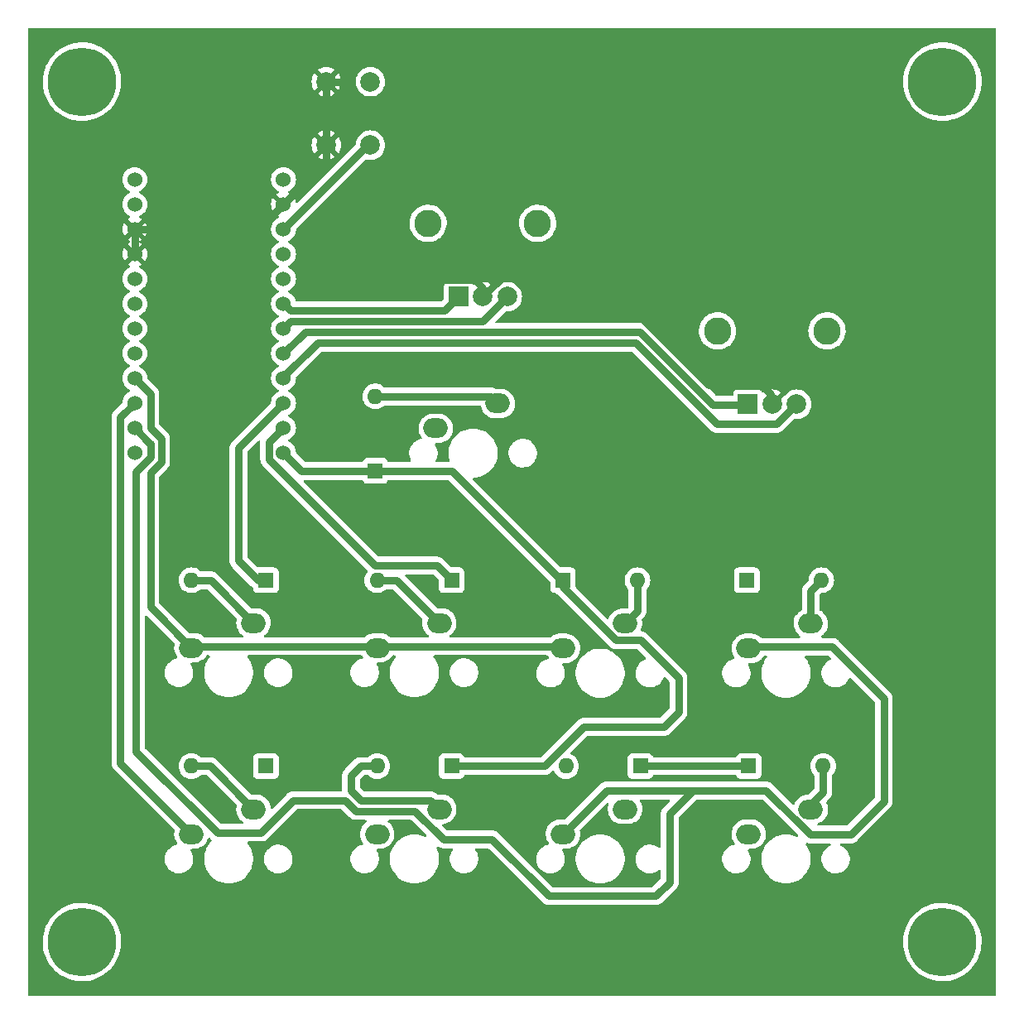
<source format=gtl>
%TF.GenerationSoftware,KiCad,Pcbnew,(6.0.9-0)*%
%TF.CreationDate,2023-04-08T13:53:11+09:00*%
%TF.ProjectId,keypad,6b657970-6164-42e6-9b69-6361645f7063,1*%
%TF.SameCoordinates,Original*%
%TF.FileFunction,Copper,L1,Top*%
%TF.FilePolarity,Positive*%
%FSLAX46Y46*%
G04 Gerber Fmt 4.6, Leading zero omitted, Abs format (unit mm)*
G04 Created by KiCad (PCBNEW (6.0.9-0)) date 2023-04-08 13:53:11*
%MOMM*%
%LPD*%
G01*
G04 APERTURE LIST*
%TA.AperFunction,ComponentPad*%
%ADD10O,2.500000X2.000000*%
%TD*%
%TA.AperFunction,ComponentPad*%
%ADD11R,1.600000X1.600000*%
%TD*%
%TA.AperFunction,ComponentPad*%
%ADD12O,1.600000X1.600000*%
%TD*%
%TA.AperFunction,ComponentPad*%
%ADD13C,3.900000*%
%TD*%
%TA.AperFunction,ConnectorPad*%
%ADD14C,7.000000*%
%TD*%
%TA.AperFunction,ComponentPad*%
%ADD15R,2.000000X2.000000*%
%TD*%
%TA.AperFunction,ComponentPad*%
%ADD16C,2.000000*%
%TD*%
%TA.AperFunction,ComponentPad*%
%ADD17C,2.800000*%
%TD*%
%TA.AperFunction,ComponentPad*%
%ADD18C,1.524000*%
%TD*%
%TA.AperFunction,Conductor*%
%ADD19C,0.800000*%
%TD*%
G04 APERTURE END LIST*
D10*
%TO.P,SW8,1,1*%
%TO.N,C*%
X177570000Y-111960000D03*
%TO.P,SW8,2,2*%
%TO.N,Net-(D8-Pad2)*%
X183920000Y-109420000D03*
%TD*%
D11*
%TO.P,D8,1,K*%
%TO.N,Y*%
X177380000Y-105000000D03*
D12*
%TO.P,D8,2,A*%
%TO.N,Net-(D8-Pad2)*%
X185000000Y-105000000D03*
%TD*%
D13*
%TO.P,REF\u002A\u002A,1*%
%TO.N,N/C*%
X109380000Y-54000000D03*
D14*
X109380000Y-54000000D03*
%TD*%
D11*
%TO.P,D9,1,K*%
%TO.N,Z*%
X139380000Y-93810000D03*
D12*
%TO.P,D9,2,A*%
%TO.N,Net-(D9-Pad2)*%
X139380000Y-86190000D03*
%TD*%
D10*
%TO.P,SW9,1,1*%
%TO.N,C*%
X145570000Y-89460000D03*
%TO.P,SW9,2,2*%
%TO.N,Net-(D9-Pad2)*%
X151920000Y-86920000D03*
%TD*%
D11*
%TO.P,D6,1,K*%
%TO.N,Z*%
X147190000Y-124000000D03*
D12*
%TO.P,D6,2,A*%
%TO.N,Net-(D6-Pad2)*%
X139570000Y-124000000D03*
%TD*%
D10*
%TO.P,SW4,1,1*%
%TO.N,B*%
X177570000Y-130960000D03*
%TO.P,SW4,2,2*%
%TO.N,Net-(D4-Pad2)*%
X183920000Y-128420000D03*
%TD*%
%TO.P,SW1,1,1*%
%TO.N,A*%
X120570000Y-111910000D03*
%TO.P,SW1,2,2*%
%TO.N,Net-(D1-Pad2)*%
X126920000Y-109370000D03*
%TD*%
D15*
%TO.P,SW11,A,A*%
%TO.N,ROT2A*%
X177480000Y-87000000D03*
D16*
%TO.P,SW11,B,B*%
%TO.N,ROT2B*%
X182480000Y-87000000D03*
%TO.P,SW11,C,C*%
%TO.N,GND*%
X179980000Y-87000000D03*
D17*
%TO.P,SW11,MP*%
%TO.N,N/C*%
X174380000Y-79500000D03*
X185580000Y-79500000D03*
%TD*%
D10*
%TO.P,SW3,1,1*%
%TO.N,A*%
X158570000Y-111960000D03*
%TO.P,SW3,2,2*%
%TO.N,Net-(D3-Pad2)*%
X164920000Y-109420000D03*
%TD*%
D14*
%TO.P,REF,1*%
%TO.N,N/C*%
X197380000Y-54000000D03*
D13*
X197380000Y-54000000D03*
%TD*%
D11*
%TO.P,D2,1,K*%
%TO.N,Y*%
X147190000Y-105000000D03*
D12*
%TO.P,D2,2,A*%
%TO.N,Net-(D2-Pad2)*%
X139570000Y-105000000D03*
%TD*%
D10*
%TO.P,SW2,1,1*%
%TO.N,A*%
X139570000Y-111910000D03*
%TO.P,SW2,2,2*%
%TO.N,Net-(D2-Pad2)*%
X145920000Y-109370000D03*
%TD*%
%TO.P,SW6,1,1*%
%TO.N,B*%
X139570000Y-130960000D03*
%TO.P,SW6,2,2*%
%TO.N,Net-(D6-Pad2)*%
X145920000Y-128420000D03*
%TD*%
D16*
%TO.P,SW12,1,1*%
%TO.N,reset*%
X138880000Y-60500000D03*
X138880000Y-54000000D03*
%TO.P,SW12,2,2*%
%TO.N,GND*%
X134380000Y-60500000D03*
X134380000Y-54000000D03*
%TD*%
D11*
%TO.P,D7,1,K*%
%TO.N,X*%
X166500000Y-124000000D03*
D12*
%TO.P,D7,2,A*%
%TO.N,Net-(D7-Pad2)*%
X158880000Y-124000000D03*
%TD*%
D11*
%TO.P,D5,1,K*%
%TO.N,Y*%
X128190000Y-124000000D03*
D12*
%TO.P,D5,2,A*%
%TO.N,Net-(D5-Pad2)*%
X120570000Y-124000000D03*
%TD*%
D15*
%TO.P,SW10,A,A*%
%TO.N,ROT1A*%
X147880000Y-76000000D03*
D16*
%TO.P,SW10,B,B*%
%TO.N,ROT1B*%
X152880000Y-76000000D03*
%TO.P,SW10,C,C*%
%TO.N,GND*%
X150380000Y-76000000D03*
D17*
%TO.P,SW10,MP*%
%TO.N,N/C*%
X155980000Y-68500000D03*
X144780000Y-68500000D03*
%TD*%
D10*
%TO.P,SW5,1,1*%
%TO.N,B*%
X120570000Y-130960000D03*
%TO.P,SW5,2,2*%
%TO.N,Net-(D5-Pad2)*%
X126920000Y-128420000D03*
%TD*%
D14*
%TO.P,REF\u002A\u002A,1*%
%TO.N,N/C*%
X197380000Y-142000000D03*
D13*
X197380000Y-142000000D03*
%TD*%
%TO.P,REF\u002A\u002A,1*%
%TO.N,N/C*%
X109380000Y-142000000D03*
D14*
X109380000Y-142000000D03*
%TD*%
D11*
%TO.P,D3,1,K*%
%TO.N,Z*%
X158570000Y-105000000D03*
D12*
%TO.P,D3,2,A*%
%TO.N,Net-(D3-Pad2)*%
X166190000Y-105000000D03*
%TD*%
D11*
%TO.P,D1,1,K*%
%TO.N,X*%
X128190000Y-105000000D03*
D12*
%TO.P,D1,2,A*%
%TO.N,Net-(D1-Pad2)*%
X120570000Y-105000000D03*
%TD*%
D11*
%TO.P,D4,1,K*%
%TO.N,X*%
X177570000Y-124000000D03*
D12*
%TO.P,D4,2,A*%
%TO.N,Net-(D4-Pad2)*%
X185190000Y-124000000D03*
%TD*%
D10*
%TO.P,SW7,1,1*%
%TO.N,C*%
X158570000Y-130960000D03*
%TO.P,SW7,2,2*%
%TO.N,Net-(D7-Pad2)*%
X164920000Y-128420000D03*
%TD*%
D18*
%TO.P,U1,1,TX0/D3*%
%TO.N,unconnected-(U1-Pad1)*%
X114771400Y-64022000D03*
%TO.P,U1,2,RX1/D2*%
%TO.N,unconnected-(U1-Pad2)*%
X114771400Y-66562000D03*
%TO.P,U1,3,GND*%
%TO.N,GND*%
X114771400Y-69102000D03*
%TO.P,U1,4,GND*%
X114771400Y-71642000D03*
%TO.P,U1,5,2/D1/SDA*%
%TO.N,unconnected-(U1-Pad5)*%
X114771400Y-74182000D03*
%TO.P,U1,6,3/D0/SCL*%
%TO.N,unconnected-(U1-Pad6)*%
X114771400Y-76722000D03*
%TO.P,U1,7,4/D4*%
%TO.N,unconnected-(U1-Pad7)*%
X114771400Y-79262000D03*
%TO.P,U1,8,5/C6*%
%TO.N,unconnected-(U1-Pad8)*%
X114771400Y-81802000D03*
%TO.P,U1,9,6/D7*%
%TO.N,A*%
X114771400Y-84342000D03*
%TO.P,U1,10,7/E6*%
%TO.N,B*%
X114771400Y-86882000D03*
%TO.P,U1,11,8/B4*%
%TO.N,C*%
X114771400Y-89422000D03*
%TO.P,U1,12,9/B5*%
%TO.N,unconnected-(U1-Pad12)*%
X114771400Y-91962000D03*
%TO.P,U1,13,B6/10*%
%TO.N,Z*%
X129991400Y-91962000D03*
%TO.P,U1,14,B2/16*%
%TO.N,Y*%
X129991400Y-89422000D03*
%TO.P,U1,15,B3/14*%
%TO.N,X*%
X129991400Y-86882000D03*
%TO.P,U1,16,B1/15*%
%TO.N,ROT2B*%
X129991400Y-84342000D03*
%TO.P,U1,17,F7/A0*%
%TO.N,ROT2A*%
X129991400Y-81802000D03*
%TO.P,U1,18,F6/A1*%
%TO.N,ROT1B*%
X129991400Y-79262000D03*
%TO.P,U1,19,F5/A2*%
%TO.N,ROT1A*%
X129991400Y-76722000D03*
%TO.P,U1,20,F4/A3*%
%TO.N,unconnected-(U1-Pad20)*%
X129991400Y-74182000D03*
%TO.P,U1,21,VCC*%
%TO.N,VCC*%
X129991400Y-71642000D03*
%TO.P,U1,22,RST*%
%TO.N,reset*%
X129991400Y-69102000D03*
%TO.P,U1,23,GND*%
%TO.N,GND*%
X129991400Y-66562000D03*
%TO.P,U1,24,RAW*%
%TO.N,unconnected-(U1-Pad24)*%
X129991400Y-64022000D03*
%TD*%
D19*
%TO.N,GND*%
X140880000Y-59085787D02*
X140880000Y-71000000D01*
X134380000Y-54000000D02*
X135794213Y-54000000D01*
X127451400Y-69102000D02*
X129991400Y-66562000D01*
X140880000Y-71000000D02*
X144180000Y-74300000D01*
X150380000Y-75100000D02*
X150380000Y-76050000D01*
X114771400Y-69102000D02*
X114771400Y-71642000D01*
X152380000Y-74000000D02*
X162435634Y-74000000D01*
X178880000Y-85000000D02*
X179850614Y-85970614D01*
X150380000Y-76000000D02*
X152380000Y-74000000D01*
X135794213Y-54000000D02*
X140880000Y-59085787D01*
X149580000Y-74300000D02*
X150380000Y-75100000D01*
X129991400Y-66562000D02*
X134380000Y-62173400D01*
X144180000Y-74300000D02*
X149580000Y-74300000D01*
X134380000Y-54000000D02*
X134380000Y-60500000D01*
X179850614Y-85970614D02*
X179850614Y-87050000D01*
X173435634Y-85000000D02*
X178880000Y-85000000D01*
X134380000Y-62173400D02*
X134380000Y-60500000D01*
X162435634Y-74000000D02*
X173435634Y-85000000D01*
X114771400Y-69102000D02*
X127451400Y-69102000D01*
%TO.N,Net-(D3-Pad2)*%
X166190000Y-105000000D02*
X166190000Y-108150000D01*
X166190000Y-108150000D02*
X164920000Y-109420000D01*
%TO.N,Net-(D4-Pad2)*%
X185190000Y-126690000D02*
X185190000Y-124000000D01*
X183920000Y-127960000D02*
X185190000Y-126690000D01*
X183920000Y-128420000D02*
X183920000Y-127960000D01*
%TO.N,X*%
X125380000Y-91493400D02*
X125380000Y-103000000D01*
X125380000Y-103000000D02*
X127380000Y-105000000D01*
X129991400Y-86882000D02*
X125380000Y-91493400D01*
X127380000Y-105000000D02*
X128190000Y-105000000D01*
X177570000Y-124000000D02*
X166500000Y-124000000D01*
%TO.N,Net-(D1-Pad2)*%
X122550000Y-105000000D02*
X126920000Y-109370000D01*
X120570000Y-105000000D02*
X122550000Y-105000000D01*
%TO.N,Y*%
X128529400Y-90884000D02*
X128529400Y-92649400D01*
X128529400Y-92649400D02*
X139380000Y-103500000D01*
X139380000Y-103500000D02*
X145690000Y-103500000D01*
X129991400Y-89422000D02*
X128529400Y-90884000D01*
X145690000Y-103500000D02*
X147190000Y-105000000D01*
%TO.N,Net-(D2-Pad2)*%
X139570000Y-105000000D02*
X141550000Y-105000000D01*
X141550000Y-105000000D02*
X145920000Y-109370000D01*
%TO.N,Z*%
X147190000Y-124000000D02*
X156698379Y-124000000D01*
X156698379Y-124000000D02*
X160698379Y-120000000D01*
X139380000Y-93810000D02*
X147190000Y-93810000D01*
X170380000Y-115000000D02*
X166500000Y-111120000D01*
X168880000Y-120000000D02*
X170380000Y-118500000D01*
X158570000Y-105000000D02*
X158570000Y-105724163D01*
X147190000Y-93810000D02*
X158380000Y-105000000D01*
X170380000Y-118500000D02*
X170380000Y-115000000D01*
X160698379Y-120000000D02*
X168880000Y-120000000D01*
X131839400Y-93810000D02*
X129991400Y-91962000D01*
X166500000Y-111120000D02*
X163965837Y-111120000D01*
X158380000Y-105000000D02*
X158570000Y-105000000D01*
X139380000Y-93810000D02*
X131839400Y-93810000D01*
X158570000Y-105724163D02*
X163965837Y-111120000D01*
%TO.N,A*%
X117480000Y-90544365D02*
X116380000Y-89444365D01*
X158409999Y-111749999D02*
X158570000Y-111910000D01*
X120730001Y-111749999D02*
X139409999Y-111749999D01*
X116380000Y-93976615D02*
X117480000Y-92876615D01*
X139730001Y-111749999D02*
X158409999Y-111749999D01*
X139409999Y-111749999D02*
X139570000Y-111910000D01*
X120570000Y-111910000D02*
X120730001Y-111749999D01*
X116380000Y-89444365D02*
X116380000Y-85950600D01*
X116380000Y-85950600D02*
X114771400Y-84342000D01*
X117480000Y-92876615D02*
X117480000Y-90544365D01*
X116380000Y-107720000D02*
X116380000Y-93976615D01*
X139570000Y-111910000D02*
X139730001Y-111749999D01*
X120570000Y-111910000D02*
X116380000Y-107720000D01*
%TO.N,B*%
X113309400Y-123699400D02*
X113309400Y-88344000D01*
X113309400Y-88344000D02*
X114771400Y-86882000D01*
X120570000Y-130960000D02*
X113309400Y-123699400D01*
%TO.N,C*%
X169500000Y-128880000D02*
X171880000Y-126500000D01*
X183845837Y-131000000D02*
X188000000Y-131000000D01*
X116349400Y-91000000D02*
X116380000Y-91000000D01*
X114880000Y-93920981D02*
X114880000Y-122500000D01*
X169500000Y-135880000D02*
X169500000Y-128880000D01*
X177730001Y-111799999D02*
X177570000Y-111960000D01*
X116380000Y-92420981D02*
X114880000Y-93920981D01*
X191380000Y-117086546D02*
X186093453Y-111799999D01*
X116380000Y-91000000D02*
X116380000Y-92420981D01*
X158570000Y-130960000D02*
X163030000Y-126500000D01*
X157124366Y-137300001D02*
X168079999Y-137300001D01*
X168079999Y-137300001D02*
X169500000Y-135880000D01*
X163030000Y-126500000D02*
X171880000Y-126500000D01*
X131000000Y-127500000D02*
X136324365Y-127500000D01*
X186093453Y-111799999D02*
X177730001Y-111799999D01*
X179345837Y-126500000D02*
X183845837Y-131000000D01*
X137424365Y-128600000D02*
X143445838Y-128600000D01*
X114771400Y-89422000D02*
X116349400Y-91000000D01*
X191380000Y-127620000D02*
X191380000Y-117086546D01*
X114880000Y-122500000D02*
X123220811Y-130840811D01*
X136324365Y-127500000D02*
X137424365Y-128600000D01*
X123261622Y-130799999D02*
X127700001Y-130799999D01*
X171880000Y-126500000D02*
X179345837Y-126500000D01*
X127700001Y-130799999D02*
X131000000Y-127500000D01*
X143445838Y-128600000D02*
X146345838Y-131500000D01*
X188000000Y-131000000D02*
X191380000Y-127620000D01*
X146345838Y-131500000D02*
X151324365Y-131500000D01*
X123220811Y-130840811D02*
X123261622Y-130799999D01*
X151324365Y-131500000D02*
X157124366Y-137300001D01*
%TO.N,Net-(D5-Pad2)*%
X126920000Y-128420000D02*
X122500000Y-124000000D01*
X122500000Y-124000000D02*
X120570000Y-124000000D01*
%TO.N,Net-(D6-Pad2)*%
X145920000Y-128420000D02*
X145000000Y-127500000D01*
X137880000Y-127500000D02*
X136880000Y-126500000D01*
X136880000Y-126500000D02*
X136880000Y-125000000D01*
X145000000Y-127500000D02*
X137880000Y-127500000D01*
X136880000Y-125000000D02*
X137880000Y-124000000D01*
X137880000Y-124000000D02*
X139570000Y-124000000D01*
%TO.N,Net-(D8-Pad2)*%
X183920000Y-106080000D02*
X185000000Y-105000000D01*
X183920000Y-109420000D02*
X183920000Y-106080000D01*
%TO.N,Net-(D9-Pad2)*%
X151920000Y-86920000D02*
X151190000Y-86190000D01*
X151190000Y-86190000D02*
X139380000Y-86190000D01*
%TO.N,reset*%
X129991400Y-69102000D02*
X138593400Y-60500000D01*
X138593400Y-60500000D02*
X138880000Y-60500000D01*
%TO.N,ROT1A*%
X130669401Y-77400001D02*
X146479999Y-77400001D01*
X129991400Y-76722000D02*
X130669401Y-77400001D01*
X146479999Y-77400001D02*
X147880000Y-76000000D01*
%TO.N,ROT1B*%
X130753399Y-78500001D02*
X150379999Y-78500001D01*
X129991400Y-79262000D02*
X130753399Y-78500001D01*
X150379999Y-78500001D02*
X152880000Y-76000000D01*
%TO.N,ROT2A*%
X132193399Y-79600001D02*
X129991400Y-81802000D01*
X173930000Y-87050000D02*
X166480001Y-79600001D01*
X177350614Y-87050000D02*
X173930000Y-87050000D01*
X166480001Y-79600001D02*
X132193399Y-79600001D01*
%TO.N,ROT2B*%
X182350614Y-87050000D02*
X180400614Y-89000000D01*
X174324366Y-89000000D02*
X166024367Y-80700001D01*
X180400614Y-89000000D02*
X174324366Y-89000000D01*
X129991400Y-84175300D02*
X129991400Y-84342000D01*
X166024367Y-80700001D02*
X133466699Y-80700001D01*
X133466699Y-80700001D02*
X129991400Y-84175300D01*
%TD*%
%TA.AperFunction,Conductor*%
%TO.N,GND*%
G36*
X202813621Y-48528502D02*
G01*
X202860114Y-48582158D01*
X202871500Y-48634500D01*
X202871500Y-147365500D01*
X202851498Y-147433621D01*
X202797842Y-147480114D01*
X202745500Y-147491500D01*
X104014500Y-147491500D01*
X103946379Y-147471498D01*
X103899886Y-147417842D01*
X103888500Y-147365500D01*
X103888500Y-141943965D01*
X105367057Y-141943965D01*
X105380741Y-142335827D01*
X105432599Y-142724484D01*
X105522136Y-143106225D01*
X105648496Y-143477407D01*
X105810475Y-143834487D01*
X106006525Y-144174056D01*
X106008314Y-144176554D01*
X106008316Y-144176558D01*
X106108047Y-144315860D01*
X106234776Y-144492874D01*
X106493049Y-144787896D01*
X106778878Y-145056308D01*
X107089536Y-145295546D01*
X107092139Y-145297173D01*
X107092144Y-145297176D01*
X107211576Y-145371805D01*
X107422056Y-145503328D01*
X107773266Y-145677670D01*
X108139812Y-145816907D01*
X108518195Y-145919712D01*
X108816419Y-145970153D01*
X108901783Y-145984591D01*
X108901786Y-145984591D01*
X108904805Y-145985102D01*
X109059444Y-145995916D01*
X109292885Y-146012240D01*
X109292893Y-146012240D01*
X109295951Y-146012454D01*
X109548037Y-146005413D01*
X109684825Y-146001592D01*
X109684828Y-146001592D01*
X109687899Y-146001506D01*
X109690952Y-146001120D01*
X109690956Y-146001120D01*
X109832576Y-145983229D01*
X110076908Y-145952362D01*
X110079912Y-145951680D01*
X110079915Y-145951679D01*
X110456269Y-145866174D01*
X110456275Y-145866172D01*
X110459265Y-145865493D01*
X110462184Y-145864522D01*
X110828396Y-145742700D01*
X110828402Y-145742698D01*
X110831320Y-145741727D01*
X110972735Y-145678765D01*
X111186722Y-145583492D01*
X111186728Y-145583489D01*
X111189522Y-145582245D01*
X111192191Y-145580729D01*
X111527784Y-145390086D01*
X111527790Y-145390083D01*
X111530452Y-145388570D01*
X111850855Y-145162550D01*
X112147674Y-144906344D01*
X112418074Y-144622395D01*
X112659475Y-144313415D01*
X112869574Y-143982354D01*
X113046363Y-143632370D01*
X113106469Y-143477407D01*
X113187041Y-143269681D01*
X113187044Y-143269672D01*
X113188156Y-143266805D01*
X113293600Y-142889148D01*
X113361688Y-142503004D01*
X113391769Y-142112059D01*
X113393334Y-142000000D01*
X113390594Y-141943965D01*
X193367057Y-141943965D01*
X193380741Y-142335827D01*
X193432599Y-142724484D01*
X193522136Y-143106225D01*
X193648496Y-143477407D01*
X193810475Y-143834487D01*
X194006525Y-144174056D01*
X194008314Y-144176554D01*
X194008316Y-144176558D01*
X194108047Y-144315860D01*
X194234776Y-144492874D01*
X194493049Y-144787896D01*
X194778878Y-145056308D01*
X195089536Y-145295546D01*
X195092139Y-145297173D01*
X195092144Y-145297176D01*
X195211576Y-145371805D01*
X195422056Y-145503328D01*
X195773266Y-145677670D01*
X196139812Y-145816907D01*
X196518195Y-145919712D01*
X196816419Y-145970153D01*
X196901783Y-145984591D01*
X196901786Y-145984591D01*
X196904805Y-145985102D01*
X197059444Y-145995916D01*
X197292885Y-146012240D01*
X197292893Y-146012240D01*
X197295951Y-146012454D01*
X197548037Y-146005413D01*
X197684825Y-146001592D01*
X197684828Y-146001592D01*
X197687899Y-146001506D01*
X197690952Y-146001120D01*
X197690956Y-146001120D01*
X197832576Y-145983229D01*
X198076908Y-145952362D01*
X198079912Y-145951680D01*
X198079915Y-145951679D01*
X198456269Y-145866174D01*
X198456275Y-145866172D01*
X198459265Y-145865493D01*
X198462184Y-145864522D01*
X198828396Y-145742700D01*
X198828402Y-145742698D01*
X198831320Y-145741727D01*
X198972735Y-145678765D01*
X199186722Y-145583492D01*
X199186728Y-145583489D01*
X199189522Y-145582245D01*
X199192191Y-145580729D01*
X199527784Y-145390086D01*
X199527790Y-145390083D01*
X199530452Y-145388570D01*
X199850855Y-145162550D01*
X200147674Y-144906344D01*
X200418074Y-144622395D01*
X200659475Y-144313415D01*
X200869574Y-143982354D01*
X201046363Y-143632370D01*
X201106469Y-143477407D01*
X201187041Y-143269681D01*
X201187044Y-143269672D01*
X201188156Y-143266805D01*
X201293600Y-142889148D01*
X201361688Y-142503004D01*
X201391769Y-142112059D01*
X201393334Y-142000000D01*
X201390594Y-141943965D01*
X201374330Y-141611440D01*
X201374180Y-141608367D01*
X201316901Y-141220473D01*
X201222043Y-140840019D01*
X201090512Y-140470637D01*
X200923564Y-140115854D01*
X200921997Y-140113225D01*
X200921992Y-140113216D01*
X200724361Y-139781689D01*
X200722791Y-139779055D01*
X200720977Y-139776595D01*
X200720972Y-139776587D01*
X200491933Y-139465926D01*
X200491931Y-139465923D01*
X200490111Y-139463455D01*
X200227744Y-139172068D01*
X199938195Y-138907673D01*
X199624228Y-138672795D01*
X199576015Y-138643596D01*
X199291467Y-138471267D01*
X199291458Y-138471262D01*
X199288839Y-138469676D01*
X198935229Y-138300255D01*
X198932339Y-138299203D01*
X198932334Y-138299201D01*
X198569674Y-138167204D01*
X198569671Y-138167203D01*
X198566775Y-138166149D01*
X198290563Y-138095229D01*
X198189977Y-138069403D01*
X198189974Y-138069402D01*
X198186993Y-138068637D01*
X197799508Y-138008651D01*
X197408018Y-137986764D01*
X197404939Y-137986893D01*
X197404936Y-137986893D01*
X197149188Y-137997612D01*
X197016261Y-138003183D01*
X197013217Y-138003611D01*
X197013215Y-138003611D01*
X196802778Y-138033186D01*
X196627976Y-138057753D01*
X196246869Y-138149953D01*
X195876579Y-138278902D01*
X195520638Y-138443369D01*
X195182446Y-138641785D01*
X195022444Y-138758033D01*
X194867711Y-138870453D01*
X194867705Y-138870458D01*
X194865230Y-138872256D01*
X194862944Y-138874285D01*
X194862941Y-138874288D01*
X194783123Y-138945154D01*
X194572017Y-139132583D01*
X194569938Y-139134828D01*
X194569931Y-139134835D01*
X194307694Y-139418026D01*
X194305608Y-139420279D01*
X194068544Y-139732599D01*
X193863089Y-140066562D01*
X193691203Y-140418980D01*
X193554527Y-140786489D01*
X193454367Y-141165581D01*
X193391677Y-141552638D01*
X193391483Y-141555718D01*
X193391483Y-141555720D01*
X193387978Y-141611440D01*
X193367057Y-141943965D01*
X113390594Y-141943965D01*
X113374330Y-141611440D01*
X113374180Y-141608367D01*
X113316901Y-141220473D01*
X113222043Y-140840019D01*
X113090512Y-140470637D01*
X112923564Y-140115854D01*
X112921997Y-140113225D01*
X112921992Y-140113216D01*
X112724361Y-139781689D01*
X112722791Y-139779055D01*
X112720977Y-139776595D01*
X112720972Y-139776587D01*
X112491933Y-139465926D01*
X112491931Y-139465923D01*
X112490111Y-139463455D01*
X112227744Y-139172068D01*
X111938195Y-138907673D01*
X111624228Y-138672795D01*
X111576015Y-138643596D01*
X111291467Y-138471267D01*
X111291458Y-138471262D01*
X111288839Y-138469676D01*
X110935229Y-138300255D01*
X110932339Y-138299203D01*
X110932334Y-138299201D01*
X110569674Y-138167204D01*
X110569671Y-138167203D01*
X110566775Y-138166149D01*
X110290563Y-138095229D01*
X110189977Y-138069403D01*
X110189974Y-138069402D01*
X110186993Y-138068637D01*
X109799508Y-138008651D01*
X109408018Y-137986764D01*
X109404939Y-137986893D01*
X109404936Y-137986893D01*
X109149188Y-137997612D01*
X109016261Y-138003183D01*
X109013217Y-138003611D01*
X109013215Y-138003611D01*
X108802778Y-138033186D01*
X108627976Y-138057753D01*
X108246869Y-138149953D01*
X107876579Y-138278902D01*
X107520638Y-138443369D01*
X107182446Y-138641785D01*
X107022444Y-138758033D01*
X106867711Y-138870453D01*
X106867705Y-138870458D01*
X106865230Y-138872256D01*
X106862944Y-138874285D01*
X106862941Y-138874288D01*
X106783123Y-138945154D01*
X106572017Y-139132583D01*
X106569938Y-139134828D01*
X106569931Y-139134835D01*
X106307694Y-139418026D01*
X106305608Y-139420279D01*
X106068544Y-139732599D01*
X105863089Y-140066562D01*
X105691203Y-140418980D01*
X105554527Y-140786489D01*
X105454367Y-141165581D01*
X105391677Y-141552638D01*
X105391483Y-141555718D01*
X105391483Y-141555720D01*
X105387978Y-141611440D01*
X105367057Y-141943965D01*
X103888500Y-141943965D01*
X103888500Y-123651590D01*
X112397148Y-123651590D01*
X112397493Y-123658177D01*
X112397493Y-123658182D01*
X112400727Y-123719880D01*
X112400900Y-123726474D01*
X112400900Y-123747010D01*
X112401244Y-123750282D01*
X112401244Y-123750284D01*
X112403047Y-123767442D01*
X112403564Y-123774016D01*
X112407143Y-123842303D01*
X112408853Y-123848684D01*
X112408853Y-123848686D01*
X112410783Y-123855891D01*
X112414385Y-123875325D01*
X112415166Y-123882754D01*
X112415168Y-123882763D01*
X112415858Y-123889328D01*
X112437000Y-123954397D01*
X112438867Y-123960699D01*
X112456571Y-124026770D01*
X112462959Y-124039307D01*
X112470525Y-124057573D01*
X112474873Y-124070956D01*
X112478176Y-124076678D01*
X112478177Y-124076679D01*
X112509067Y-124130182D01*
X112512214Y-124135977D01*
X112543271Y-124196930D01*
X112547424Y-124202058D01*
X112547425Y-124202060D01*
X112552127Y-124207866D01*
X112563327Y-124224163D01*
X112567057Y-124230624D01*
X112567060Y-124230628D01*
X112570360Y-124236344D01*
X112574777Y-124241250D01*
X112574781Y-124241255D01*
X112616122Y-124287169D01*
X112620406Y-124292184D01*
X112633328Y-124308141D01*
X112647843Y-124322656D01*
X112652384Y-124327441D01*
X112698147Y-124378266D01*
X112703486Y-124382145D01*
X112703487Y-124382146D01*
X112709535Y-124386540D01*
X112724568Y-124399381D01*
X118818217Y-130493030D01*
X118852243Y-130555342D01*
X118852459Y-130607892D01*
X118821951Y-130753927D01*
X118818526Y-130770320D01*
X118807514Y-131012817D01*
X118808095Y-131017837D01*
X118808095Y-131017841D01*
X118832399Y-131227888D01*
X118835415Y-131253956D01*
X118836791Y-131258820D01*
X118836792Y-131258823D01*
X118876703Y-131399864D01*
X118901510Y-131487532D01*
X118903644Y-131492108D01*
X118903646Y-131492114D01*
X119001637Y-131702256D01*
X119004099Y-131707536D01*
X119006940Y-131711717D01*
X119006941Y-131711718D01*
X119113433Y-131868415D01*
X119135179Y-131935999D01*
X119116935Y-132004612D01*
X119064492Y-132052468D01*
X119039916Y-132061442D01*
X118833375Y-132113321D01*
X118833371Y-132113322D01*
X118828364Y-132114580D01*
X118823634Y-132116636D01*
X118823627Y-132116639D01*
X118613159Y-132208153D01*
X118613156Y-132208155D01*
X118608422Y-132210213D01*
X118604088Y-132213017D01*
X118604084Y-132213019D01*
X118411396Y-132337675D01*
X118411393Y-132337677D01*
X118407053Y-132340485D01*
X118403230Y-132343964D01*
X118403227Y-132343966D01*
X118233487Y-132498418D01*
X118229665Y-132501896D01*
X118226466Y-132505947D01*
X118226462Y-132505951D01*
X118119876Y-132640913D01*
X118081021Y-132690112D01*
X117965113Y-132900078D01*
X117951759Y-132937789D01*
X117919451Y-133029025D01*
X117885055Y-133126155D01*
X117884148Y-133131248D01*
X117884147Y-133131251D01*
X117847276Y-133338247D01*
X117842996Y-133362273D01*
X117840066Y-133602089D01*
X117876343Y-133839163D01*
X117950854Y-134067129D01*
X118061597Y-134279864D01*
X118064700Y-134283997D01*
X118064702Y-134284000D01*
X118202493Y-134467520D01*
X118205598Y-134471655D01*
X118378990Y-134637352D01*
X118577117Y-134772505D01*
X118709070Y-134833756D01*
X118744024Y-134849981D01*
X118794656Y-134873484D01*
X119025768Y-134937576D01*
X119129479Y-134948660D01*
X119218222Y-134958144D01*
X119218230Y-134958144D01*
X119221557Y-134958500D01*
X119360803Y-134958500D01*
X119363376Y-134958288D01*
X119363387Y-134958288D01*
X119533876Y-134944271D01*
X119533882Y-134944270D01*
X119539027Y-134943847D01*
X119655331Y-134914634D01*
X119766625Y-134886679D01*
X119766629Y-134886678D01*
X119771636Y-134885420D01*
X119776366Y-134883364D01*
X119776373Y-134883361D01*
X119986841Y-134791847D01*
X119986844Y-134791845D01*
X119991578Y-134789787D01*
X119995912Y-134786983D01*
X119995916Y-134786981D01*
X120188604Y-134662325D01*
X120188607Y-134662323D01*
X120192947Y-134659515D01*
X120214101Y-134640267D01*
X120366513Y-134501582D01*
X120366514Y-134501580D01*
X120370335Y-134498104D01*
X120373534Y-134494053D01*
X120373538Y-134494049D01*
X120515774Y-134313946D01*
X120518979Y-134309888D01*
X120634887Y-134099922D01*
X120679191Y-133974810D01*
X120713219Y-133878720D01*
X120713220Y-133878716D01*
X120714945Y-133873845D01*
X120715853Y-133868749D01*
X120756098Y-133642816D01*
X120756099Y-133642810D01*
X120757004Y-133637727D01*
X120759934Y-133397911D01*
X120723657Y-133160837D01*
X120649146Y-132932871D01*
X120538403Y-132720136D01*
X120500873Y-132670151D01*
X120475969Y-132603668D01*
X120490962Y-132534272D01*
X120541092Y-132483999D01*
X120601635Y-132468500D01*
X120881001Y-132468500D01*
X120883509Y-132468298D01*
X120883514Y-132468298D01*
X121056924Y-132454346D01*
X121056929Y-132454345D01*
X121061965Y-132453940D01*
X121066873Y-132452734D01*
X121066876Y-132452734D01*
X121292792Y-132397244D01*
X121297706Y-132396037D01*
X121302358Y-132394062D01*
X121302362Y-132394061D01*
X121516498Y-132303165D01*
X121521156Y-132301188D01*
X121719836Y-132176072D01*
X121722288Y-132174528D01*
X121722291Y-132174526D01*
X121726567Y-132171833D01*
X121856353Y-132057412D01*
X121904858Y-132014650D01*
X121904861Y-132014647D01*
X121908655Y-132011302D01*
X121970509Y-131935999D01*
X122059526Y-131827628D01*
X122059528Y-131827625D01*
X122062734Y-131823722D01*
X122138099Y-131694233D01*
X122182299Y-131618290D01*
X122182300Y-131618288D01*
X122184841Y-131613922D01*
X122260734Y-131416211D01*
X122303818Y-131359785D01*
X122370571Y-131335608D01*
X122439799Y-131351359D01*
X122467459Y-131372272D01*
X122510879Y-131415692D01*
X122510890Y-131415704D01*
X122510892Y-131415707D01*
X122510899Y-131415714D01*
X122561755Y-131466568D01*
X122612072Y-131516885D01*
X122623216Y-131528028D01*
X122657244Y-131590338D01*
X122652183Y-131661154D01*
X122625975Y-131703380D01*
X122618614Y-131711219D01*
X122443346Y-131897860D01*
X122441019Y-131901062D01*
X122441018Y-131901064D01*
X122435572Y-131908560D01*
X122257816Y-132153221D01*
X122255909Y-132156690D01*
X122255907Y-132156693D01*
X122117474Y-132408500D01*
X122105753Y-132429821D01*
X122104300Y-132433490D01*
X122104298Y-132433495D01*
X122036922Y-132603668D01*
X121989557Y-132723298D01*
X121911060Y-133029025D01*
X121871500Y-133342179D01*
X121871500Y-133657821D01*
X121911060Y-133970975D01*
X121989557Y-134276702D01*
X121991010Y-134280371D01*
X121991010Y-134280372D01*
X122066745Y-134471655D01*
X122105753Y-134570179D01*
X122107659Y-134573647D01*
X122107660Y-134573648D01*
X122227617Y-134791847D01*
X122257816Y-134846779D01*
X122443346Y-135102140D01*
X122659418Y-135332233D01*
X122902625Y-135533432D01*
X123169131Y-135702562D01*
X123172710Y-135704246D01*
X123172717Y-135704250D01*
X123451144Y-135835267D01*
X123451148Y-135835269D01*
X123454734Y-135836956D01*
X123754928Y-135934495D01*
X124064980Y-135993641D01*
X124301162Y-136008500D01*
X124458838Y-136008500D01*
X124695020Y-135993641D01*
X125005072Y-135934495D01*
X125305266Y-135836956D01*
X125308852Y-135835269D01*
X125308856Y-135835267D01*
X125587283Y-135704250D01*
X125587290Y-135704246D01*
X125590869Y-135702562D01*
X125857375Y-135533432D01*
X126100582Y-135332233D01*
X126316654Y-135102140D01*
X126502184Y-134846779D01*
X126532384Y-134791847D01*
X126652340Y-134573648D01*
X126652341Y-134573647D01*
X126654247Y-134570179D01*
X126693256Y-134471655D01*
X126768990Y-134280372D01*
X126768990Y-134280371D01*
X126770443Y-134276702D01*
X126848940Y-133970975D01*
X126888500Y-133657821D01*
X126888500Y-133602089D01*
X128000066Y-133602089D01*
X128036343Y-133839163D01*
X128110854Y-134067129D01*
X128221597Y-134279864D01*
X128224700Y-134283997D01*
X128224702Y-134284000D01*
X128362493Y-134467520D01*
X128365598Y-134471655D01*
X128538990Y-134637352D01*
X128737117Y-134772505D01*
X128869070Y-134833756D01*
X128904024Y-134849981D01*
X128954656Y-134873484D01*
X129185768Y-134937576D01*
X129289479Y-134948660D01*
X129378222Y-134958144D01*
X129378230Y-134958144D01*
X129381557Y-134958500D01*
X129520803Y-134958500D01*
X129523376Y-134958288D01*
X129523387Y-134958288D01*
X129693876Y-134944271D01*
X129693882Y-134944270D01*
X129699027Y-134943847D01*
X129815331Y-134914634D01*
X129926625Y-134886679D01*
X129926629Y-134886678D01*
X129931636Y-134885420D01*
X129936366Y-134883364D01*
X129936373Y-134883361D01*
X130146841Y-134791847D01*
X130146844Y-134791845D01*
X130151578Y-134789787D01*
X130155912Y-134786983D01*
X130155916Y-134786981D01*
X130348604Y-134662325D01*
X130348607Y-134662323D01*
X130352947Y-134659515D01*
X130374101Y-134640267D01*
X130526513Y-134501582D01*
X130526514Y-134501580D01*
X130530335Y-134498104D01*
X130533534Y-134494053D01*
X130533538Y-134494049D01*
X130675774Y-134313946D01*
X130678979Y-134309888D01*
X130794887Y-134099922D01*
X130839191Y-133974810D01*
X130873219Y-133878720D01*
X130873220Y-133878716D01*
X130874945Y-133873845D01*
X130875853Y-133868749D01*
X130916098Y-133642816D01*
X130916099Y-133642810D01*
X130917004Y-133637727D01*
X130919934Y-133397911D01*
X130883657Y-133160837D01*
X130809146Y-132932871D01*
X130698403Y-132720136D01*
X130675861Y-132690112D01*
X130557507Y-132532480D01*
X130557505Y-132532477D01*
X130554402Y-132528345D01*
X130422821Y-132402603D01*
X130384747Y-132366219D01*
X130384746Y-132366218D01*
X130381010Y-132362648D01*
X130362223Y-132349832D01*
X130187162Y-132230414D01*
X130187163Y-132230414D01*
X130182883Y-132227495D01*
X130016043Y-132150050D01*
X129970030Y-132128691D01*
X129970028Y-132128690D01*
X129965344Y-132126516D01*
X129734232Y-132062424D01*
X129630521Y-132051340D01*
X129541778Y-132041856D01*
X129541770Y-132041856D01*
X129538443Y-132041500D01*
X129399197Y-132041500D01*
X129396624Y-132041712D01*
X129396613Y-132041712D01*
X129226124Y-132055729D01*
X129226118Y-132055730D01*
X129220973Y-132056153D01*
X129104669Y-132085366D01*
X128993375Y-132113321D01*
X128993371Y-132113322D01*
X128988364Y-132114580D01*
X128983634Y-132116636D01*
X128983627Y-132116639D01*
X128773159Y-132208153D01*
X128773156Y-132208155D01*
X128768422Y-132210213D01*
X128764088Y-132213017D01*
X128764084Y-132213019D01*
X128571396Y-132337675D01*
X128571393Y-132337677D01*
X128567053Y-132340485D01*
X128563230Y-132343964D01*
X128563227Y-132343966D01*
X128393487Y-132498418D01*
X128389665Y-132501896D01*
X128386466Y-132505947D01*
X128386462Y-132505951D01*
X128279876Y-132640913D01*
X128241021Y-132690112D01*
X128125113Y-132900078D01*
X128111759Y-132937789D01*
X128079451Y-133029025D01*
X128045055Y-133126155D01*
X128044148Y-133131248D01*
X128044147Y-133131251D01*
X128007276Y-133338247D01*
X128002996Y-133362273D01*
X128000066Y-133602089D01*
X126888500Y-133602089D01*
X126888500Y-133342179D01*
X126848940Y-133029025D01*
X126770443Y-132723298D01*
X126723078Y-132603668D01*
X126655702Y-132433495D01*
X126655700Y-132433490D01*
X126654247Y-132429821D01*
X126642526Y-132408500D01*
X126504093Y-132156693D01*
X126504091Y-132156690D01*
X126502184Y-132153221D01*
X126324428Y-131908560D01*
X126300569Y-131841692D01*
X126316650Y-131772540D01*
X126367564Y-131723060D01*
X126426364Y-131708499D01*
X127618584Y-131708499D01*
X127638293Y-131710050D01*
X127652191Y-131712251D01*
X127658778Y-131711906D01*
X127658783Y-131711906D01*
X127720481Y-131708672D01*
X127727075Y-131708499D01*
X127747611Y-131708499D01*
X127750883Y-131708155D01*
X127750885Y-131708155D01*
X127768043Y-131706352D01*
X127774617Y-131705835D01*
X127836309Y-131702602D01*
X127836313Y-131702601D01*
X127842904Y-131702256D01*
X127849285Y-131700546D01*
X127849287Y-131700546D01*
X127856492Y-131698616D01*
X127875926Y-131695014D01*
X127883355Y-131694233D01*
X127883364Y-131694231D01*
X127889929Y-131693541D01*
X127954998Y-131672399D01*
X127961300Y-131670532D01*
X128027371Y-131652828D01*
X128039909Y-131646439D01*
X128058175Y-131638874D01*
X128065273Y-131636568D01*
X128065275Y-131636567D01*
X128071557Y-131634526D01*
X128130786Y-131600330D01*
X128136580Y-131597184D01*
X128197531Y-131566128D01*
X128208468Y-131557272D01*
X128224764Y-131546072D01*
X128231225Y-131542342D01*
X128231229Y-131542339D01*
X128236945Y-131539039D01*
X128241851Y-131534622D01*
X128241856Y-131534618D01*
X128287770Y-131493277D01*
X128292785Y-131488993D01*
X128306178Y-131478147D01*
X128308742Y-131476071D01*
X128323257Y-131461556D01*
X128328042Y-131457015D01*
X128373958Y-131415672D01*
X128378867Y-131411252D01*
X128387141Y-131399864D01*
X128399982Y-131384831D01*
X131339408Y-128445405D01*
X131401720Y-128411379D01*
X131428503Y-128408500D01*
X135895862Y-128408500D01*
X135963983Y-128428502D01*
X135984957Y-128445405D01*
X136724384Y-129184832D01*
X136737225Y-129199865D01*
X136745499Y-129211253D01*
X136750408Y-129215673D01*
X136796324Y-129257016D01*
X136801109Y-129261557D01*
X136815624Y-129276072D01*
X136818188Y-129278148D01*
X136831581Y-129288994D01*
X136836596Y-129293278D01*
X136882510Y-129334619D01*
X136882515Y-129334623D01*
X136887421Y-129339040D01*
X136893137Y-129342340D01*
X136893141Y-129342343D01*
X136899602Y-129346073D01*
X136915898Y-129357273D01*
X136926835Y-129366129D01*
X136932713Y-129369124D01*
X136932716Y-129369126D01*
X136987791Y-129397188D01*
X136993588Y-129400336D01*
X137018286Y-129414595D01*
X137052809Y-129434527D01*
X137066191Y-129438875D01*
X137084450Y-129446438D01*
X137096995Y-129452830D01*
X137103365Y-129454537D01*
X137103368Y-129454538D01*
X137142439Y-129465007D01*
X137163077Y-129470537D01*
X137169390Y-129472407D01*
X137234437Y-129493542D01*
X137248440Y-129495014D01*
X137267869Y-129498615D01*
X137281462Y-129502257D01*
X137288059Y-129502603D01*
X137288061Y-129502603D01*
X137349749Y-129505836D01*
X137356323Y-129506353D01*
X137373481Y-129508156D01*
X137373483Y-129508156D01*
X137376755Y-129508500D01*
X137397291Y-129508500D01*
X137403885Y-129508673D01*
X137465583Y-129511907D01*
X137465588Y-129511907D01*
X137472175Y-129512252D01*
X137486073Y-129510051D01*
X137505782Y-129508500D01*
X138357480Y-129508500D01*
X138425601Y-129528502D01*
X138472094Y-129582158D01*
X138482198Y-129652432D01*
X138452704Y-129717012D01*
X138424624Y-129741119D01*
X138417716Y-129745469D01*
X138417709Y-129745474D01*
X138413433Y-129748167D01*
X138396421Y-129763165D01*
X138235142Y-129905350D01*
X138235139Y-129905353D01*
X138231345Y-129908698D01*
X138228135Y-129912606D01*
X138228134Y-129912607D01*
X138081191Y-130091500D01*
X138077266Y-130096278D01*
X137955159Y-130306078D01*
X137953346Y-130310801D01*
X137883396Y-130493030D01*
X137868167Y-130532702D01*
X137867133Y-130537652D01*
X137867132Y-130537655D01*
X137821951Y-130753927D01*
X137818526Y-130770320D01*
X137807514Y-131012817D01*
X137808095Y-131017837D01*
X137808095Y-131017841D01*
X137832399Y-131227888D01*
X137835415Y-131253956D01*
X137836791Y-131258820D01*
X137836792Y-131258823D01*
X137876703Y-131399864D01*
X137901510Y-131487532D01*
X137903644Y-131492108D01*
X137903646Y-131492114D01*
X138001637Y-131702256D01*
X138004099Y-131707536D01*
X138006940Y-131711717D01*
X138006941Y-131711718D01*
X138113433Y-131868415D01*
X138135179Y-131935999D01*
X138116935Y-132004612D01*
X138064492Y-132052468D01*
X138039916Y-132061442D01*
X137833375Y-132113321D01*
X137833371Y-132113322D01*
X137828364Y-132114580D01*
X137823634Y-132116636D01*
X137823627Y-132116639D01*
X137613159Y-132208153D01*
X137613156Y-132208155D01*
X137608422Y-132210213D01*
X137604088Y-132213017D01*
X137604084Y-132213019D01*
X137411396Y-132337675D01*
X137411393Y-132337677D01*
X137407053Y-132340485D01*
X137403230Y-132343964D01*
X137403227Y-132343966D01*
X137233487Y-132498418D01*
X137229665Y-132501896D01*
X137226466Y-132505947D01*
X137226462Y-132505951D01*
X137119876Y-132640913D01*
X137081021Y-132690112D01*
X136965113Y-132900078D01*
X136951759Y-132937789D01*
X136919451Y-133029025D01*
X136885055Y-133126155D01*
X136884148Y-133131248D01*
X136884147Y-133131251D01*
X136847276Y-133338247D01*
X136842996Y-133362273D01*
X136840066Y-133602089D01*
X136876343Y-133839163D01*
X136950854Y-134067129D01*
X137061597Y-134279864D01*
X137064700Y-134283997D01*
X137064702Y-134284000D01*
X137202493Y-134467520D01*
X137205598Y-134471655D01*
X137378990Y-134637352D01*
X137577117Y-134772505D01*
X137709070Y-134833756D01*
X137744024Y-134849981D01*
X137794656Y-134873484D01*
X138025768Y-134937576D01*
X138129479Y-134948660D01*
X138218222Y-134958144D01*
X138218230Y-134958144D01*
X138221557Y-134958500D01*
X138360803Y-134958500D01*
X138363376Y-134958288D01*
X138363387Y-134958288D01*
X138533876Y-134944271D01*
X138533882Y-134944270D01*
X138539027Y-134943847D01*
X138655331Y-134914634D01*
X138766625Y-134886679D01*
X138766629Y-134886678D01*
X138771636Y-134885420D01*
X138776366Y-134883364D01*
X138776373Y-134883361D01*
X138986841Y-134791847D01*
X138986844Y-134791845D01*
X138991578Y-134789787D01*
X138995912Y-134786983D01*
X138995916Y-134786981D01*
X139188604Y-134662325D01*
X139188607Y-134662323D01*
X139192947Y-134659515D01*
X139214101Y-134640267D01*
X139366513Y-134501582D01*
X139366514Y-134501580D01*
X139370335Y-134498104D01*
X139373534Y-134494053D01*
X139373538Y-134494049D01*
X139515774Y-134313946D01*
X139518979Y-134309888D01*
X139634887Y-134099922D01*
X139679191Y-133974810D01*
X139713219Y-133878720D01*
X139713220Y-133878716D01*
X139714945Y-133873845D01*
X139715853Y-133868749D01*
X139756098Y-133642816D01*
X139756099Y-133642810D01*
X139757004Y-133637727D01*
X139759934Y-133397911D01*
X139723657Y-133160837D01*
X139649146Y-132932871D01*
X139538403Y-132720136D01*
X139500873Y-132670151D01*
X139475969Y-132603668D01*
X139490962Y-132534272D01*
X139541092Y-132483999D01*
X139601635Y-132468500D01*
X139881001Y-132468500D01*
X139883509Y-132468298D01*
X139883514Y-132468298D01*
X140056924Y-132454346D01*
X140056929Y-132454345D01*
X140061965Y-132453940D01*
X140066873Y-132452734D01*
X140066876Y-132452734D01*
X140292792Y-132397244D01*
X140297706Y-132396037D01*
X140302358Y-132394062D01*
X140302362Y-132394061D01*
X140516498Y-132303165D01*
X140521156Y-132301188D01*
X140719836Y-132176072D01*
X140722288Y-132174528D01*
X140722291Y-132174526D01*
X140726567Y-132171833D01*
X140856353Y-132057412D01*
X140904858Y-132014650D01*
X140904861Y-132014647D01*
X140908655Y-132011302D01*
X140970509Y-131935999D01*
X141059526Y-131827628D01*
X141059528Y-131827625D01*
X141062734Y-131823722D01*
X141138099Y-131694233D01*
X141182299Y-131618290D01*
X141182300Y-131618288D01*
X141184841Y-131613922D01*
X141222090Y-131516885D01*
X141270020Y-131392022D01*
X141270021Y-131392018D01*
X141271833Y-131387298D01*
X141290606Y-131297438D01*
X141320440Y-131154631D01*
X141320440Y-131154627D01*
X141321474Y-131149680D01*
X141332486Y-130907183D01*
X141330353Y-130888747D01*
X141305167Y-130671071D01*
X141305166Y-130671067D01*
X141304585Y-130666044D01*
X141294236Y-130629469D01*
X141239866Y-130437331D01*
X141238490Y-130432468D01*
X141236356Y-130427892D01*
X141236354Y-130427886D01*
X141138038Y-130217046D01*
X141138036Y-130217042D01*
X141135901Y-130212464D01*
X140999456Y-130011693D01*
X140832668Y-129835319D01*
X140797562Y-129808478D01*
X140700928Y-129734596D01*
X140658960Y-129677331D01*
X140654615Y-129606468D01*
X140689271Y-129544504D01*
X140751925Y-129511114D01*
X140777457Y-129508500D01*
X143017335Y-129508500D01*
X143085456Y-129528502D01*
X143106430Y-129545405D01*
X144585810Y-131024785D01*
X144619836Y-131087097D01*
X144614771Y-131157912D01*
X144572224Y-131214748D01*
X144505704Y-131239559D01*
X144443067Y-131227888D01*
X144308856Y-131164733D01*
X144308852Y-131164731D01*
X144305266Y-131163044D01*
X144289472Y-131157912D01*
X144008848Y-131066732D01*
X144008850Y-131066732D01*
X144005072Y-131065505D01*
X143695020Y-131006359D01*
X143458838Y-130991500D01*
X143301162Y-130991500D01*
X143064980Y-131006359D01*
X142754928Y-131065505D01*
X142751150Y-131066732D01*
X142751152Y-131066732D01*
X142470529Y-131157912D01*
X142454734Y-131163044D01*
X142451148Y-131164731D01*
X142451144Y-131164733D01*
X142172717Y-131295750D01*
X142172710Y-131295754D01*
X142169131Y-131297438D01*
X141902625Y-131466568D01*
X141800874Y-131550744D01*
X141666925Y-131661557D01*
X141659418Y-131667767D01*
X141656704Y-131670657D01*
X141656703Y-131670658D01*
X141635215Y-131693541D01*
X141443346Y-131897860D01*
X141441019Y-131901062D01*
X141441018Y-131901064D01*
X141435572Y-131908560D01*
X141257816Y-132153221D01*
X141255909Y-132156690D01*
X141255907Y-132156693D01*
X141117474Y-132408500D01*
X141105753Y-132429821D01*
X141104300Y-132433490D01*
X141104298Y-132433495D01*
X141036922Y-132603668D01*
X140989557Y-132723298D01*
X140911060Y-133029025D01*
X140871500Y-133342179D01*
X140871500Y-133657821D01*
X140911060Y-133970975D01*
X140989557Y-134276702D01*
X140991010Y-134280371D01*
X140991010Y-134280372D01*
X141066745Y-134471655D01*
X141105753Y-134570179D01*
X141107659Y-134573647D01*
X141107660Y-134573648D01*
X141227617Y-134791847D01*
X141257816Y-134846779D01*
X141443346Y-135102140D01*
X141659418Y-135332233D01*
X141902625Y-135533432D01*
X142169131Y-135702562D01*
X142172710Y-135704246D01*
X142172717Y-135704250D01*
X142451144Y-135835267D01*
X142451148Y-135835269D01*
X142454734Y-135836956D01*
X142754928Y-135934495D01*
X143064980Y-135993641D01*
X143301162Y-136008500D01*
X143458838Y-136008500D01*
X143695020Y-135993641D01*
X144005072Y-135934495D01*
X144305266Y-135836956D01*
X144308852Y-135835269D01*
X144308856Y-135835267D01*
X144587283Y-135704250D01*
X144587290Y-135704246D01*
X144590869Y-135702562D01*
X144857375Y-135533432D01*
X145100582Y-135332233D01*
X145316654Y-135102140D01*
X145502184Y-134846779D01*
X145532384Y-134791847D01*
X145652340Y-134573648D01*
X145652341Y-134573647D01*
X145654247Y-134570179D01*
X145693256Y-134471655D01*
X145768990Y-134280372D01*
X145768990Y-134280371D01*
X145770443Y-134276702D01*
X145848940Y-133970975D01*
X145888500Y-133657821D01*
X145888500Y-133342179D01*
X145848940Y-133029025D01*
X145770443Y-132723298D01*
X145723078Y-132603668D01*
X145655702Y-132433495D01*
X145655700Y-132433490D01*
X145654247Y-132429821D01*
X145646090Y-132414984D01*
X145630802Y-132345656D01*
X145655423Y-132279065D01*
X145712137Y-132236356D01*
X145782938Y-132231090D01*
X145819505Y-132245166D01*
X145821076Y-132246073D01*
X145837371Y-132257273D01*
X145848308Y-132266129D01*
X145909259Y-132297185D01*
X145915053Y-132300331D01*
X145974282Y-132334527D01*
X145980564Y-132336568D01*
X145980566Y-132336569D01*
X145987664Y-132338875D01*
X146005930Y-132346440D01*
X146018468Y-132352829D01*
X146024844Y-132354538D01*
X146024848Y-132354539D01*
X146084523Y-132370529D01*
X146090848Y-132372402D01*
X146155910Y-132393542D01*
X146162478Y-132394232D01*
X146162482Y-132394233D01*
X146169899Y-132395012D01*
X146189346Y-132398616D01*
X146202934Y-132402257D01*
X146209533Y-132402603D01*
X146209534Y-132402603D01*
X146271223Y-132405836D01*
X146277798Y-132406353D01*
X146292060Y-132407852D01*
X146298228Y-132408500D01*
X146318763Y-132408500D01*
X146325357Y-132408673D01*
X146387055Y-132411907D01*
X146387060Y-132411907D01*
X146393647Y-132412252D01*
X146407545Y-132410051D01*
X146427254Y-132408500D01*
X147203361Y-132408500D01*
X147271482Y-132428502D01*
X147317975Y-132482158D01*
X147328079Y-132552432D01*
X147302243Y-132612591D01*
X147241021Y-132690112D01*
X147125113Y-132900078D01*
X147111759Y-132937789D01*
X147079451Y-133029025D01*
X147045055Y-133126155D01*
X147044148Y-133131248D01*
X147044147Y-133131251D01*
X147007276Y-133338247D01*
X147002996Y-133362273D01*
X147000066Y-133602089D01*
X147036343Y-133839163D01*
X147110854Y-134067129D01*
X147221597Y-134279864D01*
X147224700Y-134283997D01*
X147224702Y-134284000D01*
X147362493Y-134467520D01*
X147365598Y-134471655D01*
X147538990Y-134637352D01*
X147737117Y-134772505D01*
X147869070Y-134833756D01*
X147904024Y-134849981D01*
X147954656Y-134873484D01*
X148185768Y-134937576D01*
X148289479Y-134948660D01*
X148378222Y-134958144D01*
X148378230Y-134958144D01*
X148381557Y-134958500D01*
X148520803Y-134958500D01*
X148523376Y-134958288D01*
X148523387Y-134958288D01*
X148693876Y-134944271D01*
X148693882Y-134944270D01*
X148699027Y-134943847D01*
X148815331Y-134914634D01*
X148926625Y-134886679D01*
X148926629Y-134886678D01*
X148931636Y-134885420D01*
X148936366Y-134883364D01*
X148936373Y-134883361D01*
X149146841Y-134791847D01*
X149146844Y-134791845D01*
X149151578Y-134789787D01*
X149155912Y-134786983D01*
X149155916Y-134786981D01*
X149348604Y-134662325D01*
X149348607Y-134662323D01*
X149352947Y-134659515D01*
X149374101Y-134640267D01*
X149526513Y-134501582D01*
X149526514Y-134501580D01*
X149530335Y-134498104D01*
X149533534Y-134494053D01*
X149533538Y-134494049D01*
X149675774Y-134313946D01*
X149678979Y-134309888D01*
X149794887Y-134099922D01*
X149839191Y-133974810D01*
X149873219Y-133878720D01*
X149873220Y-133878716D01*
X149874945Y-133873845D01*
X149875853Y-133868749D01*
X149916098Y-133642816D01*
X149916099Y-133642810D01*
X149917004Y-133637727D01*
X149919934Y-133397911D01*
X149883657Y-133160837D01*
X149809146Y-132932871D01*
X149698403Y-132720136D01*
X149675861Y-132690112D01*
X149648994Y-132654329D01*
X149615825Y-132610152D01*
X149590919Y-132543669D01*
X149605911Y-132474273D01*
X149656041Y-132423999D01*
X149716585Y-132408500D01*
X150895862Y-132408500D01*
X150963983Y-132428502D01*
X150984957Y-132445405D01*
X156424385Y-137884833D01*
X156437226Y-137899866D01*
X156445500Y-137911254D01*
X156450409Y-137915674D01*
X156496325Y-137957017D01*
X156501110Y-137961558D01*
X156515625Y-137976073D01*
X156518189Y-137978149D01*
X156531582Y-137988995D01*
X156536597Y-137993279D01*
X156582511Y-138034620D01*
X156582516Y-138034624D01*
X156587422Y-138039041D01*
X156593138Y-138042341D01*
X156593142Y-138042344D01*
X156599603Y-138046074D01*
X156615899Y-138057274D01*
X156626836Y-138066130D01*
X156687787Y-138097186D01*
X156693581Y-138100332D01*
X156752810Y-138134528D01*
X156759092Y-138136569D01*
X156759094Y-138136570D01*
X156766192Y-138138876D01*
X156784458Y-138146441D01*
X156796996Y-138152830D01*
X156803372Y-138154539D01*
X156803376Y-138154540D01*
X156863051Y-138170530D01*
X156869376Y-138172403D01*
X156934438Y-138193543D01*
X156941006Y-138194233D01*
X156941010Y-138194234D01*
X156948427Y-138195013D01*
X156967874Y-138198617D01*
X156981462Y-138202258D01*
X156988061Y-138202604D01*
X156988062Y-138202604D01*
X157049751Y-138205837D01*
X157056326Y-138206354D01*
X157070588Y-138207853D01*
X157076756Y-138208501D01*
X157097291Y-138208501D01*
X157103885Y-138208674D01*
X157165584Y-138211908D01*
X157165589Y-138211908D01*
X157172176Y-138212253D01*
X157186074Y-138210052D01*
X157205783Y-138208501D01*
X167998582Y-138208501D01*
X168018291Y-138210052D01*
X168032189Y-138212253D01*
X168038776Y-138211908D01*
X168038781Y-138211908D01*
X168100479Y-138208674D01*
X168107073Y-138208501D01*
X168127609Y-138208501D01*
X168130881Y-138208157D01*
X168130883Y-138208157D01*
X168148041Y-138206354D01*
X168154615Y-138205837D01*
X168216307Y-138202604D01*
X168216311Y-138202603D01*
X168222902Y-138202258D01*
X168229283Y-138200548D01*
X168229285Y-138200548D01*
X168236490Y-138198618D01*
X168255924Y-138195016D01*
X168263353Y-138194235D01*
X168263362Y-138194233D01*
X168269927Y-138193543D01*
X168334996Y-138172401D01*
X168341298Y-138170534D01*
X168382851Y-138159400D01*
X168400995Y-138154538D01*
X168400996Y-138154538D01*
X168407369Y-138152830D01*
X168419907Y-138146441D01*
X168438173Y-138138876D01*
X168445271Y-138136570D01*
X168445273Y-138136569D01*
X168451555Y-138134528D01*
X168510784Y-138100332D01*
X168516578Y-138097186D01*
X168577529Y-138066130D01*
X168588466Y-138057274D01*
X168604762Y-138046074D01*
X168611223Y-138042344D01*
X168611227Y-138042341D01*
X168616943Y-138039041D01*
X168621849Y-138034624D01*
X168621854Y-138034620D01*
X168667768Y-137993279D01*
X168672783Y-137988995D01*
X168686176Y-137978149D01*
X168688740Y-137976073D01*
X168703255Y-137961558D01*
X168708040Y-137957017D01*
X168753956Y-137915674D01*
X168758865Y-137911254D01*
X168767139Y-137899866D01*
X168779980Y-137884833D01*
X170084832Y-136579981D01*
X170099865Y-136567140D01*
X170105913Y-136562746D01*
X170105914Y-136562745D01*
X170111253Y-136558866D01*
X170157016Y-136508041D01*
X170161557Y-136503256D01*
X170176072Y-136488741D01*
X170188994Y-136472784D01*
X170193278Y-136467769D01*
X170234619Y-136421855D01*
X170234623Y-136421850D01*
X170239040Y-136416944D01*
X170242340Y-136411228D01*
X170242343Y-136411224D01*
X170246073Y-136404763D01*
X170257273Y-136388466D01*
X170261975Y-136382660D01*
X170261976Y-136382658D01*
X170266129Y-136377530D01*
X170277815Y-136354596D01*
X170297188Y-136316574D01*
X170300336Y-136310777D01*
X170331224Y-136257277D01*
X170334527Y-136251556D01*
X170338875Y-136238174D01*
X170346438Y-136219915D01*
X170352830Y-136207370D01*
X170370537Y-136141288D01*
X170372409Y-136134969D01*
X170391501Y-136076210D01*
X170391501Y-136076209D01*
X170393542Y-136069928D01*
X170395014Y-136055925D01*
X170398615Y-136036496D01*
X170402257Y-136022903D01*
X170403012Y-136008500D01*
X170405836Y-135954616D01*
X170406353Y-135948042D01*
X170408156Y-135930884D01*
X170408156Y-135930882D01*
X170408500Y-135927610D01*
X170408500Y-135907074D01*
X170408673Y-135900480D01*
X170411907Y-135838782D01*
X170411907Y-135838777D01*
X170412252Y-135832190D01*
X170410051Y-135818293D01*
X170408500Y-135798583D01*
X170408500Y-133602089D01*
X174840066Y-133602089D01*
X174876343Y-133839163D01*
X174950854Y-134067129D01*
X175061597Y-134279864D01*
X175064700Y-134283997D01*
X175064702Y-134284000D01*
X175202493Y-134467520D01*
X175205598Y-134471655D01*
X175378990Y-134637352D01*
X175577117Y-134772505D01*
X175709070Y-134833756D01*
X175744024Y-134849981D01*
X175794656Y-134873484D01*
X176025768Y-134937576D01*
X176129479Y-134948660D01*
X176218222Y-134958144D01*
X176218230Y-134958144D01*
X176221557Y-134958500D01*
X176360803Y-134958500D01*
X176363376Y-134958288D01*
X176363387Y-134958288D01*
X176533876Y-134944271D01*
X176533882Y-134944270D01*
X176539027Y-134943847D01*
X176655331Y-134914634D01*
X176766625Y-134886679D01*
X176766629Y-134886678D01*
X176771636Y-134885420D01*
X176776366Y-134883364D01*
X176776373Y-134883361D01*
X176986841Y-134791847D01*
X176986844Y-134791845D01*
X176991578Y-134789787D01*
X176995912Y-134786983D01*
X176995916Y-134786981D01*
X177188604Y-134662325D01*
X177188607Y-134662323D01*
X177192947Y-134659515D01*
X177214101Y-134640267D01*
X177366513Y-134501582D01*
X177366514Y-134501580D01*
X177370335Y-134498104D01*
X177373534Y-134494053D01*
X177373538Y-134494049D01*
X177515774Y-134313946D01*
X177518979Y-134309888D01*
X177634887Y-134099922D01*
X177679191Y-133974810D01*
X177713219Y-133878720D01*
X177713220Y-133878716D01*
X177714945Y-133873845D01*
X177715853Y-133868749D01*
X177756098Y-133642816D01*
X177756099Y-133642810D01*
X177757004Y-133637727D01*
X177759934Y-133397911D01*
X177723657Y-133160837D01*
X177649146Y-132932871D01*
X177538403Y-132720136D01*
X177500873Y-132670151D01*
X177475969Y-132603668D01*
X177490962Y-132534272D01*
X177541092Y-132483999D01*
X177601635Y-132468500D01*
X177881001Y-132468500D01*
X177883509Y-132468298D01*
X177883514Y-132468298D01*
X178056924Y-132454346D01*
X178056929Y-132454345D01*
X178061965Y-132453940D01*
X178066873Y-132452734D01*
X178066876Y-132452734D01*
X178292792Y-132397244D01*
X178297706Y-132396037D01*
X178302358Y-132394062D01*
X178302362Y-132394061D01*
X178516498Y-132303165D01*
X178521156Y-132301188D01*
X178719836Y-132176072D01*
X178722288Y-132174528D01*
X178722291Y-132174526D01*
X178726567Y-132171833D01*
X178856353Y-132057412D01*
X178904858Y-132014650D01*
X178904861Y-132014647D01*
X178908655Y-132011302D01*
X178970509Y-131935999D01*
X179059526Y-131827628D01*
X179059528Y-131827625D01*
X179062734Y-131823722D01*
X179138099Y-131694233D01*
X179182299Y-131618290D01*
X179182300Y-131618288D01*
X179184841Y-131613922D01*
X179222090Y-131516885D01*
X179270020Y-131392022D01*
X179270021Y-131392018D01*
X179271833Y-131387298D01*
X179290606Y-131297438D01*
X179320440Y-131154631D01*
X179320440Y-131154627D01*
X179321474Y-131149680D01*
X179332486Y-130907183D01*
X179330353Y-130888747D01*
X179305167Y-130671071D01*
X179305166Y-130671067D01*
X179304585Y-130666044D01*
X179294236Y-130629469D01*
X179239866Y-130437331D01*
X179238490Y-130432468D01*
X179236356Y-130427892D01*
X179236354Y-130427886D01*
X179138038Y-130217046D01*
X179138036Y-130217042D01*
X179135901Y-130212464D01*
X178999456Y-130011693D01*
X178832668Y-129835319D01*
X178828641Y-129832240D01*
X178643846Y-129690953D01*
X178643842Y-129690950D01*
X178639826Y-129687880D01*
X178529061Y-129628488D01*
X178430352Y-129575561D01*
X178425891Y-129573169D01*
X178196369Y-129494138D01*
X178064160Y-129471302D01*
X177961074Y-129453496D01*
X177961068Y-129453495D01*
X177957164Y-129452821D01*
X177953203Y-129452641D01*
X177953202Y-129452641D01*
X177929494Y-129451564D01*
X177929475Y-129451564D01*
X177928075Y-129451500D01*
X177258999Y-129451500D01*
X177256491Y-129451702D01*
X177256486Y-129451702D01*
X177083076Y-129465654D01*
X177083071Y-129465655D01*
X177078035Y-129466060D01*
X177073127Y-129467266D01*
X177073124Y-129467266D01*
X176889973Y-129512252D01*
X176842294Y-129523963D01*
X176837642Y-129525938D01*
X176837638Y-129525939D01*
X176730252Y-129571522D01*
X176618844Y-129618812D01*
X176614560Y-129621510D01*
X176417712Y-129745472D01*
X176417709Y-129745474D01*
X176413433Y-129748167D01*
X176396421Y-129763165D01*
X176235142Y-129905350D01*
X176235139Y-129905353D01*
X176231345Y-129908698D01*
X176228135Y-129912606D01*
X176228134Y-129912607D01*
X176081191Y-130091500D01*
X176077266Y-130096278D01*
X175955159Y-130306078D01*
X175953346Y-130310801D01*
X175883396Y-130493030D01*
X175868167Y-130532702D01*
X175867133Y-130537652D01*
X175867132Y-130537655D01*
X175821951Y-130753927D01*
X175818526Y-130770320D01*
X175807514Y-131012817D01*
X175808095Y-131017837D01*
X175808095Y-131017841D01*
X175832399Y-131227888D01*
X175835415Y-131253956D01*
X175836791Y-131258820D01*
X175836792Y-131258823D01*
X175876703Y-131399864D01*
X175901510Y-131487532D01*
X175903644Y-131492108D01*
X175903646Y-131492114D01*
X176001637Y-131702256D01*
X176004099Y-131707536D01*
X176006940Y-131711717D01*
X176006941Y-131711718D01*
X176113433Y-131868415D01*
X176135179Y-131935999D01*
X176116935Y-132004612D01*
X176064492Y-132052468D01*
X176039916Y-132061442D01*
X175833375Y-132113321D01*
X175833371Y-132113322D01*
X175828364Y-132114580D01*
X175823634Y-132116636D01*
X175823627Y-132116639D01*
X175613159Y-132208153D01*
X175613156Y-132208155D01*
X175608422Y-132210213D01*
X175604088Y-132213017D01*
X175604084Y-132213019D01*
X175411396Y-132337675D01*
X175411393Y-132337677D01*
X175407053Y-132340485D01*
X175403230Y-132343964D01*
X175403227Y-132343966D01*
X175233487Y-132498418D01*
X175229665Y-132501896D01*
X175226466Y-132505947D01*
X175226462Y-132505951D01*
X175119876Y-132640913D01*
X175081021Y-132690112D01*
X174965113Y-132900078D01*
X174951759Y-132937789D01*
X174919451Y-133029025D01*
X174885055Y-133126155D01*
X174884148Y-133131248D01*
X174884147Y-133131251D01*
X174847276Y-133338247D01*
X174842996Y-133362273D01*
X174840066Y-133602089D01*
X170408500Y-133602089D01*
X170408500Y-129308503D01*
X170428502Y-129240382D01*
X170445405Y-129219408D01*
X172219408Y-127445405D01*
X172281720Y-127411379D01*
X172308503Y-127408500D01*
X178917334Y-127408500D01*
X178985455Y-127428502D01*
X179006429Y-127445405D01*
X182585808Y-131024784D01*
X182619834Y-131087096D01*
X182614769Y-131157911D01*
X182572222Y-131214747D01*
X182505702Y-131239558D01*
X182443065Y-131227887D01*
X182308856Y-131164733D01*
X182308852Y-131164731D01*
X182305266Y-131163044D01*
X182289472Y-131157912D01*
X182008848Y-131066732D01*
X182008850Y-131066732D01*
X182005072Y-131065505D01*
X181695020Y-131006359D01*
X181458838Y-130991500D01*
X181301162Y-130991500D01*
X181064980Y-131006359D01*
X180754928Y-131065505D01*
X180751150Y-131066732D01*
X180751152Y-131066732D01*
X180470529Y-131157912D01*
X180454734Y-131163044D01*
X180451148Y-131164731D01*
X180451144Y-131164733D01*
X180172717Y-131295750D01*
X180172710Y-131295754D01*
X180169131Y-131297438D01*
X179902625Y-131466568D01*
X179800874Y-131550744D01*
X179666925Y-131661557D01*
X179659418Y-131667767D01*
X179656704Y-131670657D01*
X179656703Y-131670658D01*
X179635215Y-131693541D01*
X179443346Y-131897860D01*
X179441019Y-131901062D01*
X179441018Y-131901064D01*
X179435572Y-131908560D01*
X179257816Y-132153221D01*
X179255909Y-132156690D01*
X179255907Y-132156693D01*
X179117474Y-132408500D01*
X179105753Y-132429821D01*
X179104300Y-132433490D01*
X179104298Y-132433495D01*
X179036922Y-132603668D01*
X178989557Y-132723298D01*
X178911060Y-133029025D01*
X178871500Y-133342179D01*
X178871500Y-133657821D01*
X178911060Y-133970975D01*
X178989557Y-134276702D01*
X178991010Y-134280371D01*
X178991010Y-134280372D01*
X179066745Y-134471655D01*
X179105753Y-134570179D01*
X179107659Y-134573647D01*
X179107660Y-134573648D01*
X179227617Y-134791847D01*
X179257816Y-134846779D01*
X179443346Y-135102140D01*
X179659418Y-135332233D01*
X179902625Y-135533432D01*
X180169131Y-135702562D01*
X180172710Y-135704246D01*
X180172717Y-135704250D01*
X180451144Y-135835267D01*
X180451148Y-135835269D01*
X180454734Y-135836956D01*
X180754928Y-135934495D01*
X181064980Y-135993641D01*
X181301162Y-136008500D01*
X181458838Y-136008500D01*
X181695020Y-135993641D01*
X182005072Y-135934495D01*
X182305266Y-135836956D01*
X182308852Y-135835269D01*
X182308856Y-135835267D01*
X182587283Y-135704250D01*
X182587290Y-135704246D01*
X182590869Y-135702562D01*
X182857375Y-135533432D01*
X183100582Y-135332233D01*
X183316654Y-135102140D01*
X183502184Y-134846779D01*
X183532384Y-134791847D01*
X183652340Y-134573648D01*
X183652341Y-134573647D01*
X183654247Y-134570179D01*
X183693256Y-134471655D01*
X183768990Y-134280372D01*
X183768990Y-134280371D01*
X183770443Y-134276702D01*
X183848940Y-133970975D01*
X183888500Y-133657821D01*
X183888500Y-133342179D01*
X183848940Y-133029025D01*
X183770443Y-132723298D01*
X183723078Y-132603668D01*
X183655702Y-132433495D01*
X183655700Y-132433490D01*
X183654247Y-132429821D01*
X183642526Y-132408500D01*
X183504093Y-132156693D01*
X183504091Y-132156690D01*
X183502184Y-132153221D01*
X183436384Y-132062655D01*
X183412525Y-131995787D01*
X183428606Y-131926636D01*
X183479520Y-131877155D01*
X183549102Y-131863056D01*
X183570928Y-131866887D01*
X183584529Y-131870531D01*
X183590840Y-131872400D01*
X183655909Y-131893542D01*
X183662474Y-131894232D01*
X183662483Y-131894234D01*
X183669912Y-131895015D01*
X183689346Y-131898617D01*
X183696551Y-131900547D01*
X183696553Y-131900547D01*
X183702934Y-131902257D01*
X183709525Y-131902602D01*
X183709529Y-131902603D01*
X183771221Y-131905836D01*
X183777795Y-131906353D01*
X183794953Y-131908156D01*
X183794955Y-131908156D01*
X183798227Y-131908500D01*
X183818763Y-131908500D01*
X183825357Y-131908673D01*
X183887055Y-131911907D01*
X183887060Y-131911907D01*
X183893647Y-131912252D01*
X183907545Y-131910051D01*
X183927254Y-131908500D01*
X185856546Y-131908500D01*
X185924667Y-131928502D01*
X185971160Y-131982158D01*
X185981264Y-132052432D01*
X185951770Y-132117012D01*
X185906788Y-132150050D01*
X185773159Y-132208153D01*
X185773156Y-132208155D01*
X185768422Y-132210213D01*
X185764088Y-132213017D01*
X185764084Y-132213019D01*
X185571396Y-132337675D01*
X185571393Y-132337677D01*
X185567053Y-132340485D01*
X185563230Y-132343964D01*
X185563227Y-132343966D01*
X185393487Y-132498418D01*
X185389665Y-132501896D01*
X185386466Y-132505947D01*
X185386462Y-132505951D01*
X185279876Y-132640913D01*
X185241021Y-132690112D01*
X185125113Y-132900078D01*
X185111759Y-132937789D01*
X185079451Y-133029025D01*
X185045055Y-133126155D01*
X185044148Y-133131248D01*
X185044147Y-133131251D01*
X185007276Y-133338247D01*
X185002996Y-133362273D01*
X185000066Y-133602089D01*
X185036343Y-133839163D01*
X185110854Y-134067129D01*
X185221597Y-134279864D01*
X185224700Y-134283997D01*
X185224702Y-134284000D01*
X185362493Y-134467520D01*
X185365598Y-134471655D01*
X185538990Y-134637352D01*
X185737117Y-134772505D01*
X185869070Y-134833756D01*
X185904024Y-134849981D01*
X185954656Y-134873484D01*
X186185768Y-134937576D01*
X186289479Y-134948660D01*
X186378222Y-134958144D01*
X186378230Y-134958144D01*
X186381557Y-134958500D01*
X186520803Y-134958500D01*
X186523376Y-134958288D01*
X186523387Y-134958288D01*
X186693876Y-134944271D01*
X186693882Y-134944270D01*
X186699027Y-134943847D01*
X186815331Y-134914634D01*
X186926625Y-134886679D01*
X186926629Y-134886678D01*
X186931636Y-134885420D01*
X186936366Y-134883364D01*
X186936373Y-134883361D01*
X187146841Y-134791847D01*
X187146844Y-134791845D01*
X187151578Y-134789787D01*
X187155912Y-134786983D01*
X187155916Y-134786981D01*
X187348604Y-134662325D01*
X187348607Y-134662323D01*
X187352947Y-134659515D01*
X187374101Y-134640267D01*
X187526513Y-134501582D01*
X187526514Y-134501580D01*
X187530335Y-134498104D01*
X187533534Y-134494053D01*
X187533538Y-134494049D01*
X187675774Y-134313946D01*
X187678979Y-134309888D01*
X187794887Y-134099922D01*
X187839191Y-133974810D01*
X187873219Y-133878720D01*
X187873220Y-133878716D01*
X187874945Y-133873845D01*
X187875853Y-133868749D01*
X187916098Y-133642816D01*
X187916099Y-133642810D01*
X187917004Y-133637727D01*
X187919934Y-133397911D01*
X187883657Y-133160837D01*
X187809146Y-132932871D01*
X187698403Y-132720136D01*
X187675861Y-132690112D01*
X187557507Y-132532480D01*
X187557505Y-132532477D01*
X187554402Y-132528345D01*
X187422821Y-132402603D01*
X187384747Y-132366219D01*
X187384746Y-132366218D01*
X187381010Y-132362648D01*
X187362223Y-132349832D01*
X187187162Y-132230414D01*
X187187163Y-132230414D01*
X187182883Y-132227495D01*
X187013322Y-132148787D01*
X186959955Y-132101963D01*
X186940375Y-132033720D01*
X186960799Y-131965724D01*
X187014741Y-131919565D01*
X187066373Y-131908500D01*
X187918583Y-131908500D01*
X187938292Y-131910051D01*
X187952190Y-131912252D01*
X187958777Y-131911907D01*
X187958782Y-131911907D01*
X188020480Y-131908673D01*
X188027074Y-131908500D01*
X188047610Y-131908500D01*
X188050882Y-131908156D01*
X188050884Y-131908156D01*
X188068042Y-131906353D01*
X188074616Y-131905836D01*
X188136308Y-131902603D01*
X188136312Y-131902602D01*
X188142903Y-131902257D01*
X188149284Y-131900547D01*
X188149286Y-131900547D01*
X188156491Y-131898617D01*
X188175925Y-131895015D01*
X188183354Y-131894234D01*
X188183363Y-131894232D01*
X188189928Y-131893542D01*
X188254997Y-131872400D01*
X188261299Y-131870533D01*
X188327370Y-131852829D01*
X188339908Y-131846440D01*
X188358174Y-131838875D01*
X188365272Y-131836569D01*
X188365274Y-131836568D01*
X188371556Y-131834527D01*
X188430785Y-131800331D01*
X188436579Y-131797185D01*
X188497530Y-131766129D01*
X188508467Y-131757273D01*
X188524763Y-131746073D01*
X188531224Y-131742343D01*
X188531228Y-131742340D01*
X188536944Y-131739040D01*
X188541850Y-131734623D01*
X188541855Y-131734619D01*
X188587769Y-131693278D01*
X188592784Y-131688994D01*
X188606177Y-131678148D01*
X188608741Y-131676072D01*
X188623256Y-131661557D01*
X188628041Y-131657016D01*
X188673957Y-131615673D01*
X188678866Y-131611253D01*
X188687140Y-131599865D01*
X188699981Y-131584832D01*
X191964832Y-128319981D01*
X191979865Y-128307140D01*
X191985913Y-128302746D01*
X191985914Y-128302745D01*
X191991253Y-128298866D01*
X192037016Y-128248041D01*
X192041557Y-128243256D01*
X192056072Y-128228741D01*
X192068994Y-128212784D01*
X192073278Y-128207769D01*
X192114619Y-128161855D01*
X192114623Y-128161850D01*
X192119040Y-128156944D01*
X192122340Y-128151228D01*
X192122343Y-128151224D01*
X192126073Y-128144763D01*
X192137273Y-128128466D01*
X192141975Y-128122660D01*
X192141976Y-128122658D01*
X192146129Y-128117530D01*
X192177188Y-128056574D01*
X192180336Y-128050777D01*
X192211224Y-127997277D01*
X192214527Y-127991556D01*
X192218875Y-127978174D01*
X192226438Y-127959915D01*
X192232830Y-127947370D01*
X192235741Y-127936509D01*
X192250535Y-127881294D01*
X192252409Y-127874969D01*
X192271501Y-127816210D01*
X192271501Y-127816209D01*
X192273542Y-127809928D01*
X192275014Y-127795925D01*
X192278615Y-127776496D01*
X192282257Y-127762903D01*
X192285836Y-127694616D01*
X192286353Y-127688042D01*
X192288156Y-127670884D01*
X192288156Y-127670882D01*
X192288500Y-127667610D01*
X192288500Y-127647074D01*
X192288673Y-127640480D01*
X192291907Y-127578782D01*
X192291907Y-127578777D01*
X192292252Y-127572190D01*
X192290051Y-127558292D01*
X192288500Y-127538583D01*
X192288500Y-117167962D01*
X192290051Y-117148250D01*
X192291220Y-117140870D01*
X192292252Y-117134355D01*
X192288673Y-117066065D01*
X192288500Y-117059471D01*
X192288500Y-117038936D01*
X192286353Y-117018506D01*
X192285836Y-117011931D01*
X192282603Y-116950242D01*
X192282603Y-116950241D01*
X192282257Y-116943642D01*
X192278616Y-116930054D01*
X192275012Y-116910607D01*
X192274233Y-116903190D01*
X192274232Y-116903186D01*
X192273542Y-116896618D01*
X192252402Y-116831555D01*
X192250529Y-116825231D01*
X192234539Y-116765556D01*
X192234538Y-116765552D01*
X192232829Y-116759176D01*
X192226440Y-116746638D01*
X192218875Y-116728372D01*
X192216569Y-116721274D01*
X192216568Y-116721272D01*
X192214527Y-116714990D01*
X192206126Y-116700438D01*
X192180336Y-116655769D01*
X192177188Y-116649972D01*
X192149127Y-116594898D01*
X192149125Y-116594895D01*
X192146129Y-116589015D01*
X192137267Y-116578072D01*
X192126073Y-116561783D01*
X192119040Y-116549602D01*
X192114623Y-116544696D01*
X192114619Y-116544691D01*
X192073269Y-116498767D01*
X192068997Y-116493766D01*
X192056072Y-116477805D01*
X192041557Y-116463290D01*
X192037016Y-116458505D01*
X191995673Y-116412589D01*
X191991253Y-116407680D01*
X191979865Y-116399406D01*
X191964832Y-116386565D01*
X186793434Y-111215167D01*
X186780593Y-111200134D01*
X186776199Y-111194086D01*
X186776198Y-111194085D01*
X186772319Y-111188746D01*
X186721494Y-111142983D01*
X186716709Y-111138442D01*
X186702194Y-111123927D01*
X186694735Y-111117887D01*
X186686237Y-111111005D01*
X186681222Y-111106721D01*
X186635308Y-111065380D01*
X186635303Y-111065376D01*
X186630397Y-111060959D01*
X186624681Y-111057659D01*
X186624677Y-111057656D01*
X186618216Y-111053926D01*
X186601919Y-111042726D01*
X186596113Y-111038024D01*
X186596111Y-111038023D01*
X186590983Y-111033870D01*
X186530030Y-111002813D01*
X186524235Y-110999666D01*
X186470732Y-110968776D01*
X186470731Y-110968775D01*
X186465009Y-110965472D01*
X186458727Y-110963431D01*
X186458725Y-110963430D01*
X186451627Y-110961124D01*
X186433360Y-110953558D01*
X186420823Y-110947170D01*
X186354752Y-110929466D01*
X186348450Y-110927599D01*
X186283381Y-110906457D01*
X186276816Y-110905767D01*
X186276807Y-110905765D01*
X186269378Y-110904984D01*
X186249944Y-110901382D01*
X186242739Y-110899452D01*
X186242737Y-110899452D01*
X186236356Y-110897742D01*
X186229765Y-110897397D01*
X186229761Y-110897396D01*
X186168069Y-110894163D01*
X186161495Y-110893646D01*
X186144337Y-110891843D01*
X186144335Y-110891843D01*
X186141063Y-110891499D01*
X186120527Y-110891499D01*
X186113933Y-110891326D01*
X186052235Y-110888092D01*
X186052230Y-110888092D01*
X186045643Y-110887747D01*
X186031745Y-110889948D01*
X186012036Y-110891499D01*
X185100762Y-110891499D01*
X185032641Y-110871497D01*
X184986148Y-110817841D01*
X184976044Y-110747567D01*
X185005538Y-110682987D01*
X185033619Y-110658879D01*
X185072288Y-110634528D01*
X185072291Y-110634526D01*
X185076567Y-110631833D01*
X185133281Y-110581833D01*
X185254858Y-110474650D01*
X185254861Y-110474647D01*
X185258655Y-110471302D01*
X185263294Y-110465654D01*
X185409526Y-110287628D01*
X185409528Y-110287625D01*
X185412734Y-110283722D01*
X185534841Y-110073922D01*
X185585224Y-109942669D01*
X185620020Y-109852022D01*
X185620021Y-109852018D01*
X185621833Y-109847298D01*
X185632279Y-109797298D01*
X185670440Y-109614631D01*
X185670440Y-109614627D01*
X185671474Y-109609680D01*
X185682486Y-109367183D01*
X185676701Y-109317183D01*
X185655167Y-109131071D01*
X185655166Y-109131067D01*
X185654585Y-109126044D01*
X185615517Y-108987978D01*
X185589866Y-108897331D01*
X185588490Y-108892468D01*
X185586356Y-108887892D01*
X185586354Y-108887886D01*
X185488038Y-108677046D01*
X185488036Y-108677042D01*
X185485901Y-108672464D01*
X185349456Y-108471693D01*
X185182668Y-108295319D01*
X185113244Y-108242240D01*
X184993846Y-108150953D01*
X184993842Y-108150950D01*
X184989826Y-108147880D01*
X184894959Y-108097013D01*
X184844376Y-108047195D01*
X184828500Y-107985969D01*
X184828500Y-106508503D01*
X184848502Y-106440382D01*
X184865405Y-106419408D01*
X184936136Y-106348677D01*
X184998448Y-106314651D01*
X185014246Y-106312252D01*
X185092904Y-106305370D01*
X185222606Y-106294023D01*
X185222611Y-106294022D01*
X185228087Y-106293543D01*
X185233400Y-106292119D01*
X185233402Y-106292119D01*
X185443933Y-106235707D01*
X185443935Y-106235706D01*
X185449243Y-106234284D01*
X185454225Y-106231961D01*
X185651762Y-106139849D01*
X185651767Y-106139846D01*
X185656749Y-106137523D01*
X185798458Y-106038297D01*
X185839789Y-106009357D01*
X185839792Y-106009355D01*
X185844300Y-106006198D01*
X186006198Y-105844300D01*
X186016384Y-105829754D01*
X186091955Y-105721826D01*
X186137523Y-105656749D01*
X186139846Y-105651767D01*
X186139849Y-105651762D01*
X186231961Y-105454225D01*
X186231961Y-105454224D01*
X186234284Y-105449243D01*
X186245860Y-105406043D01*
X186292119Y-105233402D01*
X186292119Y-105233400D01*
X186293543Y-105228087D01*
X186313498Y-105000000D01*
X186293543Y-104771913D01*
X186253801Y-104623595D01*
X186235707Y-104556067D01*
X186235706Y-104556065D01*
X186234284Y-104550757D01*
X186177276Y-104428502D01*
X186139849Y-104348238D01*
X186139846Y-104348233D01*
X186137523Y-104343251D01*
X186058836Y-104230875D01*
X186009357Y-104160211D01*
X186009353Y-104160206D01*
X186006198Y-104155700D01*
X185844300Y-103993802D01*
X185839792Y-103990645D01*
X185839789Y-103990643D01*
X185761611Y-103935902D01*
X185656749Y-103862477D01*
X185651767Y-103860154D01*
X185651762Y-103860151D01*
X185454225Y-103768039D01*
X185454224Y-103768039D01*
X185449243Y-103765716D01*
X185443935Y-103764294D01*
X185443933Y-103764293D01*
X185233402Y-103707881D01*
X185233400Y-103707881D01*
X185228087Y-103706457D01*
X185000000Y-103686502D01*
X184771913Y-103706457D01*
X184766600Y-103707881D01*
X184766598Y-103707881D01*
X184556067Y-103764293D01*
X184556065Y-103764294D01*
X184550757Y-103765716D01*
X184545776Y-103768039D01*
X184545775Y-103768039D01*
X184348238Y-103860151D01*
X184348233Y-103860154D01*
X184343251Y-103862477D01*
X184238389Y-103935902D01*
X184160211Y-103990643D01*
X184160208Y-103990645D01*
X184155700Y-103993802D01*
X183993802Y-104155700D01*
X183990647Y-104160206D01*
X183990643Y-104160211D01*
X183941164Y-104230875D01*
X183862477Y-104343251D01*
X183860154Y-104348233D01*
X183860151Y-104348238D01*
X183822724Y-104428502D01*
X183765716Y-104550757D01*
X183764294Y-104556065D01*
X183764293Y-104556067D01*
X183746199Y-104623595D01*
X183706457Y-104771913D01*
X183705978Y-104777389D01*
X183705978Y-104777393D01*
X183688575Y-104976313D01*
X183687749Y-104985750D01*
X183661886Y-105051869D01*
X183651323Y-105063864D01*
X183335168Y-105380019D01*
X183320135Y-105392860D01*
X183308747Y-105401134D01*
X183262984Y-105451959D01*
X183258443Y-105456744D01*
X183243928Y-105471259D01*
X183241852Y-105473823D01*
X183231006Y-105487216D01*
X183226722Y-105492231D01*
X183185381Y-105538145D01*
X183185377Y-105538150D01*
X183180960Y-105543056D01*
X183177660Y-105548772D01*
X183177657Y-105548776D01*
X183173927Y-105555237D01*
X183162727Y-105571533D01*
X183153871Y-105582470D01*
X183122815Y-105643421D01*
X183119669Y-105649215D01*
X183085473Y-105708444D01*
X183083432Y-105714726D01*
X183083431Y-105714728D01*
X183081125Y-105721826D01*
X183073560Y-105740092D01*
X183067171Y-105752630D01*
X183065463Y-105759003D01*
X183065463Y-105759004D01*
X183049469Y-105818695D01*
X183047600Y-105825003D01*
X183026458Y-105890072D01*
X183025768Y-105896637D01*
X183025766Y-105896646D01*
X183024985Y-105904075D01*
X183021383Y-105923509D01*
X183020698Y-105926067D01*
X183017743Y-105937097D01*
X183017398Y-105943688D01*
X183017397Y-105943692D01*
X183014164Y-106005384D01*
X183013647Y-106011958D01*
X183011844Y-106029116D01*
X183011500Y-106032390D01*
X183011500Y-106052926D01*
X183011327Y-106059520D01*
X183007748Y-106127810D01*
X183009287Y-106137523D01*
X183009949Y-106141705D01*
X183011500Y-106161417D01*
X183011500Y-107982394D01*
X182991498Y-108050515D01*
X182952643Y-108089014D01*
X182767712Y-108205472D01*
X182767709Y-108205474D01*
X182763433Y-108208167D01*
X182721292Y-108245319D01*
X182585142Y-108365350D01*
X182585139Y-108365353D01*
X182581345Y-108368698D01*
X182578135Y-108372606D01*
X182578134Y-108372607D01*
X182455787Y-108521556D01*
X182427266Y-108556278D01*
X182400138Y-108602889D01*
X182308070Y-108761077D01*
X182305159Y-108766078D01*
X182303346Y-108770801D01*
X182230457Y-108960686D01*
X182218167Y-108992702D01*
X182217133Y-108997652D01*
X182217132Y-108997655D01*
X182178972Y-109180320D01*
X182168526Y-109230320D01*
X182157514Y-109472817D01*
X182158095Y-109477837D01*
X182158095Y-109477841D01*
X182179630Y-109663956D01*
X182185415Y-109713956D01*
X182186791Y-109718820D01*
X182186792Y-109718823D01*
X182232476Y-109880266D01*
X182251510Y-109947532D01*
X182253644Y-109952108D01*
X182253646Y-109952114D01*
X182335519Y-110127691D01*
X182354099Y-110167536D01*
X182490544Y-110368307D01*
X182657332Y-110544681D01*
X182661358Y-110547759D01*
X182661359Y-110547760D01*
X182694593Y-110573169D01*
X182783251Y-110640953D01*
X182815230Y-110665403D01*
X182857198Y-110722668D01*
X182861543Y-110793531D01*
X182826887Y-110855495D01*
X182764233Y-110888885D01*
X182738701Y-110891499D01*
X178940059Y-110891499D01*
X178871938Y-110871497D01*
X178848512Y-110852073D01*
X178836151Y-110839002D01*
X178836148Y-110838999D01*
X178832668Y-110835319D01*
X178799569Y-110810013D01*
X178643846Y-110690953D01*
X178643842Y-110690950D01*
X178639826Y-110687880D01*
X178585740Y-110658879D01*
X178430352Y-110575561D01*
X178425891Y-110573169D01*
X178196369Y-110494138D01*
X178064160Y-110471302D01*
X177961074Y-110453496D01*
X177961068Y-110453495D01*
X177957164Y-110452821D01*
X177953203Y-110452641D01*
X177953202Y-110452641D01*
X177929494Y-110451564D01*
X177929475Y-110451564D01*
X177928075Y-110451500D01*
X177258999Y-110451500D01*
X177256491Y-110451702D01*
X177256486Y-110451702D01*
X177083076Y-110465654D01*
X177083071Y-110465655D01*
X177078035Y-110466060D01*
X177073127Y-110467266D01*
X177073124Y-110467266D01*
X176922238Y-110504327D01*
X176842294Y-110523963D01*
X176837642Y-110525938D01*
X176837638Y-110525939D01*
X176741294Y-110566835D01*
X176618844Y-110618812D01*
X176614560Y-110621510D01*
X176417712Y-110745472D01*
X176417709Y-110745474D01*
X176413433Y-110748167D01*
X176371292Y-110785319D01*
X176235142Y-110905350D01*
X176235139Y-110905353D01*
X176231345Y-110908698D01*
X176228135Y-110912606D01*
X176228134Y-110912607D01*
X176102646Y-111065380D01*
X176077266Y-111096278D01*
X175955159Y-111306078D01*
X175953346Y-111310801D01*
X175902589Y-111443030D01*
X175868167Y-111532702D01*
X175867133Y-111537652D01*
X175867132Y-111537655D01*
X175826688Y-111731253D01*
X175818526Y-111770320D01*
X175807514Y-112012817D01*
X175808095Y-112017837D01*
X175808095Y-112017841D01*
X175829630Y-112203956D01*
X175835415Y-112253956D01*
X175836791Y-112258820D01*
X175836792Y-112258823D01*
X175882476Y-112420266D01*
X175901510Y-112487532D01*
X175903644Y-112492108D01*
X175903646Y-112492114D01*
X176001962Y-112702954D01*
X176004099Y-112707536D01*
X176006940Y-112711717D01*
X176006941Y-112711718D01*
X176113433Y-112868415D01*
X176135179Y-112935999D01*
X176116935Y-113004612D01*
X176064492Y-113052468D01*
X176039916Y-113061442D01*
X175833375Y-113113321D01*
X175833371Y-113113322D01*
X175828364Y-113114580D01*
X175823634Y-113116636D01*
X175823627Y-113116639D01*
X175613159Y-113208153D01*
X175613156Y-113208155D01*
X175608422Y-113210213D01*
X175604088Y-113213017D01*
X175604084Y-113213019D01*
X175411396Y-113337675D01*
X175411393Y-113337677D01*
X175407053Y-113340485D01*
X175403230Y-113343964D01*
X175403227Y-113343966D01*
X175249033Y-113484272D01*
X175229665Y-113501896D01*
X175226466Y-113505947D01*
X175226462Y-113505951D01*
X175204096Y-113534272D01*
X175081021Y-113690112D01*
X174965113Y-113900078D01*
X174935763Y-113982961D01*
X174919451Y-114029025D01*
X174885055Y-114126155D01*
X174884148Y-114131248D01*
X174884147Y-114131251D01*
X174847276Y-114338247D01*
X174842996Y-114362273D01*
X174842933Y-114367437D01*
X174840305Y-114582563D01*
X174840066Y-114602089D01*
X174876343Y-114839163D01*
X174950854Y-115067129D01*
X174953244Y-115071720D01*
X175053311Y-115263946D01*
X175061597Y-115279864D01*
X175064700Y-115283997D01*
X175064702Y-115284000D01*
X175202493Y-115467520D01*
X175205598Y-115471655D01*
X175260006Y-115523648D01*
X175346218Y-115606034D01*
X175378990Y-115637352D01*
X175577117Y-115772505D01*
X175686941Y-115823484D01*
X175744024Y-115849981D01*
X175794656Y-115873484D01*
X176025768Y-115937576D01*
X176129479Y-115948660D01*
X176218222Y-115958144D01*
X176218230Y-115958144D01*
X176221557Y-115958500D01*
X176360803Y-115958500D01*
X176363376Y-115958288D01*
X176363387Y-115958288D01*
X176533876Y-115944271D01*
X176533882Y-115944270D01*
X176539027Y-115943847D01*
X176680594Y-115908288D01*
X176766625Y-115886679D01*
X176766629Y-115886678D01*
X176771636Y-115885420D01*
X176776366Y-115883364D01*
X176776373Y-115883361D01*
X176986841Y-115791847D01*
X176986844Y-115791845D01*
X176991578Y-115789787D01*
X176995912Y-115786983D01*
X176995916Y-115786981D01*
X177188604Y-115662325D01*
X177188607Y-115662323D01*
X177192947Y-115659515D01*
X177214101Y-115640267D01*
X177366513Y-115501582D01*
X177366514Y-115501580D01*
X177370335Y-115498104D01*
X177373534Y-115494053D01*
X177373538Y-115494049D01*
X177480124Y-115359087D01*
X177518979Y-115309888D01*
X177634887Y-115099922D01*
X177679859Y-114972926D01*
X177713219Y-114878720D01*
X177713220Y-114878716D01*
X177714945Y-114873845D01*
X177716753Y-114863696D01*
X177756098Y-114642816D01*
X177756099Y-114642810D01*
X177757004Y-114637727D01*
X177759934Y-114397911D01*
X177723657Y-114160837D01*
X177649146Y-113932871D01*
X177538403Y-113720136D01*
X177500873Y-113670151D01*
X177475969Y-113603668D01*
X177490962Y-113534272D01*
X177541092Y-113483999D01*
X177601635Y-113468500D01*
X177881001Y-113468500D01*
X177883509Y-113468298D01*
X177883514Y-113468298D01*
X178056924Y-113454346D01*
X178056929Y-113454345D01*
X178061965Y-113453940D01*
X178066873Y-113452734D01*
X178066876Y-113452734D01*
X178292792Y-113397244D01*
X178297706Y-113396037D01*
X178302358Y-113394062D01*
X178302362Y-113394061D01*
X178516498Y-113303165D01*
X178521156Y-113301188D01*
X178600554Y-113251188D01*
X178722288Y-113174528D01*
X178722291Y-113174526D01*
X178726567Y-113171833D01*
X178783913Y-113121276D01*
X178904858Y-113014650D01*
X178904861Y-113014647D01*
X178908655Y-113011302D01*
X178912885Y-113006153D01*
X178993048Y-112908560D01*
X179062734Y-112823722D01*
X179093351Y-112771117D01*
X179144905Y-112722304D01*
X179202249Y-112708499D01*
X179333636Y-112708499D01*
X179401757Y-112728501D01*
X179448250Y-112782157D01*
X179458354Y-112852431D01*
X179435572Y-112908560D01*
X179257816Y-113153221D01*
X179255909Y-113156690D01*
X179255907Y-113156693D01*
X179156411Y-113337675D01*
X179105753Y-113429821D01*
X179104300Y-113433490D01*
X179104298Y-113433495D01*
X179004303Y-113686054D01*
X178989557Y-113723298D01*
X178911060Y-114029025D01*
X178871500Y-114342179D01*
X178871500Y-114657821D01*
X178911060Y-114970975D01*
X178989557Y-115276702D01*
X178991010Y-115280371D01*
X178991010Y-115280372D01*
X179085957Y-115520179D01*
X179105753Y-115570179D01*
X179107659Y-115573647D01*
X179107660Y-115573648D01*
X179245768Y-115824863D01*
X179257816Y-115846779D01*
X179443346Y-116102140D01*
X179659418Y-116332233D01*
X179902625Y-116533432D01*
X180169131Y-116702562D01*
X180172710Y-116704246D01*
X180172717Y-116704250D01*
X180451144Y-116835267D01*
X180451148Y-116835269D01*
X180454734Y-116836956D01*
X180754928Y-116934495D01*
X181064980Y-116993641D01*
X181301162Y-117008500D01*
X181458838Y-117008500D01*
X181695020Y-116993641D01*
X182005072Y-116934495D01*
X182305266Y-116836956D01*
X182308852Y-116835269D01*
X182308856Y-116835267D01*
X182587283Y-116704250D01*
X182587290Y-116704246D01*
X182590869Y-116702562D01*
X182857375Y-116533432D01*
X183100582Y-116332233D01*
X183316654Y-116102140D01*
X183502184Y-115846779D01*
X183514233Y-115824863D01*
X183652340Y-115573648D01*
X183652341Y-115573647D01*
X183654247Y-115570179D01*
X183674044Y-115520179D01*
X183768990Y-115280372D01*
X183768990Y-115280371D01*
X183770443Y-115276702D01*
X183848940Y-114970975D01*
X183888500Y-114657821D01*
X183888500Y-114342179D01*
X183848940Y-114029025D01*
X183770443Y-113723298D01*
X183755697Y-113686054D01*
X183655702Y-113433495D01*
X183655700Y-113433490D01*
X183654247Y-113429821D01*
X183603589Y-113337675D01*
X183504093Y-113156693D01*
X183504091Y-113156690D01*
X183502184Y-113153221D01*
X183324428Y-112908560D01*
X183300569Y-112841692D01*
X183316650Y-112772540D01*
X183367564Y-112723060D01*
X183426364Y-112708499D01*
X185664950Y-112708499D01*
X185733071Y-112728501D01*
X185754045Y-112745404D01*
X185951499Y-112942858D01*
X185985525Y-113005170D01*
X185980460Y-113075985D01*
X185937913Y-113132821D01*
X185912646Y-113147503D01*
X185899495Y-113153221D01*
X185773159Y-113208153D01*
X185773156Y-113208155D01*
X185768422Y-113210213D01*
X185764088Y-113213017D01*
X185764084Y-113213019D01*
X185571396Y-113337675D01*
X185571393Y-113337677D01*
X185567053Y-113340485D01*
X185563230Y-113343964D01*
X185563227Y-113343966D01*
X185409033Y-113484272D01*
X185389665Y-113501896D01*
X185386466Y-113505947D01*
X185386462Y-113505951D01*
X185364096Y-113534272D01*
X185241021Y-113690112D01*
X185125113Y-113900078D01*
X185095763Y-113982961D01*
X185079451Y-114029025D01*
X185045055Y-114126155D01*
X185044148Y-114131248D01*
X185044147Y-114131251D01*
X185007276Y-114338247D01*
X185002996Y-114362273D01*
X185002933Y-114367437D01*
X185000305Y-114582563D01*
X185000066Y-114602089D01*
X185036343Y-114839163D01*
X185110854Y-115067129D01*
X185113244Y-115071720D01*
X185213311Y-115263946D01*
X185221597Y-115279864D01*
X185224700Y-115283997D01*
X185224702Y-115284000D01*
X185362493Y-115467520D01*
X185365598Y-115471655D01*
X185420006Y-115523648D01*
X185506218Y-115606034D01*
X185538990Y-115637352D01*
X185737117Y-115772505D01*
X185846941Y-115823484D01*
X185904024Y-115849981D01*
X185954656Y-115873484D01*
X186185768Y-115937576D01*
X186289479Y-115948660D01*
X186378222Y-115958144D01*
X186378230Y-115958144D01*
X186381557Y-115958500D01*
X186520803Y-115958500D01*
X186523376Y-115958288D01*
X186523387Y-115958288D01*
X186693876Y-115944271D01*
X186693882Y-115944270D01*
X186699027Y-115943847D01*
X186840594Y-115908288D01*
X186926625Y-115886679D01*
X186926629Y-115886678D01*
X186931636Y-115885420D01*
X186936366Y-115883364D01*
X186936373Y-115883361D01*
X187146841Y-115791847D01*
X187146844Y-115791845D01*
X187151578Y-115789787D01*
X187155912Y-115786983D01*
X187155916Y-115786981D01*
X187348604Y-115662325D01*
X187348607Y-115662323D01*
X187352947Y-115659515D01*
X187374101Y-115640267D01*
X187526513Y-115501582D01*
X187526514Y-115501580D01*
X187530335Y-115498104D01*
X187533534Y-115494053D01*
X187533538Y-115494049D01*
X187640124Y-115359087D01*
X187678979Y-115309888D01*
X187794887Y-115099922D01*
X187796612Y-115095050D01*
X187796615Y-115095044D01*
X187810257Y-115056519D01*
X187851852Y-114998982D01*
X187917949Y-114973067D01*
X187987565Y-114987001D01*
X188018125Y-115009484D01*
X190434595Y-117425954D01*
X190468621Y-117488266D01*
X190471500Y-117515049D01*
X190471500Y-127191497D01*
X190451498Y-127259618D01*
X190434595Y-127280592D01*
X187660592Y-130054595D01*
X187598280Y-130088621D01*
X187571497Y-130091500D01*
X184712300Y-130091500D01*
X184644179Y-130071498D01*
X184597686Y-130017842D01*
X184587582Y-129947568D01*
X184617076Y-129882988D01*
X184663068Y-129849516D01*
X184687845Y-129838999D01*
X184871156Y-129761188D01*
X184977037Y-129694511D01*
X185072288Y-129634528D01*
X185072291Y-129634526D01*
X185076567Y-129631833D01*
X185175623Y-129544504D01*
X185254858Y-129474650D01*
X185254861Y-129474647D01*
X185258655Y-129471302D01*
X185273828Y-129452830D01*
X185409526Y-129287628D01*
X185409528Y-129287625D01*
X185412734Y-129283722D01*
X185534841Y-129073922D01*
X185581598Y-128952114D01*
X185620020Y-128852022D01*
X185620021Y-128852018D01*
X185621833Y-128847298D01*
X185624260Y-128835680D01*
X185670440Y-128614631D01*
X185670440Y-128614627D01*
X185671474Y-128609680D01*
X185682486Y-128367183D01*
X185681905Y-128362159D01*
X185655167Y-128131071D01*
X185655166Y-128131067D01*
X185654585Y-128126044D01*
X185618148Y-127997277D01*
X185589866Y-127897329D01*
X185589864Y-127897324D01*
X185588490Y-127892468D01*
X185525237Y-127756820D01*
X185514576Y-127686629D01*
X185543556Y-127621816D01*
X185550337Y-127614476D01*
X185774832Y-127389981D01*
X185789865Y-127377140D01*
X185795913Y-127372746D01*
X185795914Y-127372745D01*
X185801253Y-127368866D01*
X185847016Y-127318041D01*
X185851557Y-127313256D01*
X185866072Y-127298741D01*
X185878994Y-127282784D01*
X185883278Y-127277769D01*
X185924619Y-127231855D01*
X185924623Y-127231850D01*
X185929040Y-127226944D01*
X185932340Y-127221228D01*
X185932343Y-127221224D01*
X185936073Y-127214763D01*
X185947273Y-127198466D01*
X185951975Y-127192660D01*
X185951976Y-127192658D01*
X185956129Y-127187530D01*
X185987186Y-127126577D01*
X185990333Y-127120782D01*
X186021223Y-127067279D01*
X186021224Y-127067278D01*
X186024527Y-127061556D01*
X186028875Y-127048173D01*
X186036441Y-127029907D01*
X186039832Y-127023252D01*
X186042829Y-127017370D01*
X186060004Y-126953276D01*
X186060529Y-126951315D01*
X186062402Y-126944991D01*
X186072635Y-126913496D01*
X186083542Y-126879928D01*
X186085012Y-126865939D01*
X186088617Y-126846486D01*
X186090547Y-126839285D01*
X186092257Y-126832904D01*
X186092605Y-126826264D01*
X186095836Y-126764615D01*
X186096353Y-126758040D01*
X186098156Y-126740882D01*
X186098500Y-126737610D01*
X186098500Y-126717075D01*
X186098673Y-126710481D01*
X186101907Y-126648783D01*
X186101907Y-126648778D01*
X186102252Y-126642191D01*
X186100051Y-126628293D01*
X186098500Y-126608584D01*
X186098500Y-124994188D01*
X186118502Y-124926067D01*
X186135405Y-124905093D01*
X186196198Y-124844300D01*
X186201612Y-124836569D01*
X186301945Y-124693278D01*
X186327523Y-124656749D01*
X186329846Y-124651767D01*
X186329849Y-124651762D01*
X186421961Y-124454225D01*
X186421961Y-124454224D01*
X186424284Y-124449243D01*
X186434202Y-124412231D01*
X186482119Y-124233402D01*
X186482119Y-124233400D01*
X186483543Y-124228087D01*
X186503498Y-124000000D01*
X186483543Y-123771913D01*
X186482119Y-123766598D01*
X186425707Y-123556067D01*
X186425706Y-123556065D01*
X186424284Y-123550757D01*
X186421961Y-123545775D01*
X186329849Y-123348238D01*
X186329846Y-123348233D01*
X186327523Y-123343251D01*
X186248836Y-123230874D01*
X186199357Y-123160211D01*
X186199355Y-123160208D01*
X186196198Y-123155700D01*
X186034300Y-122993802D01*
X186029792Y-122990645D01*
X186029789Y-122990643D01*
X185951611Y-122935902D01*
X185846749Y-122862477D01*
X185841767Y-122860154D01*
X185841762Y-122860151D01*
X185644225Y-122768039D01*
X185644224Y-122768039D01*
X185639243Y-122765716D01*
X185633935Y-122764294D01*
X185633933Y-122764293D01*
X185423402Y-122707881D01*
X185423400Y-122707881D01*
X185418087Y-122706457D01*
X185190000Y-122686502D01*
X184961913Y-122706457D01*
X184956600Y-122707881D01*
X184956598Y-122707881D01*
X184746067Y-122764293D01*
X184746065Y-122764294D01*
X184740757Y-122765716D01*
X184735776Y-122768039D01*
X184735775Y-122768039D01*
X184538238Y-122860151D01*
X184538233Y-122860154D01*
X184533251Y-122862477D01*
X184428389Y-122935902D01*
X184350211Y-122990643D01*
X184350208Y-122990645D01*
X184345700Y-122993802D01*
X184183802Y-123155700D01*
X184180645Y-123160208D01*
X184180643Y-123160211D01*
X184131164Y-123230874D01*
X184052477Y-123343251D01*
X184050154Y-123348233D01*
X184050151Y-123348238D01*
X183958039Y-123545775D01*
X183955716Y-123550757D01*
X183954294Y-123556065D01*
X183954293Y-123556067D01*
X183897881Y-123766598D01*
X183896457Y-123771913D01*
X183876502Y-124000000D01*
X183896457Y-124228087D01*
X183897881Y-124233400D01*
X183897881Y-124233402D01*
X183945799Y-124412231D01*
X183955716Y-124449243D01*
X183958039Y-124454224D01*
X183958039Y-124454225D01*
X184050151Y-124651762D01*
X184050154Y-124651767D01*
X184052477Y-124656749D01*
X184078055Y-124693278D01*
X184178389Y-124836569D01*
X184183802Y-124844300D01*
X184244595Y-124905093D01*
X184278621Y-124967405D01*
X184281500Y-124994188D01*
X184281500Y-126261497D01*
X184261498Y-126329618D01*
X184244595Y-126350592D01*
X183720592Y-126874595D01*
X183658280Y-126908621D01*
X183631497Y-126911500D01*
X183608999Y-126911500D01*
X183606491Y-126911702D01*
X183606486Y-126911702D01*
X183433076Y-126925654D01*
X183433071Y-126925655D01*
X183428035Y-126926060D01*
X183423127Y-126927266D01*
X183423124Y-126927266D01*
X183307007Y-126955787D01*
X183192294Y-126983963D01*
X183187642Y-126985938D01*
X183187638Y-126985939D01*
X183128622Y-127010990D01*
X182968844Y-127078812D01*
X182964560Y-127081510D01*
X182767712Y-127205472D01*
X182767709Y-127205474D01*
X182763433Y-127208167D01*
X182759639Y-127211512D01*
X182585142Y-127365350D01*
X182585139Y-127365353D01*
X182581345Y-127368698D01*
X182578135Y-127372606D01*
X182578134Y-127372607D01*
X182441801Y-127538583D01*
X182427266Y-127556278D01*
X182378259Y-127640480D01*
X182310848Y-127756304D01*
X182305159Y-127766078D01*
X182262153Y-127878115D01*
X182261398Y-127880081D01*
X182218313Y-127936509D01*
X182151560Y-127960686D01*
X182082332Y-127944935D01*
X182054672Y-127924022D01*
X180045818Y-125915168D01*
X180032977Y-125900135D01*
X180028583Y-125894087D01*
X180028582Y-125894086D01*
X180024703Y-125888747D01*
X179973878Y-125842984D01*
X179969093Y-125838443D01*
X179954578Y-125823928D01*
X179947119Y-125817888D01*
X179938621Y-125811006D01*
X179933606Y-125806722D01*
X179887692Y-125765381D01*
X179887684Y-125765375D01*
X179882781Y-125760960D01*
X179877065Y-125757660D01*
X179877061Y-125757657D01*
X179870600Y-125753927D01*
X179854303Y-125742727D01*
X179848497Y-125738025D01*
X179848495Y-125738024D01*
X179843367Y-125733871D01*
X179782410Y-125702812D01*
X179776619Y-125699667D01*
X179723116Y-125668777D01*
X179723115Y-125668776D01*
X179717393Y-125665473D01*
X179711111Y-125663432D01*
X179711109Y-125663431D01*
X179704011Y-125661125D01*
X179685744Y-125653559D01*
X179673207Y-125647171D01*
X179666826Y-125645461D01*
X179648689Y-125640601D01*
X179607136Y-125629467D01*
X179600834Y-125627600D01*
X179535765Y-125606458D01*
X179529200Y-125605768D01*
X179529191Y-125605766D01*
X179521762Y-125604985D01*
X179502328Y-125601383D01*
X179495123Y-125599453D01*
X179495121Y-125599453D01*
X179488740Y-125597743D01*
X179482149Y-125597398D01*
X179482145Y-125597397D01*
X179420453Y-125594164D01*
X179413879Y-125593647D01*
X179396721Y-125591844D01*
X179396719Y-125591844D01*
X179393447Y-125591500D01*
X179372911Y-125591500D01*
X179366317Y-125591327D01*
X179304619Y-125588093D01*
X179304614Y-125588093D01*
X179298027Y-125587748D01*
X179284129Y-125589949D01*
X179264420Y-125591500D01*
X171961416Y-125591500D01*
X171941707Y-125589949D01*
X171927809Y-125587748D01*
X171921222Y-125588093D01*
X171921217Y-125588093D01*
X171859519Y-125591327D01*
X171852925Y-125591500D01*
X163111416Y-125591500D01*
X163091707Y-125589949D01*
X163077809Y-125587748D01*
X163071222Y-125588093D01*
X163071217Y-125588093D01*
X163009519Y-125591327D01*
X163002925Y-125591500D01*
X162982390Y-125591500D01*
X162976222Y-125592148D01*
X162961960Y-125593647D01*
X162955385Y-125594164D01*
X162893696Y-125597397D01*
X162893695Y-125597397D01*
X162887096Y-125597743D01*
X162873508Y-125601384D01*
X162854061Y-125604988D01*
X162846644Y-125605767D01*
X162846640Y-125605768D01*
X162840072Y-125606458D01*
X162783276Y-125624912D01*
X162775009Y-125627598D01*
X162768685Y-125629471D01*
X162709010Y-125645461D01*
X162709006Y-125645462D01*
X162702630Y-125647171D01*
X162696748Y-125650168D01*
X162690093Y-125653559D01*
X162671826Y-125661125D01*
X162664728Y-125663431D01*
X162664726Y-125663432D01*
X162658444Y-125665473D01*
X162652722Y-125668777D01*
X162652721Y-125668777D01*
X162599223Y-125699664D01*
X162593428Y-125702811D01*
X162532469Y-125733871D01*
X162527339Y-125738025D01*
X162527333Y-125738029D01*
X162521529Y-125742729D01*
X162505238Y-125753926D01*
X162498773Y-125757659D01*
X162493056Y-125760960D01*
X162442222Y-125806731D01*
X162437251Y-125810977D01*
X162421258Y-125823928D01*
X162406734Y-125838452D01*
X162401949Y-125842993D01*
X162351134Y-125888747D01*
X162347253Y-125894089D01*
X162347251Y-125894091D01*
X162342866Y-125900127D01*
X162330025Y-125915161D01*
X160568141Y-127677046D01*
X158830592Y-129414595D01*
X158768280Y-129448621D01*
X158741497Y-129451500D01*
X158258999Y-129451500D01*
X158256491Y-129451702D01*
X158256486Y-129451702D01*
X158083076Y-129465654D01*
X158083071Y-129465655D01*
X158078035Y-129466060D01*
X158073127Y-129467266D01*
X158073124Y-129467266D01*
X157889973Y-129512252D01*
X157842294Y-129523963D01*
X157837642Y-129525938D01*
X157837638Y-129525939D01*
X157730252Y-129571522D01*
X157618844Y-129618812D01*
X157614560Y-129621510D01*
X157417712Y-129745472D01*
X157417709Y-129745474D01*
X157413433Y-129748167D01*
X157396421Y-129763165D01*
X157235142Y-129905350D01*
X157235139Y-129905353D01*
X157231345Y-129908698D01*
X157228135Y-129912606D01*
X157228134Y-129912607D01*
X157081191Y-130091500D01*
X157077266Y-130096278D01*
X156955159Y-130306078D01*
X156953346Y-130310801D01*
X156883396Y-130493030D01*
X156868167Y-130532702D01*
X156867133Y-130537652D01*
X156867132Y-130537655D01*
X156821951Y-130753927D01*
X156818526Y-130770320D01*
X156807514Y-131012817D01*
X156808095Y-131017837D01*
X156808095Y-131017841D01*
X156832399Y-131227888D01*
X156835415Y-131253956D01*
X156836791Y-131258820D01*
X156836792Y-131258823D01*
X156876703Y-131399864D01*
X156901510Y-131487532D01*
X156903644Y-131492108D01*
X156903646Y-131492114D01*
X157001637Y-131702256D01*
X157004099Y-131707536D01*
X157006940Y-131711717D01*
X157006941Y-131711718D01*
X157113433Y-131868415D01*
X157135179Y-131935999D01*
X157116935Y-132004612D01*
X157064492Y-132052468D01*
X157039916Y-132061442D01*
X156833375Y-132113321D01*
X156833371Y-132113322D01*
X156828364Y-132114580D01*
X156823634Y-132116636D01*
X156823627Y-132116639D01*
X156613159Y-132208153D01*
X156613156Y-132208155D01*
X156608422Y-132210213D01*
X156604088Y-132213017D01*
X156604084Y-132213019D01*
X156411396Y-132337675D01*
X156411393Y-132337677D01*
X156407053Y-132340485D01*
X156403230Y-132343964D01*
X156403227Y-132343966D01*
X156233487Y-132498418D01*
X156229665Y-132501896D01*
X156226466Y-132505947D01*
X156226462Y-132505951D01*
X156119876Y-132640913D01*
X156081021Y-132690112D01*
X155965113Y-132900078D01*
X155951759Y-132937789D01*
X155919451Y-133029025D01*
X155885055Y-133126155D01*
X155884148Y-133131248D01*
X155884147Y-133131251D01*
X155847276Y-133338247D01*
X155842996Y-133362273D01*
X155840066Y-133602089D01*
X155876343Y-133839163D01*
X155950854Y-134067129D01*
X156061597Y-134279864D01*
X156064700Y-134283997D01*
X156064702Y-134284000D01*
X156202493Y-134467520D01*
X156205598Y-134471655D01*
X156378990Y-134637352D01*
X156577117Y-134772505D01*
X156709070Y-134833756D01*
X156744024Y-134849981D01*
X156794656Y-134873484D01*
X157025768Y-134937576D01*
X157129479Y-134948660D01*
X157218222Y-134958144D01*
X157218230Y-134958144D01*
X157221557Y-134958500D01*
X157360803Y-134958500D01*
X157363376Y-134958288D01*
X157363387Y-134958288D01*
X157533876Y-134944271D01*
X157533882Y-134944270D01*
X157539027Y-134943847D01*
X157655331Y-134914634D01*
X157766625Y-134886679D01*
X157766629Y-134886678D01*
X157771636Y-134885420D01*
X157776366Y-134883364D01*
X157776373Y-134883361D01*
X157986841Y-134791847D01*
X157986844Y-134791845D01*
X157991578Y-134789787D01*
X157995912Y-134786983D01*
X157995916Y-134786981D01*
X158188604Y-134662325D01*
X158188607Y-134662323D01*
X158192947Y-134659515D01*
X158214101Y-134640267D01*
X158366513Y-134501582D01*
X158366514Y-134501580D01*
X158370335Y-134498104D01*
X158373534Y-134494053D01*
X158373538Y-134494049D01*
X158515774Y-134313946D01*
X158518979Y-134309888D01*
X158634887Y-134099922D01*
X158679191Y-133974810D01*
X158713219Y-133878720D01*
X158713220Y-133878716D01*
X158714945Y-133873845D01*
X158715853Y-133868749D01*
X158753425Y-133657821D01*
X159871500Y-133657821D01*
X159911060Y-133970975D01*
X159989557Y-134276702D01*
X159991010Y-134280371D01*
X159991010Y-134280372D01*
X160066745Y-134471655D01*
X160105753Y-134570179D01*
X160107659Y-134573647D01*
X160107660Y-134573648D01*
X160227617Y-134791847D01*
X160257816Y-134846779D01*
X160443346Y-135102140D01*
X160659418Y-135332233D01*
X160902625Y-135533432D01*
X161169131Y-135702562D01*
X161172710Y-135704246D01*
X161172717Y-135704250D01*
X161451144Y-135835267D01*
X161451148Y-135835269D01*
X161454734Y-135836956D01*
X161754928Y-135934495D01*
X162064980Y-135993641D01*
X162301162Y-136008500D01*
X162458838Y-136008500D01*
X162695020Y-135993641D01*
X163005072Y-135934495D01*
X163305266Y-135836956D01*
X163308852Y-135835269D01*
X163308856Y-135835267D01*
X163587283Y-135704250D01*
X163587290Y-135704246D01*
X163590869Y-135702562D01*
X163857375Y-135533432D01*
X164100582Y-135332233D01*
X164316654Y-135102140D01*
X164502184Y-134846779D01*
X164532384Y-134791847D01*
X164652340Y-134573648D01*
X164652341Y-134573647D01*
X164654247Y-134570179D01*
X164693256Y-134471655D01*
X164768990Y-134280372D01*
X164768990Y-134280371D01*
X164770443Y-134276702D01*
X164848940Y-133970975D01*
X164888500Y-133657821D01*
X164888500Y-133342179D01*
X164848940Y-133029025D01*
X164770443Y-132723298D01*
X164723078Y-132603668D01*
X164655702Y-132433495D01*
X164655700Y-132433490D01*
X164654247Y-132429821D01*
X164642526Y-132408500D01*
X164504093Y-132156693D01*
X164504091Y-132156690D01*
X164502184Y-132153221D01*
X164324428Y-131908560D01*
X164318982Y-131901064D01*
X164318981Y-131901062D01*
X164316654Y-131897860D01*
X164124785Y-131693541D01*
X164103297Y-131670658D01*
X164103296Y-131670657D01*
X164100582Y-131667767D01*
X164093076Y-131661557D01*
X163959126Y-131550744D01*
X163857375Y-131466568D01*
X163590869Y-131297438D01*
X163587290Y-131295754D01*
X163587283Y-131295750D01*
X163308856Y-131164733D01*
X163308852Y-131164731D01*
X163305266Y-131163044D01*
X163289472Y-131157912D01*
X163008848Y-131066732D01*
X163008850Y-131066732D01*
X163005072Y-131065505D01*
X162695020Y-131006359D01*
X162458838Y-130991500D01*
X162301162Y-130991500D01*
X162064980Y-131006359D01*
X161754928Y-131065505D01*
X161751150Y-131066732D01*
X161751152Y-131066732D01*
X161470529Y-131157912D01*
X161454734Y-131163044D01*
X161451148Y-131164731D01*
X161451144Y-131164733D01*
X161172717Y-131295750D01*
X161172710Y-131295754D01*
X161169131Y-131297438D01*
X160902625Y-131466568D01*
X160800874Y-131550744D01*
X160666925Y-131661557D01*
X160659418Y-131667767D01*
X160656704Y-131670657D01*
X160656703Y-131670658D01*
X160635215Y-131693541D01*
X160443346Y-131897860D01*
X160441019Y-131901062D01*
X160441018Y-131901064D01*
X160435572Y-131908560D01*
X160257816Y-132153221D01*
X160255909Y-132156690D01*
X160255907Y-132156693D01*
X160117474Y-132408500D01*
X160105753Y-132429821D01*
X160104300Y-132433490D01*
X160104298Y-132433495D01*
X160036922Y-132603668D01*
X159989557Y-132723298D01*
X159911060Y-133029025D01*
X159871500Y-133342179D01*
X159871500Y-133657821D01*
X158753425Y-133657821D01*
X158756098Y-133642816D01*
X158756099Y-133642810D01*
X158757004Y-133637727D01*
X158759934Y-133397911D01*
X158723657Y-133160837D01*
X158649146Y-132932871D01*
X158538403Y-132720136D01*
X158500873Y-132670151D01*
X158475969Y-132603668D01*
X158490962Y-132534272D01*
X158541092Y-132483999D01*
X158601635Y-132468500D01*
X158881001Y-132468500D01*
X158883509Y-132468298D01*
X158883514Y-132468298D01*
X159056924Y-132454346D01*
X159056929Y-132454345D01*
X159061965Y-132453940D01*
X159066873Y-132452734D01*
X159066876Y-132452734D01*
X159292792Y-132397244D01*
X159297706Y-132396037D01*
X159302358Y-132394062D01*
X159302362Y-132394061D01*
X159516498Y-132303165D01*
X159521156Y-132301188D01*
X159719836Y-132176072D01*
X159722288Y-132174528D01*
X159722291Y-132174526D01*
X159726567Y-132171833D01*
X159856353Y-132057412D01*
X159904858Y-132014650D01*
X159904861Y-132014647D01*
X159908655Y-132011302D01*
X159970509Y-131935999D01*
X160059526Y-131827628D01*
X160059528Y-131827625D01*
X160062734Y-131823722D01*
X160138099Y-131694233D01*
X160182299Y-131618290D01*
X160182300Y-131618288D01*
X160184841Y-131613922D01*
X160222090Y-131516885D01*
X160270020Y-131392022D01*
X160270021Y-131392018D01*
X160271833Y-131387298D01*
X160290606Y-131297438D01*
X160320440Y-131154631D01*
X160320440Y-131154627D01*
X160321474Y-131149680D01*
X160332486Y-130907183D01*
X160330353Y-130888747D01*
X160305167Y-130671071D01*
X160305166Y-130671067D01*
X160304585Y-130666044D01*
X160303194Y-130661125D01*
X160290347Y-130615726D01*
X160291045Y-130544732D01*
X160322491Y-130492323D01*
X163045756Y-127769058D01*
X163108068Y-127735032D01*
X163178883Y-127740097D01*
X163235719Y-127782644D01*
X163260530Y-127849164D01*
X163252482Y-127903307D01*
X163223743Y-127978177D01*
X163218167Y-127992702D01*
X163217133Y-127997652D01*
X163217132Y-127997655D01*
X163173598Y-128206043D01*
X163168526Y-128230320D01*
X163157514Y-128472817D01*
X163158095Y-128477837D01*
X163158095Y-128477841D01*
X163184272Y-128704075D01*
X163185415Y-128713956D01*
X163186791Y-128718820D01*
X163186792Y-128718823D01*
X163224739Y-128852926D01*
X163251510Y-128947532D01*
X163253644Y-128952108D01*
X163253646Y-128952114D01*
X163310446Y-129073922D01*
X163354099Y-129167536D01*
X163490544Y-129368307D01*
X163657332Y-129544681D01*
X163661358Y-129547759D01*
X163661359Y-129547760D01*
X163846154Y-129689047D01*
X163846158Y-129689050D01*
X163850174Y-129692120D01*
X163854632Y-129694510D01*
X163854633Y-129694511D01*
X163973953Y-129758490D01*
X164064109Y-129806831D01*
X164293631Y-129885862D01*
X164392978Y-129903022D01*
X164528926Y-129926504D01*
X164528932Y-129926505D01*
X164532836Y-129927179D01*
X164536797Y-129927359D01*
X164536798Y-129927359D01*
X164560506Y-129928436D01*
X164560525Y-129928436D01*
X164561925Y-129928500D01*
X165231001Y-129928500D01*
X165233509Y-129928298D01*
X165233514Y-129928298D01*
X165406924Y-129914346D01*
X165406929Y-129914345D01*
X165411965Y-129913940D01*
X165416873Y-129912734D01*
X165416876Y-129912734D01*
X165642792Y-129857244D01*
X165647706Y-129856037D01*
X165652358Y-129854062D01*
X165652362Y-129854061D01*
X165866498Y-129763165D01*
X165871156Y-129761188D01*
X165977037Y-129694511D01*
X166072288Y-129634528D01*
X166072291Y-129634526D01*
X166076567Y-129631833D01*
X166175623Y-129544504D01*
X166254858Y-129474650D01*
X166254861Y-129474647D01*
X166258655Y-129471302D01*
X166273828Y-129452830D01*
X166409526Y-129287628D01*
X166409528Y-129287625D01*
X166412734Y-129283722D01*
X166534841Y-129073922D01*
X166581598Y-128952114D01*
X166620020Y-128852022D01*
X166620021Y-128852018D01*
X166621833Y-128847298D01*
X166624260Y-128835680D01*
X166670440Y-128614631D01*
X166670440Y-128614627D01*
X166671474Y-128609680D01*
X166682486Y-128367183D01*
X166681905Y-128362159D01*
X166655167Y-128131071D01*
X166655166Y-128131067D01*
X166654585Y-128126044D01*
X166615517Y-127987978D01*
X166607524Y-127959734D01*
X166588490Y-127892468D01*
X166586356Y-127887892D01*
X166586354Y-127887886D01*
X166488038Y-127677046D01*
X166488036Y-127677042D01*
X166485901Y-127672464D01*
X166483063Y-127668288D01*
X166483059Y-127668281D01*
X166440272Y-127605323D01*
X166418526Y-127537738D01*
X166436770Y-127469126D01*
X166489213Y-127421269D01*
X166544484Y-127408500D01*
X169382497Y-127408500D01*
X169450618Y-127428502D01*
X169497111Y-127482158D01*
X169507215Y-127552432D01*
X169477721Y-127617012D01*
X169471592Y-127623595D01*
X168915168Y-128180019D01*
X168900135Y-128192860D01*
X168888747Y-128201134D01*
X168884327Y-128206043D01*
X168842984Y-128251959D01*
X168838443Y-128256744D01*
X168823928Y-128271259D01*
X168821852Y-128273823D01*
X168811006Y-128287216D01*
X168806722Y-128292231D01*
X168765381Y-128338145D01*
X168765377Y-128338150D01*
X168760960Y-128343056D01*
X168757660Y-128348772D01*
X168757657Y-128348776D01*
X168753927Y-128355237D01*
X168742727Y-128371533D01*
X168733871Y-128382470D01*
X168720608Y-128408500D01*
X168702815Y-128443421D01*
X168699667Y-128449218D01*
X168683142Y-128477841D01*
X168665473Y-128508444D01*
X168663432Y-128514726D01*
X168663431Y-128514728D01*
X168661125Y-128521826D01*
X168653560Y-128540092D01*
X168647171Y-128552630D01*
X168631885Y-128609680D01*
X168629469Y-128618695D01*
X168627600Y-128625003D01*
X168606458Y-128690072D01*
X168605768Y-128696637D01*
X168605766Y-128696646D01*
X168604985Y-128704075D01*
X168601383Y-128723509D01*
X168599453Y-128730714D01*
X168597743Y-128737097D01*
X168597398Y-128743688D01*
X168597397Y-128743692D01*
X168594164Y-128805384D01*
X168593647Y-128811958D01*
X168591844Y-128829116D01*
X168591500Y-128832390D01*
X168591500Y-128852926D01*
X168591327Y-128859520D01*
X168587748Y-128927810D01*
X168588780Y-128934325D01*
X168589949Y-128941705D01*
X168591500Y-128961417D01*
X168591500Y-132269480D01*
X168571498Y-132337601D01*
X168517842Y-132384094D01*
X168447568Y-132394198D01*
X168386209Y-132367403D01*
X168384747Y-132366219D01*
X168381010Y-132362648D01*
X168182883Y-132227495D01*
X168016043Y-132150050D01*
X167970030Y-132128691D01*
X167970028Y-132128690D01*
X167965344Y-132126516D01*
X167734232Y-132062424D01*
X167630521Y-132051340D01*
X167541778Y-132041856D01*
X167541770Y-132041856D01*
X167538443Y-132041500D01*
X167399197Y-132041500D01*
X167396624Y-132041712D01*
X167396613Y-132041712D01*
X167226124Y-132055729D01*
X167226118Y-132055730D01*
X167220973Y-132056153D01*
X167104669Y-132085366D01*
X166993375Y-132113321D01*
X166993371Y-132113322D01*
X166988364Y-132114580D01*
X166983634Y-132116636D01*
X166983627Y-132116639D01*
X166773159Y-132208153D01*
X166773156Y-132208155D01*
X166768422Y-132210213D01*
X166764088Y-132213017D01*
X166764084Y-132213019D01*
X166571396Y-132337675D01*
X166571393Y-132337677D01*
X166567053Y-132340485D01*
X166563230Y-132343964D01*
X166563227Y-132343966D01*
X166393487Y-132498418D01*
X166389665Y-132501896D01*
X166386466Y-132505947D01*
X166386462Y-132505951D01*
X166279876Y-132640913D01*
X166241021Y-132690112D01*
X166125113Y-132900078D01*
X166111759Y-132937789D01*
X166079451Y-133029025D01*
X166045055Y-133126155D01*
X166044148Y-133131248D01*
X166044147Y-133131251D01*
X166007276Y-133338247D01*
X166002996Y-133362273D01*
X166000066Y-133602089D01*
X166036343Y-133839163D01*
X166110854Y-134067129D01*
X166221597Y-134279864D01*
X166224700Y-134283997D01*
X166224702Y-134284000D01*
X166362493Y-134467520D01*
X166365598Y-134471655D01*
X166538990Y-134637352D01*
X166737117Y-134772505D01*
X166869070Y-134833756D01*
X166904024Y-134849981D01*
X166954656Y-134873484D01*
X167185768Y-134937576D01*
X167289479Y-134948660D01*
X167378222Y-134958144D01*
X167378230Y-134958144D01*
X167381557Y-134958500D01*
X167520803Y-134958500D01*
X167523376Y-134958288D01*
X167523387Y-134958288D01*
X167693876Y-134944271D01*
X167693882Y-134944270D01*
X167699027Y-134943847D01*
X167815331Y-134914634D01*
X167926625Y-134886679D01*
X167926629Y-134886678D01*
X167931636Y-134885420D01*
X167936366Y-134883364D01*
X167936373Y-134883361D01*
X168146841Y-134791847D01*
X168146844Y-134791845D01*
X168151578Y-134789787D01*
X168155912Y-134786983D01*
X168155916Y-134786981D01*
X168348604Y-134662325D01*
X168348607Y-134662323D01*
X168352947Y-134659515D01*
X168374101Y-134640267D01*
X168380701Y-134634261D01*
X168444547Y-134603209D01*
X168515045Y-134611605D01*
X168569814Y-134656782D01*
X168591500Y-134727455D01*
X168591500Y-135451497D01*
X168571498Y-135519618D01*
X168554595Y-135540592D01*
X167740591Y-136354596D01*
X167678279Y-136388622D01*
X167651496Y-136391501D01*
X157552869Y-136391501D01*
X157484748Y-136371499D01*
X157463774Y-136354596D01*
X152024346Y-130915168D01*
X152011505Y-130900135D01*
X152007111Y-130894087D01*
X152007110Y-130894086D01*
X152003231Y-130888747D01*
X151952406Y-130842984D01*
X151947621Y-130838443D01*
X151933106Y-130823928D01*
X151925647Y-130817888D01*
X151917149Y-130811006D01*
X151912134Y-130806722D01*
X151866220Y-130765381D01*
X151866215Y-130765377D01*
X151861309Y-130760960D01*
X151855593Y-130757660D01*
X151855589Y-130757657D01*
X151849128Y-130753927D01*
X151832831Y-130742727D01*
X151827025Y-130738025D01*
X151827023Y-130738024D01*
X151821895Y-130733871D01*
X151760942Y-130702814D01*
X151755147Y-130699667D01*
X151701644Y-130668777D01*
X151701643Y-130668776D01*
X151695921Y-130665473D01*
X151689639Y-130663432D01*
X151689637Y-130663431D01*
X151682699Y-130661177D01*
X151682538Y-130661125D01*
X151664272Y-130653559D01*
X151651735Y-130647171D01*
X151585664Y-130629467D01*
X151579362Y-130627600D01*
X151514293Y-130606458D01*
X151507728Y-130605768D01*
X151507719Y-130605766D01*
X151500290Y-130604985D01*
X151480856Y-130601383D01*
X151473651Y-130599453D01*
X151473649Y-130599453D01*
X151467268Y-130597743D01*
X151460677Y-130597398D01*
X151460673Y-130597397D01*
X151398981Y-130594164D01*
X151392407Y-130593647D01*
X151375249Y-130591844D01*
X151375247Y-130591844D01*
X151371975Y-130591500D01*
X151351439Y-130591500D01*
X151344845Y-130591327D01*
X151283147Y-130588093D01*
X151283142Y-130588093D01*
X151276555Y-130587748D01*
X151262657Y-130589949D01*
X151242948Y-130591500D01*
X146774341Y-130591500D01*
X146706220Y-130571498D01*
X146685246Y-130554595D01*
X146264768Y-130134117D01*
X146230742Y-130071805D01*
X146235807Y-130000990D01*
X146278354Y-129944154D01*
X146343758Y-129919428D01*
X146406923Y-129914346D01*
X146406927Y-129914345D01*
X146411965Y-129913940D01*
X146416873Y-129912734D01*
X146416876Y-129912734D01*
X146642792Y-129857244D01*
X146647706Y-129856037D01*
X146652358Y-129854062D01*
X146652362Y-129854061D01*
X146866498Y-129763165D01*
X146871156Y-129761188D01*
X146977037Y-129694511D01*
X147072288Y-129634528D01*
X147072291Y-129634526D01*
X147076567Y-129631833D01*
X147175623Y-129544504D01*
X147254858Y-129474650D01*
X147254861Y-129474647D01*
X147258655Y-129471302D01*
X147273828Y-129452830D01*
X147409526Y-129287628D01*
X147409528Y-129287625D01*
X147412734Y-129283722D01*
X147534841Y-129073922D01*
X147581598Y-128952114D01*
X147620020Y-128852022D01*
X147620021Y-128852018D01*
X147621833Y-128847298D01*
X147624260Y-128835680D01*
X147670440Y-128614631D01*
X147670440Y-128614627D01*
X147671474Y-128609680D01*
X147682486Y-128367183D01*
X147681905Y-128362159D01*
X147655167Y-128131071D01*
X147655166Y-128131067D01*
X147654585Y-128126044D01*
X147615517Y-127987978D01*
X147607524Y-127959734D01*
X147588490Y-127892468D01*
X147586356Y-127887892D01*
X147586354Y-127887886D01*
X147488038Y-127677046D01*
X147488036Y-127677042D01*
X147485901Y-127672464D01*
X147349456Y-127471693D01*
X147182668Y-127295319D01*
X147135973Y-127259618D01*
X146993846Y-127150953D01*
X146993842Y-127150950D01*
X146989826Y-127147880D01*
X146939289Y-127120782D01*
X146780352Y-127035561D01*
X146775891Y-127033169D01*
X146546369Y-126954138D01*
X146447022Y-126936978D01*
X146311074Y-126913496D01*
X146311068Y-126913495D01*
X146307164Y-126912821D01*
X146303203Y-126912641D01*
X146303202Y-126912641D01*
X146279494Y-126911564D01*
X146279475Y-126911564D01*
X146278075Y-126911500D01*
X145752502Y-126911500D01*
X145684381Y-126891498D01*
X145668192Y-126879136D01*
X145628041Y-126842984D01*
X145623256Y-126838443D01*
X145608741Y-126823928D01*
X145601282Y-126817888D01*
X145592784Y-126811006D01*
X145587769Y-126806722D01*
X145541855Y-126765381D01*
X145541850Y-126765377D01*
X145536944Y-126760960D01*
X145531228Y-126757660D01*
X145531224Y-126757657D01*
X145524763Y-126753927D01*
X145508466Y-126742727D01*
X145502660Y-126738025D01*
X145502658Y-126738024D01*
X145497530Y-126733871D01*
X145436577Y-126702814D01*
X145430782Y-126699667D01*
X145377279Y-126668777D01*
X145377278Y-126668776D01*
X145371556Y-126665473D01*
X145365274Y-126663432D01*
X145365272Y-126663431D01*
X145358174Y-126661125D01*
X145339907Y-126653559D01*
X145327370Y-126647171D01*
X145320989Y-126645461D01*
X145284470Y-126635676D01*
X145261299Y-126629467D01*
X145254997Y-126627600D01*
X145189928Y-126606458D01*
X145183363Y-126605768D01*
X145183354Y-126605766D01*
X145175925Y-126604985D01*
X145156491Y-126601383D01*
X145149286Y-126599453D01*
X145149284Y-126599453D01*
X145142903Y-126597743D01*
X145136312Y-126597398D01*
X145136308Y-126597397D01*
X145074616Y-126594164D01*
X145068042Y-126593647D01*
X145050884Y-126591844D01*
X145050882Y-126591844D01*
X145047610Y-126591500D01*
X145027074Y-126591500D01*
X145020480Y-126591327D01*
X144958782Y-126588093D01*
X144958777Y-126588093D01*
X144952190Y-126587748D01*
X144938292Y-126589949D01*
X144918583Y-126591500D01*
X138308503Y-126591500D01*
X138240382Y-126571498D01*
X138219408Y-126554595D01*
X137825405Y-126160592D01*
X137791379Y-126098280D01*
X137788500Y-126071497D01*
X137788500Y-125428503D01*
X137808502Y-125360382D01*
X137825405Y-125339408D01*
X138219408Y-124945405D01*
X138281720Y-124911379D01*
X138308503Y-124908500D01*
X138575812Y-124908500D01*
X138643933Y-124928502D01*
X138664907Y-124945405D01*
X138725700Y-125006198D01*
X138730208Y-125009355D01*
X138730211Y-125009357D01*
X138783550Y-125046705D01*
X138913251Y-125137523D01*
X138918233Y-125139846D01*
X138918238Y-125139849D01*
X139115775Y-125231961D01*
X139120757Y-125234284D01*
X139126065Y-125235706D01*
X139126067Y-125235707D01*
X139336598Y-125292119D01*
X139336600Y-125292119D01*
X139341913Y-125293543D01*
X139570000Y-125313498D01*
X139798087Y-125293543D01*
X139803400Y-125292119D01*
X139803402Y-125292119D01*
X140013933Y-125235707D01*
X140013935Y-125235706D01*
X140019243Y-125234284D01*
X140024225Y-125231961D01*
X140221762Y-125139849D01*
X140221767Y-125139846D01*
X140226749Y-125137523D01*
X140356450Y-125046705D01*
X140409789Y-125009357D01*
X140409792Y-125009355D01*
X140414300Y-125006198D01*
X140576198Y-124844300D01*
X140581612Y-124836569D01*
X140681945Y-124693278D01*
X140707523Y-124656749D01*
X140709846Y-124651767D01*
X140709849Y-124651762D01*
X140801961Y-124454225D01*
X140801961Y-124454224D01*
X140804284Y-124449243D01*
X140814202Y-124412231D01*
X140862119Y-124233402D01*
X140862119Y-124233400D01*
X140863543Y-124228087D01*
X140883498Y-124000000D01*
X140863543Y-123771913D01*
X140862119Y-123766598D01*
X140805707Y-123556067D01*
X140805706Y-123556065D01*
X140804284Y-123550757D01*
X140801961Y-123545775D01*
X140709849Y-123348238D01*
X140709846Y-123348233D01*
X140707523Y-123343251D01*
X140628836Y-123230874D01*
X140579357Y-123160211D01*
X140579355Y-123160208D01*
X140576198Y-123155700D01*
X140414300Y-122993802D01*
X140409792Y-122990645D01*
X140409789Y-122990643D01*
X140331611Y-122935902D01*
X140226749Y-122862477D01*
X140221767Y-122860154D01*
X140221762Y-122860151D01*
X140024225Y-122768039D01*
X140024224Y-122768039D01*
X140019243Y-122765716D01*
X140013935Y-122764294D01*
X140013933Y-122764293D01*
X139803402Y-122707881D01*
X139803400Y-122707881D01*
X139798087Y-122706457D01*
X139570000Y-122686502D01*
X139341913Y-122706457D01*
X139336600Y-122707881D01*
X139336598Y-122707881D01*
X139126067Y-122764293D01*
X139126065Y-122764294D01*
X139120757Y-122765716D01*
X139115776Y-122768039D01*
X139115775Y-122768039D01*
X138918238Y-122860151D01*
X138918233Y-122860154D01*
X138913251Y-122862477D01*
X138808389Y-122935902D01*
X138730211Y-122990643D01*
X138730208Y-122990645D01*
X138725700Y-122993802D01*
X138664907Y-123054595D01*
X138602595Y-123088621D01*
X138575812Y-123091500D01*
X137961417Y-123091500D01*
X137941707Y-123089949D01*
X137934327Y-123088780D01*
X137934326Y-123088780D01*
X137927810Y-123087748D01*
X137921223Y-123088093D01*
X137921218Y-123088093D01*
X137859520Y-123091327D01*
X137852926Y-123091500D01*
X137832390Y-123091500D01*
X137829118Y-123091844D01*
X137829116Y-123091844D01*
X137811958Y-123093647D01*
X137805384Y-123094164D01*
X137743696Y-123097397D01*
X137743694Y-123097397D01*
X137737097Y-123097743D01*
X137723504Y-123101385D01*
X137704075Y-123104986D01*
X137690072Y-123106458D01*
X137625025Y-123127593D01*
X137618712Y-123129463D01*
X137598074Y-123134993D01*
X137559003Y-123145462D01*
X137559000Y-123145463D01*
X137552630Y-123147170D01*
X137540085Y-123153562D01*
X137521826Y-123161125D01*
X137508444Y-123165473D01*
X137502723Y-123168776D01*
X137449223Y-123199664D01*
X137443426Y-123202812D01*
X137388351Y-123230874D01*
X137388348Y-123230876D01*
X137382470Y-123233871D01*
X137377342Y-123238024D01*
X137377340Y-123238025D01*
X137371534Y-123242727D01*
X137355237Y-123253927D01*
X137348776Y-123257657D01*
X137348772Y-123257660D01*
X137343056Y-123260960D01*
X137338150Y-123265377D01*
X137338145Y-123265381D01*
X137292231Y-123306722D01*
X137287216Y-123311006D01*
X137278718Y-123317888D01*
X137271259Y-123323928D01*
X137256744Y-123338443D01*
X137251959Y-123342984D01*
X137201134Y-123388747D01*
X137197255Y-123394086D01*
X137197254Y-123394087D01*
X137192860Y-123400135D01*
X137180019Y-123415168D01*
X136295168Y-124300019D01*
X136280135Y-124312860D01*
X136268747Y-124321134D01*
X136264327Y-124326043D01*
X136222984Y-124371959D01*
X136218443Y-124376744D01*
X136203928Y-124391259D01*
X136201852Y-124393823D01*
X136191006Y-124407216D01*
X136186722Y-124412231D01*
X136145381Y-124458145D01*
X136145377Y-124458150D01*
X136140960Y-124463056D01*
X136137660Y-124468772D01*
X136137657Y-124468776D01*
X136133927Y-124475237D01*
X136122727Y-124491533D01*
X136113871Y-124502470D01*
X136096732Y-124536107D01*
X136082815Y-124563421D01*
X136079669Y-124569215D01*
X136045473Y-124628444D01*
X136043432Y-124634726D01*
X136043431Y-124634728D01*
X136041125Y-124641826D01*
X136033560Y-124660092D01*
X136027171Y-124672630D01*
X136025463Y-124679003D01*
X136025463Y-124679004D01*
X136009469Y-124738695D01*
X136007600Y-124745003D01*
X135986458Y-124810072D01*
X135985768Y-124816637D01*
X135985766Y-124816646D01*
X135984985Y-124824075D01*
X135981383Y-124843509D01*
X135979689Y-124849833D01*
X135977743Y-124857097D01*
X135977398Y-124863688D01*
X135977397Y-124863692D01*
X135974164Y-124925384D01*
X135973647Y-124931958D01*
X135972592Y-124941998D01*
X135971500Y-124952390D01*
X135971500Y-124972926D01*
X135971327Y-124979520D01*
X135968247Y-125038297D01*
X135967748Y-125047810D01*
X135968780Y-125054325D01*
X135969949Y-125061705D01*
X135971500Y-125081417D01*
X135971500Y-126418583D01*
X135969949Y-126438292D01*
X135967748Y-126452190D01*
X135968093Y-126458777D01*
X135968093Y-126458781D01*
X135968100Y-126458905D01*
X135968083Y-126458975D01*
X135967748Y-126465376D01*
X135966577Y-126465315D01*
X135951691Y-126527979D01*
X135900542Y-126577217D01*
X135842273Y-126591500D01*
X131081416Y-126591500D01*
X131061707Y-126589949D01*
X131047809Y-126587748D01*
X131041222Y-126588093D01*
X131041217Y-126588093D01*
X130979519Y-126591327D01*
X130972925Y-126591500D01*
X130952390Y-126591500D01*
X130946222Y-126592148D01*
X130931960Y-126593647D01*
X130925385Y-126594164D01*
X130863696Y-126597397D01*
X130863695Y-126597397D01*
X130857096Y-126597743D01*
X130843508Y-126601384D01*
X130824061Y-126604988D01*
X130816644Y-126605767D01*
X130816640Y-126605768D01*
X130810072Y-126606458D01*
X130803529Y-126608584D01*
X130745009Y-126627598D01*
X130738685Y-126629471D01*
X130679010Y-126645461D01*
X130679006Y-126645462D01*
X130672630Y-126647171D01*
X130666748Y-126650168D01*
X130660093Y-126653559D01*
X130641826Y-126661125D01*
X130634728Y-126663431D01*
X130634726Y-126663432D01*
X130628444Y-126665473D01*
X130622722Y-126668776D01*
X130622721Y-126668777D01*
X130569218Y-126699667D01*
X130563423Y-126702814D01*
X130502470Y-126733871D01*
X130497342Y-126738024D01*
X130497340Y-126738025D01*
X130491534Y-126742727D01*
X130475237Y-126753927D01*
X130468776Y-126757657D01*
X130468772Y-126757660D01*
X130463056Y-126760960D01*
X130458150Y-126765377D01*
X130458145Y-126765381D01*
X130412231Y-126806722D01*
X130407216Y-126811006D01*
X130398718Y-126817888D01*
X130391259Y-126823928D01*
X130376744Y-126838443D01*
X130371959Y-126842984D01*
X130321134Y-126888747D01*
X130317255Y-126894086D01*
X130317254Y-126894087D01*
X130312860Y-126900135D01*
X130300019Y-126915168D01*
X128883953Y-128331234D01*
X128821641Y-128365260D01*
X128750826Y-128360195D01*
X128693990Y-128317648D01*
X128669693Y-128256621D01*
X128668701Y-128248041D01*
X128658160Y-128156944D01*
X128655167Y-128131071D01*
X128655166Y-128131067D01*
X128654585Y-128126044D01*
X128615517Y-127987978D01*
X128607524Y-127959734D01*
X128588490Y-127892468D01*
X128586356Y-127887892D01*
X128586354Y-127887886D01*
X128488038Y-127677046D01*
X128488036Y-127677042D01*
X128485901Y-127672464D01*
X128349456Y-127471693D01*
X128182668Y-127295319D01*
X128135973Y-127259618D01*
X127993846Y-127150953D01*
X127993842Y-127150950D01*
X127989826Y-127147880D01*
X127939289Y-127120782D01*
X127780352Y-127035561D01*
X127775891Y-127033169D01*
X127546369Y-126954138D01*
X127447022Y-126936978D01*
X127311074Y-126913496D01*
X127311068Y-126913495D01*
X127307164Y-126912821D01*
X127303203Y-126912641D01*
X127303202Y-126912641D01*
X127279494Y-126911564D01*
X127279475Y-126911564D01*
X127278075Y-126911500D01*
X126748503Y-126911500D01*
X126680382Y-126891498D01*
X126659408Y-126874595D01*
X124632947Y-124848134D01*
X126881500Y-124848134D01*
X126888255Y-124910316D01*
X126939385Y-125046705D01*
X127026739Y-125163261D01*
X127143295Y-125250615D01*
X127279684Y-125301745D01*
X127341866Y-125308500D01*
X129038134Y-125308500D01*
X129100316Y-125301745D01*
X129236705Y-125250615D01*
X129353261Y-125163261D01*
X129440615Y-125046705D01*
X129491745Y-124910316D01*
X129498500Y-124848134D01*
X129498500Y-123151866D01*
X129491745Y-123089684D01*
X129440615Y-122953295D01*
X129353261Y-122836739D01*
X129236705Y-122749385D01*
X129100316Y-122698255D01*
X129038134Y-122691500D01*
X127341866Y-122691500D01*
X127279684Y-122698255D01*
X127143295Y-122749385D01*
X127026739Y-122836739D01*
X126939385Y-122953295D01*
X126888255Y-123089684D01*
X126881500Y-123151866D01*
X126881500Y-124848134D01*
X124632947Y-124848134D01*
X123199981Y-123415168D01*
X123187140Y-123400135D01*
X123182746Y-123394087D01*
X123182745Y-123394086D01*
X123178866Y-123388747D01*
X123128041Y-123342984D01*
X123123256Y-123338443D01*
X123108741Y-123323928D01*
X123101282Y-123317888D01*
X123092784Y-123311006D01*
X123087769Y-123306722D01*
X123041855Y-123265381D01*
X123041850Y-123265377D01*
X123036944Y-123260960D01*
X123031228Y-123257660D01*
X123031224Y-123257657D01*
X123024763Y-123253927D01*
X123008466Y-123242727D01*
X123002660Y-123238025D01*
X123002658Y-123238024D01*
X122997530Y-123233871D01*
X122936573Y-123202812D01*
X122930782Y-123199667D01*
X122877279Y-123168777D01*
X122877278Y-123168776D01*
X122871556Y-123165473D01*
X122865274Y-123163432D01*
X122865272Y-123163431D01*
X122858174Y-123161125D01*
X122839907Y-123153559D01*
X122839903Y-123153557D01*
X122827370Y-123147171D01*
X122761291Y-123129465D01*
X122754997Y-123127600D01*
X122689928Y-123106458D01*
X122683363Y-123105768D01*
X122683354Y-123105766D01*
X122675925Y-123104985D01*
X122656491Y-123101383D01*
X122649286Y-123099453D01*
X122649284Y-123099453D01*
X122642903Y-123097743D01*
X122636312Y-123097398D01*
X122636308Y-123097397D01*
X122574616Y-123094164D01*
X122568042Y-123093647D01*
X122550884Y-123091844D01*
X122550882Y-123091844D01*
X122547610Y-123091500D01*
X122527074Y-123091500D01*
X122520480Y-123091327D01*
X122458782Y-123088093D01*
X122458777Y-123088093D01*
X122452190Y-123087748D01*
X122438292Y-123089949D01*
X122418583Y-123091500D01*
X121564188Y-123091500D01*
X121496067Y-123071498D01*
X121475093Y-123054595D01*
X121414300Y-122993802D01*
X121409792Y-122990645D01*
X121409789Y-122990643D01*
X121331611Y-122935902D01*
X121226749Y-122862477D01*
X121221767Y-122860154D01*
X121221762Y-122860151D01*
X121024225Y-122768039D01*
X121024224Y-122768039D01*
X121019243Y-122765716D01*
X121013935Y-122764294D01*
X121013933Y-122764293D01*
X120803402Y-122707881D01*
X120803400Y-122707881D01*
X120798087Y-122706457D01*
X120570000Y-122686502D01*
X120341913Y-122706457D01*
X120336600Y-122707881D01*
X120336598Y-122707881D01*
X120126067Y-122764293D01*
X120126065Y-122764294D01*
X120120757Y-122765716D01*
X120115776Y-122768039D01*
X120115775Y-122768039D01*
X119918238Y-122860151D01*
X119918233Y-122860154D01*
X119913251Y-122862477D01*
X119808389Y-122935902D01*
X119730211Y-122990643D01*
X119730208Y-122990645D01*
X119725700Y-122993802D01*
X119563802Y-123155700D01*
X119560645Y-123160208D01*
X119560643Y-123160211D01*
X119511164Y-123230874D01*
X119432477Y-123343251D01*
X119430154Y-123348233D01*
X119430151Y-123348238D01*
X119338039Y-123545775D01*
X119335716Y-123550757D01*
X119334294Y-123556065D01*
X119334293Y-123556067D01*
X119277881Y-123766598D01*
X119276457Y-123771913D01*
X119256502Y-124000000D01*
X119276457Y-124228087D01*
X119277881Y-124233400D01*
X119277881Y-124233402D01*
X119325799Y-124412231D01*
X119335716Y-124449243D01*
X119338039Y-124454224D01*
X119338039Y-124454225D01*
X119430151Y-124651762D01*
X119430154Y-124651767D01*
X119432477Y-124656749D01*
X119458055Y-124693278D01*
X119558389Y-124836569D01*
X119563802Y-124844300D01*
X119725700Y-125006198D01*
X119730208Y-125009355D01*
X119730211Y-125009357D01*
X119783550Y-125046705D01*
X119913251Y-125137523D01*
X119918233Y-125139846D01*
X119918238Y-125139849D01*
X120115775Y-125231961D01*
X120120757Y-125234284D01*
X120126065Y-125235706D01*
X120126067Y-125235707D01*
X120336598Y-125292119D01*
X120336600Y-125292119D01*
X120341913Y-125293543D01*
X120570000Y-125313498D01*
X120798087Y-125293543D01*
X120803400Y-125292119D01*
X120803402Y-125292119D01*
X121013933Y-125235707D01*
X121013935Y-125235706D01*
X121019243Y-125234284D01*
X121024225Y-125231961D01*
X121221762Y-125139849D01*
X121221767Y-125139846D01*
X121226749Y-125137523D01*
X121356450Y-125046705D01*
X121409789Y-125009357D01*
X121409792Y-125009355D01*
X121414300Y-125006198D01*
X121475093Y-124945405D01*
X121537405Y-124911379D01*
X121564188Y-124908500D01*
X122071497Y-124908500D01*
X122139618Y-124928502D01*
X122160592Y-124945405D01*
X125168217Y-127953030D01*
X125202243Y-128015342D01*
X125202459Y-128067892D01*
X125173598Y-128206043D01*
X125168526Y-128230320D01*
X125157514Y-128472817D01*
X125158095Y-128477837D01*
X125158095Y-128477841D01*
X125184272Y-128704075D01*
X125185415Y-128713956D01*
X125186791Y-128718820D01*
X125186792Y-128718823D01*
X125224739Y-128852926D01*
X125251510Y-128947532D01*
X125253644Y-128952108D01*
X125253646Y-128952114D01*
X125310446Y-129073922D01*
X125354099Y-129167536D01*
X125490544Y-129368307D01*
X125657332Y-129544681D01*
X125661358Y-129547759D01*
X125661359Y-129547760D01*
X125694593Y-129573169D01*
X125798265Y-129652432D01*
X125815230Y-129665403D01*
X125857198Y-129722668D01*
X125861543Y-129793531D01*
X125826887Y-129855495D01*
X125764233Y-129888885D01*
X125738701Y-129891499D01*
X123608502Y-129891499D01*
X123540381Y-129871497D01*
X123519407Y-129854594D01*
X115825405Y-122160592D01*
X115791379Y-122098280D01*
X115788500Y-122071497D01*
X115788500Y-108717503D01*
X115808502Y-108649382D01*
X115862158Y-108602889D01*
X115932432Y-108592785D01*
X115997012Y-108622279D01*
X116003595Y-108628408D01*
X118818217Y-111443030D01*
X118852243Y-111505342D01*
X118852459Y-111557892D01*
X118820296Y-111711849D01*
X118818526Y-111720320D01*
X118807514Y-111962817D01*
X118808095Y-111967837D01*
X118808095Y-111967841D01*
X118830877Y-112164733D01*
X118835415Y-112203956D01*
X118901510Y-112437532D01*
X118903644Y-112442108D01*
X118903646Y-112442114D01*
X118985798Y-112618290D01*
X119004099Y-112657536D01*
X119006940Y-112661717D01*
X119006941Y-112661718D01*
X119113433Y-112818415D01*
X119135179Y-112885999D01*
X119116935Y-112954612D01*
X119064492Y-113002468D01*
X119039916Y-113011442D01*
X118833375Y-113063321D01*
X118833371Y-113063322D01*
X118828364Y-113064580D01*
X118823634Y-113066636D01*
X118823627Y-113066639D01*
X118613159Y-113158153D01*
X118613156Y-113158155D01*
X118608422Y-113160213D01*
X118604088Y-113163017D01*
X118604084Y-113163019D01*
X118411396Y-113287675D01*
X118411393Y-113287677D01*
X118407053Y-113290485D01*
X118403230Y-113293964D01*
X118403227Y-113293966D01*
X118233487Y-113448418D01*
X118229665Y-113451896D01*
X118226466Y-113455947D01*
X118226462Y-113455951D01*
X118204096Y-113484272D01*
X118081021Y-113640112D01*
X117965113Y-113850078D01*
X117934053Y-113937789D01*
X117901745Y-114029025D01*
X117885055Y-114076155D01*
X117884148Y-114081248D01*
X117884147Y-114081251D01*
X117843929Y-114307036D01*
X117842996Y-114312273D01*
X117840066Y-114552089D01*
X117876343Y-114789163D01*
X117950854Y-115017129D01*
X118061597Y-115229864D01*
X118064700Y-115233997D01*
X118064702Y-115234000D01*
X118143845Y-115339408D01*
X118205598Y-115421655D01*
X118209336Y-115425227D01*
X118364650Y-115573648D01*
X118378990Y-115587352D01*
X118383262Y-115590266D01*
X118383263Y-115590267D01*
X118479674Y-115656034D01*
X118577117Y-115722505D01*
X118678544Y-115769586D01*
X118744024Y-115799981D01*
X118794656Y-115823484D01*
X118890203Y-115849981D01*
X119017994Y-115885420D01*
X119025768Y-115887576D01*
X119129479Y-115898660D01*
X119218222Y-115908144D01*
X119218230Y-115908144D01*
X119221557Y-115908500D01*
X119360803Y-115908500D01*
X119363376Y-115908288D01*
X119363387Y-115908288D01*
X119533876Y-115894271D01*
X119533882Y-115894270D01*
X119539027Y-115893847D01*
X119655331Y-115864634D01*
X119766625Y-115836679D01*
X119766629Y-115836678D01*
X119771636Y-115835420D01*
X119776366Y-115833364D01*
X119776373Y-115833361D01*
X119986841Y-115741847D01*
X119986844Y-115741845D01*
X119991578Y-115739787D01*
X119995912Y-115736983D01*
X119995916Y-115736981D01*
X120188604Y-115612325D01*
X120188607Y-115612323D01*
X120192947Y-115609515D01*
X120214101Y-115590267D01*
X120366513Y-115451582D01*
X120366514Y-115451580D01*
X120370335Y-115448104D01*
X120373534Y-115444053D01*
X120373538Y-115444049D01*
X120515774Y-115263946D01*
X120518979Y-115259888D01*
X120634887Y-115049922D01*
X120679801Y-114923088D01*
X120713219Y-114828720D01*
X120713220Y-114828716D01*
X120714945Y-114823845D01*
X120716229Y-114816639D01*
X120756098Y-114592816D01*
X120756099Y-114592810D01*
X120757004Y-114587727D01*
X120759178Y-114409779D01*
X120759871Y-114353081D01*
X120759871Y-114353079D01*
X120759934Y-114347911D01*
X120723657Y-114110837D01*
X120649146Y-113882871D01*
X120564167Y-113719628D01*
X120540792Y-113674725D01*
X120540791Y-113674724D01*
X120538403Y-113670136D01*
X120500873Y-113620151D01*
X120475969Y-113553668D01*
X120490962Y-113484272D01*
X120541092Y-113433999D01*
X120601635Y-113418500D01*
X120881001Y-113418500D01*
X120883509Y-113418298D01*
X120883514Y-113418298D01*
X121056924Y-113404346D01*
X121056929Y-113404345D01*
X121061965Y-113403940D01*
X121066873Y-113402734D01*
X121066876Y-113402734D01*
X121292792Y-113347244D01*
X121297706Y-113346037D01*
X121302358Y-113344062D01*
X121302362Y-113344061D01*
X121516498Y-113253165D01*
X121521156Y-113251188D01*
X121685804Y-113147503D01*
X121722288Y-113124528D01*
X121722291Y-113124526D01*
X121726567Y-113121833D01*
X121856375Y-113007393D01*
X121904858Y-112964650D01*
X121904861Y-112964647D01*
X121908655Y-112961302D01*
X122062734Y-112773722D01*
X122093351Y-112721117D01*
X122144905Y-112672304D01*
X122202249Y-112658499D01*
X122333636Y-112658499D01*
X122401757Y-112678501D01*
X122448250Y-112732157D01*
X122458354Y-112802431D01*
X122435572Y-112858560D01*
X122257816Y-113103221D01*
X122255909Y-113106690D01*
X122255907Y-113106693D01*
X122125412Y-113344061D01*
X122105753Y-113379821D01*
X122104300Y-113383490D01*
X122104298Y-113383495D01*
X122010599Y-113620153D01*
X121989557Y-113673298D01*
X121911060Y-113979025D01*
X121871500Y-114292179D01*
X121871500Y-114607821D01*
X121911060Y-114920975D01*
X121989557Y-115226702D01*
X121991010Y-115230371D01*
X121991010Y-115230372D01*
X122084904Y-115467520D01*
X122105753Y-115520179D01*
X122107659Y-115523647D01*
X122107660Y-115523648D01*
X122255105Y-115791847D01*
X122257816Y-115796779D01*
X122443346Y-116052140D01*
X122659418Y-116282233D01*
X122902625Y-116483432D01*
X123169131Y-116652562D01*
X123172710Y-116654246D01*
X123172717Y-116654250D01*
X123451144Y-116785267D01*
X123451148Y-116785269D01*
X123454734Y-116786956D01*
X123754928Y-116884495D01*
X124064980Y-116943641D01*
X124301162Y-116958500D01*
X124458838Y-116958500D01*
X124695020Y-116943641D01*
X125005072Y-116884495D01*
X125305266Y-116786956D01*
X125308852Y-116785269D01*
X125308856Y-116785267D01*
X125587283Y-116654250D01*
X125587290Y-116654246D01*
X125590869Y-116652562D01*
X125857375Y-116483432D01*
X126100582Y-116282233D01*
X126316654Y-116052140D01*
X126502184Y-115796779D01*
X126504896Y-115791847D01*
X126652340Y-115523648D01*
X126652341Y-115523647D01*
X126654247Y-115520179D01*
X126675097Y-115467520D01*
X126768990Y-115230372D01*
X126768990Y-115230371D01*
X126770443Y-115226702D01*
X126848940Y-114920975D01*
X126888500Y-114607821D01*
X126888500Y-114552089D01*
X128000066Y-114552089D01*
X128036343Y-114789163D01*
X128110854Y-115017129D01*
X128221597Y-115229864D01*
X128224700Y-115233997D01*
X128224702Y-115234000D01*
X128303845Y-115339408D01*
X128365598Y-115421655D01*
X128369336Y-115425227D01*
X128524650Y-115573648D01*
X128538990Y-115587352D01*
X128543262Y-115590266D01*
X128543263Y-115590267D01*
X128639674Y-115656034D01*
X128737117Y-115722505D01*
X128838544Y-115769586D01*
X128904024Y-115799981D01*
X128954656Y-115823484D01*
X129050203Y-115849981D01*
X129177994Y-115885420D01*
X129185768Y-115887576D01*
X129289479Y-115898660D01*
X129378222Y-115908144D01*
X129378230Y-115908144D01*
X129381557Y-115908500D01*
X129520803Y-115908500D01*
X129523376Y-115908288D01*
X129523387Y-115908288D01*
X129693876Y-115894271D01*
X129693882Y-115894270D01*
X129699027Y-115893847D01*
X129815331Y-115864634D01*
X129926625Y-115836679D01*
X129926629Y-115836678D01*
X129931636Y-115835420D01*
X129936366Y-115833364D01*
X129936373Y-115833361D01*
X130146841Y-115741847D01*
X130146844Y-115741845D01*
X130151578Y-115739787D01*
X130155912Y-115736983D01*
X130155916Y-115736981D01*
X130348604Y-115612325D01*
X130348607Y-115612323D01*
X130352947Y-115609515D01*
X130374101Y-115590267D01*
X130526513Y-115451582D01*
X130526514Y-115451580D01*
X130530335Y-115448104D01*
X130533534Y-115444053D01*
X130533538Y-115444049D01*
X130675774Y-115263946D01*
X130678979Y-115259888D01*
X130794887Y-115049922D01*
X130839801Y-114923088D01*
X130873219Y-114828720D01*
X130873220Y-114828716D01*
X130874945Y-114823845D01*
X130876229Y-114816639D01*
X130916098Y-114592816D01*
X130916099Y-114592810D01*
X130917004Y-114587727D01*
X130919178Y-114409779D01*
X130919871Y-114353081D01*
X130919871Y-114353079D01*
X130919934Y-114347911D01*
X130883657Y-114110837D01*
X130809146Y-113882871D01*
X130724167Y-113719628D01*
X130700792Y-113674725D01*
X130700791Y-113674724D01*
X130698403Y-113670136D01*
X130675861Y-113640112D01*
X130557507Y-113482480D01*
X130557505Y-113482477D01*
X130554402Y-113478345D01*
X130413882Y-113344061D01*
X130384747Y-113316219D01*
X130384746Y-113316218D01*
X130381010Y-113312648D01*
X130367109Y-113303165D01*
X130187162Y-113180414D01*
X130187163Y-113180414D01*
X130182883Y-113177495D01*
X130022875Y-113103221D01*
X129970030Y-113078691D01*
X129970028Y-113078690D01*
X129965344Y-113076516D01*
X129734232Y-113012424D01*
X129630521Y-113001340D01*
X129541778Y-112991856D01*
X129541770Y-112991856D01*
X129538443Y-112991500D01*
X129399197Y-112991500D01*
X129396624Y-112991712D01*
X129396613Y-112991712D01*
X129226124Y-113005729D01*
X129226118Y-113005730D01*
X129220973Y-113006153D01*
X129104668Y-113035367D01*
X128993375Y-113063321D01*
X128993371Y-113063322D01*
X128988364Y-113064580D01*
X128983634Y-113066636D01*
X128983627Y-113066639D01*
X128773159Y-113158153D01*
X128773156Y-113158155D01*
X128768422Y-113160213D01*
X128764088Y-113163017D01*
X128764084Y-113163019D01*
X128571396Y-113287675D01*
X128571393Y-113287677D01*
X128567053Y-113290485D01*
X128563230Y-113293964D01*
X128563227Y-113293966D01*
X128393487Y-113448418D01*
X128389665Y-113451896D01*
X128386466Y-113455947D01*
X128386462Y-113455951D01*
X128364096Y-113484272D01*
X128241021Y-113640112D01*
X128125113Y-113850078D01*
X128094053Y-113937789D01*
X128061745Y-114029025D01*
X128045055Y-114076155D01*
X128044148Y-114081248D01*
X128044147Y-114081251D01*
X128003929Y-114307036D01*
X128002996Y-114312273D01*
X128000066Y-114552089D01*
X126888500Y-114552089D01*
X126888500Y-114292179D01*
X126848940Y-113979025D01*
X126770443Y-113673298D01*
X126749401Y-113620153D01*
X126655702Y-113383495D01*
X126655700Y-113383490D01*
X126654247Y-113379821D01*
X126634588Y-113344061D01*
X126504093Y-113106693D01*
X126504091Y-113106690D01*
X126502184Y-113103221D01*
X126324428Y-112858560D01*
X126300569Y-112791692D01*
X126316650Y-112722540D01*
X126367564Y-112673060D01*
X126426364Y-112658499D01*
X137938040Y-112658499D01*
X138006161Y-112678501D01*
X138042251Y-112713675D01*
X138048276Y-112722540D01*
X138113433Y-112818415D01*
X138135179Y-112885999D01*
X138116935Y-112954612D01*
X138064492Y-113002468D01*
X138039916Y-113011442D01*
X137833375Y-113063321D01*
X137833371Y-113063322D01*
X137828364Y-113064580D01*
X137823634Y-113066636D01*
X137823627Y-113066639D01*
X137613159Y-113158153D01*
X137613156Y-113158155D01*
X137608422Y-113160213D01*
X137604088Y-113163017D01*
X137604084Y-113163019D01*
X137411396Y-113287675D01*
X137411393Y-113287677D01*
X137407053Y-113290485D01*
X137403230Y-113293964D01*
X137403227Y-113293966D01*
X137233487Y-113448418D01*
X137229665Y-113451896D01*
X137226466Y-113455947D01*
X137226462Y-113455951D01*
X137204096Y-113484272D01*
X137081021Y-113640112D01*
X136965113Y-113850078D01*
X136934053Y-113937789D01*
X136901745Y-114029025D01*
X136885055Y-114076155D01*
X136884148Y-114081248D01*
X136884147Y-114081251D01*
X136843929Y-114307036D01*
X136842996Y-114312273D01*
X136840066Y-114552089D01*
X136876343Y-114789163D01*
X136950854Y-115017129D01*
X137061597Y-115229864D01*
X137064700Y-115233997D01*
X137064702Y-115234000D01*
X137143845Y-115339408D01*
X137205598Y-115421655D01*
X137209336Y-115425227D01*
X137364650Y-115573648D01*
X137378990Y-115587352D01*
X137383262Y-115590266D01*
X137383263Y-115590267D01*
X137479674Y-115656034D01*
X137577117Y-115722505D01*
X137678544Y-115769586D01*
X137744024Y-115799981D01*
X137794656Y-115823484D01*
X137890203Y-115849981D01*
X138017994Y-115885420D01*
X138025768Y-115887576D01*
X138129479Y-115898660D01*
X138218222Y-115908144D01*
X138218230Y-115908144D01*
X138221557Y-115908500D01*
X138360803Y-115908500D01*
X138363376Y-115908288D01*
X138363387Y-115908288D01*
X138533876Y-115894271D01*
X138533882Y-115894270D01*
X138539027Y-115893847D01*
X138655331Y-115864634D01*
X138766625Y-115836679D01*
X138766629Y-115836678D01*
X138771636Y-115835420D01*
X138776366Y-115833364D01*
X138776373Y-115833361D01*
X138986841Y-115741847D01*
X138986844Y-115741845D01*
X138991578Y-115739787D01*
X138995912Y-115736983D01*
X138995916Y-115736981D01*
X139188604Y-115612325D01*
X139188607Y-115612323D01*
X139192947Y-115609515D01*
X139214101Y-115590267D01*
X139366513Y-115451582D01*
X139366514Y-115451580D01*
X139370335Y-115448104D01*
X139373534Y-115444053D01*
X139373538Y-115444049D01*
X139515774Y-115263946D01*
X139518979Y-115259888D01*
X139634887Y-115049922D01*
X139679801Y-114923088D01*
X139713219Y-114828720D01*
X139713220Y-114828716D01*
X139714945Y-114823845D01*
X139716229Y-114816639D01*
X139756098Y-114592816D01*
X139756099Y-114592810D01*
X139757004Y-114587727D01*
X139759178Y-114409779D01*
X139759871Y-114353081D01*
X139759871Y-114353079D01*
X139759934Y-114347911D01*
X139723657Y-114110837D01*
X139649146Y-113882871D01*
X139564167Y-113719628D01*
X139540792Y-113674725D01*
X139540791Y-113674724D01*
X139538403Y-113670136D01*
X139500873Y-113620151D01*
X139475969Y-113553668D01*
X139490962Y-113484272D01*
X139541092Y-113433999D01*
X139601635Y-113418500D01*
X139881001Y-113418500D01*
X139883509Y-113418298D01*
X139883514Y-113418298D01*
X140056924Y-113404346D01*
X140056929Y-113404345D01*
X140061965Y-113403940D01*
X140066873Y-113402734D01*
X140066876Y-113402734D01*
X140292792Y-113347244D01*
X140297706Y-113346037D01*
X140302358Y-113344062D01*
X140302362Y-113344061D01*
X140516498Y-113253165D01*
X140521156Y-113251188D01*
X140685804Y-113147503D01*
X140722288Y-113124528D01*
X140722291Y-113124526D01*
X140726567Y-113121833D01*
X140856375Y-113007393D01*
X140904858Y-112964650D01*
X140904861Y-112964647D01*
X140908655Y-112961302D01*
X141062734Y-112773722D01*
X141093351Y-112721117D01*
X141144905Y-112672304D01*
X141202249Y-112658499D01*
X141333636Y-112658499D01*
X141401757Y-112678501D01*
X141448250Y-112732157D01*
X141458354Y-112802431D01*
X141435572Y-112858560D01*
X141257816Y-113103221D01*
X141255909Y-113106690D01*
X141255907Y-113106693D01*
X141125412Y-113344061D01*
X141105753Y-113379821D01*
X141104300Y-113383490D01*
X141104298Y-113383495D01*
X141010599Y-113620153D01*
X140989557Y-113673298D01*
X140911060Y-113979025D01*
X140871500Y-114292179D01*
X140871500Y-114607821D01*
X140911060Y-114920975D01*
X140989557Y-115226702D01*
X140991010Y-115230371D01*
X140991010Y-115230372D01*
X141084904Y-115467520D01*
X141105753Y-115520179D01*
X141107659Y-115523647D01*
X141107660Y-115523648D01*
X141255105Y-115791847D01*
X141257816Y-115796779D01*
X141443346Y-116052140D01*
X141659418Y-116282233D01*
X141902625Y-116483432D01*
X142169131Y-116652562D01*
X142172710Y-116654246D01*
X142172717Y-116654250D01*
X142451144Y-116785267D01*
X142451148Y-116785269D01*
X142454734Y-116786956D01*
X142754928Y-116884495D01*
X143064980Y-116943641D01*
X143301162Y-116958500D01*
X143458838Y-116958500D01*
X143695020Y-116943641D01*
X144005072Y-116884495D01*
X144305266Y-116786956D01*
X144308852Y-116785269D01*
X144308856Y-116785267D01*
X144587283Y-116654250D01*
X144587290Y-116654246D01*
X144590869Y-116652562D01*
X144857375Y-116483432D01*
X145100582Y-116282233D01*
X145316654Y-116052140D01*
X145502184Y-115796779D01*
X145504896Y-115791847D01*
X145652340Y-115523648D01*
X145652341Y-115523647D01*
X145654247Y-115520179D01*
X145675097Y-115467520D01*
X145768990Y-115230372D01*
X145768990Y-115230371D01*
X145770443Y-115226702D01*
X145848940Y-114920975D01*
X145888500Y-114607821D01*
X145888500Y-114552089D01*
X147000066Y-114552089D01*
X147036343Y-114789163D01*
X147110854Y-115017129D01*
X147221597Y-115229864D01*
X147224700Y-115233997D01*
X147224702Y-115234000D01*
X147303845Y-115339408D01*
X147365598Y-115421655D01*
X147369336Y-115425227D01*
X147524650Y-115573648D01*
X147538990Y-115587352D01*
X147543262Y-115590266D01*
X147543263Y-115590267D01*
X147639674Y-115656034D01*
X147737117Y-115722505D01*
X147838544Y-115769586D01*
X147904024Y-115799981D01*
X147954656Y-115823484D01*
X148050203Y-115849981D01*
X148177994Y-115885420D01*
X148185768Y-115887576D01*
X148289479Y-115898660D01*
X148378222Y-115908144D01*
X148378230Y-115908144D01*
X148381557Y-115908500D01*
X148520803Y-115908500D01*
X148523376Y-115908288D01*
X148523387Y-115908288D01*
X148693876Y-115894271D01*
X148693882Y-115894270D01*
X148699027Y-115893847D01*
X148815331Y-115864634D01*
X148926625Y-115836679D01*
X148926629Y-115836678D01*
X148931636Y-115835420D01*
X148936366Y-115833364D01*
X148936373Y-115833361D01*
X149146841Y-115741847D01*
X149146844Y-115741845D01*
X149151578Y-115739787D01*
X149155912Y-115736983D01*
X149155916Y-115736981D01*
X149348604Y-115612325D01*
X149348607Y-115612323D01*
X149352947Y-115609515D01*
X149374101Y-115590267D01*
X149526513Y-115451582D01*
X149526514Y-115451580D01*
X149530335Y-115448104D01*
X149533534Y-115444053D01*
X149533538Y-115444049D01*
X149675774Y-115263946D01*
X149678979Y-115259888D01*
X149794887Y-115049922D01*
X149839801Y-114923088D01*
X149873219Y-114828720D01*
X149873220Y-114828716D01*
X149874945Y-114823845D01*
X149876229Y-114816639D01*
X149916098Y-114592816D01*
X149916099Y-114592810D01*
X149917004Y-114587727D01*
X149919178Y-114409779D01*
X149919871Y-114353081D01*
X149919871Y-114353079D01*
X149919934Y-114347911D01*
X149883657Y-114110837D01*
X149809146Y-113882871D01*
X149724167Y-113719628D01*
X149700792Y-113674725D01*
X149700791Y-113674724D01*
X149698403Y-113670136D01*
X149675861Y-113640112D01*
X149557507Y-113482480D01*
X149557505Y-113482477D01*
X149554402Y-113478345D01*
X149413882Y-113344061D01*
X149384747Y-113316219D01*
X149384746Y-113316218D01*
X149381010Y-113312648D01*
X149367109Y-113303165D01*
X149187162Y-113180414D01*
X149187163Y-113180414D01*
X149182883Y-113177495D01*
X149022875Y-113103221D01*
X148970030Y-113078691D01*
X148970028Y-113078690D01*
X148965344Y-113076516D01*
X148734232Y-113012424D01*
X148630521Y-113001340D01*
X148541778Y-112991856D01*
X148541770Y-112991856D01*
X148538443Y-112991500D01*
X148399197Y-112991500D01*
X148396624Y-112991712D01*
X148396613Y-112991712D01*
X148226124Y-113005729D01*
X148226118Y-113005730D01*
X148220973Y-113006153D01*
X148104668Y-113035367D01*
X147993375Y-113063321D01*
X147993371Y-113063322D01*
X147988364Y-113064580D01*
X147983634Y-113066636D01*
X147983627Y-113066639D01*
X147773159Y-113158153D01*
X147773156Y-113158155D01*
X147768422Y-113160213D01*
X147764088Y-113163017D01*
X147764084Y-113163019D01*
X147571396Y-113287675D01*
X147571393Y-113287677D01*
X147567053Y-113290485D01*
X147563230Y-113293964D01*
X147563227Y-113293966D01*
X147393487Y-113448418D01*
X147389665Y-113451896D01*
X147386466Y-113455947D01*
X147386462Y-113455951D01*
X147364096Y-113484272D01*
X147241021Y-113640112D01*
X147125113Y-113850078D01*
X147094053Y-113937789D01*
X147061745Y-114029025D01*
X147045055Y-114076155D01*
X147044148Y-114081248D01*
X147044147Y-114081251D01*
X147003929Y-114307036D01*
X147002996Y-114312273D01*
X147000066Y-114552089D01*
X145888500Y-114552089D01*
X145888500Y-114292179D01*
X145848940Y-113979025D01*
X145770443Y-113673298D01*
X145749401Y-113620153D01*
X145655702Y-113383495D01*
X145655700Y-113383490D01*
X145654247Y-113379821D01*
X145634588Y-113344061D01*
X145504093Y-113106693D01*
X145504091Y-113106690D01*
X145502184Y-113103221D01*
X145324428Y-112858560D01*
X145300569Y-112791692D01*
X145316650Y-112722540D01*
X145367564Y-112673060D01*
X145426364Y-112658499D01*
X156904060Y-112658499D01*
X156972181Y-112678501D01*
X157008271Y-112713675D01*
X157014296Y-112722540D01*
X157113433Y-112868415D01*
X157135179Y-112935999D01*
X157116935Y-113004612D01*
X157064492Y-113052468D01*
X157039916Y-113061442D01*
X156833375Y-113113321D01*
X156833371Y-113113322D01*
X156828364Y-113114580D01*
X156823634Y-113116636D01*
X156823627Y-113116639D01*
X156613159Y-113208153D01*
X156613156Y-113208155D01*
X156608422Y-113210213D01*
X156604088Y-113213017D01*
X156604084Y-113213019D01*
X156411396Y-113337675D01*
X156411393Y-113337677D01*
X156407053Y-113340485D01*
X156403230Y-113343964D01*
X156403227Y-113343966D01*
X156249033Y-113484272D01*
X156229665Y-113501896D01*
X156226466Y-113505947D01*
X156226462Y-113505951D01*
X156204096Y-113534272D01*
X156081021Y-113690112D01*
X155965113Y-113900078D01*
X155935763Y-113982961D01*
X155919451Y-114029025D01*
X155885055Y-114126155D01*
X155884148Y-114131248D01*
X155884147Y-114131251D01*
X155847276Y-114338247D01*
X155842996Y-114362273D01*
X155842933Y-114367437D01*
X155840305Y-114582563D01*
X155840066Y-114602089D01*
X155876343Y-114839163D01*
X155950854Y-115067129D01*
X155953244Y-115071720D01*
X156053311Y-115263946D01*
X156061597Y-115279864D01*
X156064700Y-115283997D01*
X156064702Y-115284000D01*
X156202493Y-115467520D01*
X156205598Y-115471655D01*
X156260006Y-115523648D01*
X156346218Y-115606034D01*
X156378990Y-115637352D01*
X156577117Y-115772505D01*
X156686941Y-115823484D01*
X156744024Y-115849981D01*
X156794656Y-115873484D01*
X157025768Y-115937576D01*
X157129479Y-115948660D01*
X157218222Y-115958144D01*
X157218230Y-115958144D01*
X157221557Y-115958500D01*
X157360803Y-115958500D01*
X157363376Y-115958288D01*
X157363387Y-115958288D01*
X157533876Y-115944271D01*
X157533882Y-115944270D01*
X157539027Y-115943847D01*
X157680594Y-115908288D01*
X157766625Y-115886679D01*
X157766629Y-115886678D01*
X157771636Y-115885420D01*
X157776366Y-115883364D01*
X157776373Y-115883361D01*
X157986841Y-115791847D01*
X157986844Y-115791845D01*
X157991578Y-115789787D01*
X157995912Y-115786983D01*
X157995916Y-115786981D01*
X158188604Y-115662325D01*
X158188607Y-115662323D01*
X158192947Y-115659515D01*
X158214101Y-115640267D01*
X158366513Y-115501582D01*
X158366514Y-115501580D01*
X158370335Y-115498104D01*
X158373534Y-115494053D01*
X158373538Y-115494049D01*
X158480124Y-115359087D01*
X158518979Y-115309888D01*
X158634887Y-115099922D01*
X158679859Y-114972926D01*
X158713219Y-114878720D01*
X158713220Y-114878716D01*
X158714945Y-114873845D01*
X158716753Y-114863696D01*
X158753425Y-114657821D01*
X159871500Y-114657821D01*
X159911060Y-114970975D01*
X159989557Y-115276702D01*
X159991010Y-115280371D01*
X159991010Y-115280372D01*
X160085957Y-115520179D01*
X160105753Y-115570179D01*
X160107659Y-115573647D01*
X160107660Y-115573648D01*
X160245768Y-115824863D01*
X160257816Y-115846779D01*
X160443346Y-116102140D01*
X160659418Y-116332233D01*
X160902625Y-116533432D01*
X161169131Y-116702562D01*
X161172710Y-116704246D01*
X161172717Y-116704250D01*
X161451144Y-116835267D01*
X161451148Y-116835269D01*
X161454734Y-116836956D01*
X161754928Y-116934495D01*
X162064980Y-116993641D01*
X162301162Y-117008500D01*
X162458838Y-117008500D01*
X162695020Y-116993641D01*
X163005072Y-116934495D01*
X163305266Y-116836956D01*
X163308852Y-116835269D01*
X163308856Y-116835267D01*
X163587283Y-116704250D01*
X163587290Y-116704246D01*
X163590869Y-116702562D01*
X163857375Y-116533432D01*
X164100582Y-116332233D01*
X164316654Y-116102140D01*
X164502184Y-115846779D01*
X164514233Y-115824863D01*
X164652340Y-115573648D01*
X164652341Y-115573647D01*
X164654247Y-115570179D01*
X164674044Y-115520179D01*
X164768990Y-115280372D01*
X164768990Y-115280371D01*
X164770443Y-115276702D01*
X164848940Y-114970975D01*
X164888500Y-114657821D01*
X164888500Y-114342179D01*
X164848940Y-114029025D01*
X164770443Y-113723298D01*
X164755697Y-113686054D01*
X164655702Y-113433495D01*
X164655700Y-113433490D01*
X164654247Y-113429821D01*
X164603589Y-113337675D01*
X164504093Y-113156693D01*
X164504091Y-113156690D01*
X164502184Y-113153221D01*
X164316654Y-112897860D01*
X164110662Y-112678501D01*
X164103297Y-112670658D01*
X164103296Y-112670657D01*
X164100582Y-112667767D01*
X163857375Y-112466568D01*
X163590869Y-112297438D01*
X163587290Y-112295754D01*
X163587283Y-112295750D01*
X163308856Y-112164733D01*
X163308852Y-112164731D01*
X163305266Y-112163044D01*
X163279374Y-112154631D01*
X163008848Y-112066732D01*
X163008850Y-112066732D01*
X163005072Y-112065505D01*
X162695020Y-112006359D01*
X162458838Y-111991500D01*
X162301162Y-111991500D01*
X162064980Y-112006359D01*
X161754928Y-112065505D01*
X161751150Y-112066732D01*
X161751152Y-112066732D01*
X161480627Y-112154631D01*
X161454734Y-112163044D01*
X161451148Y-112164731D01*
X161451144Y-112164733D01*
X161172717Y-112295750D01*
X161172710Y-112295754D01*
X161169131Y-112297438D01*
X160902625Y-112466568D01*
X160659418Y-112667767D01*
X160656704Y-112670657D01*
X160656703Y-112670658D01*
X160649338Y-112678501D01*
X160443346Y-112897860D01*
X160257816Y-113153221D01*
X160255909Y-113156690D01*
X160255907Y-113156693D01*
X160156411Y-113337675D01*
X160105753Y-113429821D01*
X160104300Y-113433490D01*
X160104298Y-113433495D01*
X160004303Y-113686054D01*
X159989557Y-113723298D01*
X159911060Y-114029025D01*
X159871500Y-114342179D01*
X159871500Y-114657821D01*
X158753425Y-114657821D01*
X158756098Y-114642816D01*
X158756099Y-114642810D01*
X158757004Y-114637727D01*
X158759934Y-114397911D01*
X158723657Y-114160837D01*
X158649146Y-113932871D01*
X158538403Y-113720136D01*
X158500873Y-113670151D01*
X158475969Y-113603668D01*
X158490962Y-113534272D01*
X158541092Y-113483999D01*
X158601635Y-113468500D01*
X158881001Y-113468500D01*
X158883509Y-113468298D01*
X158883514Y-113468298D01*
X159056924Y-113454346D01*
X159056929Y-113454345D01*
X159061965Y-113453940D01*
X159066873Y-113452734D01*
X159066876Y-113452734D01*
X159292792Y-113397244D01*
X159297706Y-113396037D01*
X159302358Y-113394062D01*
X159302362Y-113394061D01*
X159516498Y-113303165D01*
X159521156Y-113301188D01*
X159600554Y-113251188D01*
X159722288Y-113174528D01*
X159722291Y-113174526D01*
X159726567Y-113171833D01*
X159783913Y-113121276D01*
X159904858Y-113014650D01*
X159904861Y-113014647D01*
X159908655Y-113011302D01*
X159911866Y-113007393D01*
X160059526Y-112827628D01*
X160059528Y-112827625D01*
X160062734Y-112823722D01*
X160157023Y-112661718D01*
X160182299Y-112618290D01*
X160182300Y-112618288D01*
X160184841Y-112613922D01*
X160240435Y-112469093D01*
X160270020Y-112392022D01*
X160270021Y-112392018D01*
X160271833Y-112387298D01*
X160290606Y-112297438D01*
X160320440Y-112154631D01*
X160320440Y-112154627D01*
X160321474Y-112149680D01*
X160332486Y-111907183D01*
X160330050Y-111886129D01*
X160305167Y-111671071D01*
X160305166Y-111671067D01*
X160304585Y-111666044D01*
X160265517Y-111527978D01*
X160239866Y-111437331D01*
X160238490Y-111432468D01*
X160236356Y-111427892D01*
X160236354Y-111427886D01*
X160138038Y-111217046D01*
X160138036Y-111217042D01*
X160135901Y-111212464D01*
X160127522Y-111200134D01*
X160065539Y-111108930D01*
X159999456Y-111011693D01*
X159832668Y-110835319D01*
X159799569Y-110810013D01*
X159643846Y-110690953D01*
X159643842Y-110690950D01*
X159639826Y-110687880D01*
X159585740Y-110658879D01*
X159430352Y-110575561D01*
X159425891Y-110573169D01*
X159196369Y-110494138D01*
X159064160Y-110471302D01*
X158961074Y-110453496D01*
X158961068Y-110453495D01*
X158957164Y-110452821D01*
X158953203Y-110452641D01*
X158953202Y-110452641D01*
X158929494Y-110451564D01*
X158929475Y-110451564D01*
X158928075Y-110451500D01*
X158258999Y-110451500D01*
X158256491Y-110451702D01*
X158256486Y-110451702D01*
X158083076Y-110465654D01*
X158083071Y-110465655D01*
X158078035Y-110466060D01*
X158073127Y-110467266D01*
X158073124Y-110467266D01*
X157922238Y-110504327D01*
X157842294Y-110523963D01*
X157837642Y-110525938D01*
X157837638Y-110525939D01*
X157741294Y-110566835D01*
X157618844Y-110618812D01*
X157614560Y-110621510D01*
X157417712Y-110745472D01*
X157417709Y-110745474D01*
X157413433Y-110748167D01*
X157391117Y-110767841D01*
X157343282Y-110810013D01*
X157278956Y-110840058D01*
X157259957Y-110841499D01*
X147100762Y-110841499D01*
X147032641Y-110821497D01*
X146986148Y-110767841D01*
X146976044Y-110697567D01*
X147005538Y-110632987D01*
X147033619Y-110608879D01*
X147072288Y-110584528D01*
X147072291Y-110584526D01*
X147076567Y-110581833D01*
X147153410Y-110514087D01*
X147254858Y-110424650D01*
X147254861Y-110424647D01*
X147258655Y-110421302D01*
X147273281Y-110403496D01*
X147409526Y-110237628D01*
X147409528Y-110237625D01*
X147412734Y-110233722D01*
X147534841Y-110023922D01*
X147602640Y-109847298D01*
X147620020Y-109802022D01*
X147620021Y-109802018D01*
X147621833Y-109797298D01*
X147622868Y-109792345D01*
X147670440Y-109564631D01*
X147670440Y-109564627D01*
X147671474Y-109559680D01*
X147682486Y-109317183D01*
X147667235Y-109185373D01*
X147655167Y-109081071D01*
X147655166Y-109081067D01*
X147654585Y-109076044D01*
X147588490Y-108842468D01*
X147586356Y-108837892D01*
X147586354Y-108837886D01*
X147488038Y-108627046D01*
X147488036Y-108627042D01*
X147485901Y-108622464D01*
X147349456Y-108421693D01*
X147182668Y-108245319D01*
X147178641Y-108242240D01*
X146993846Y-108100953D01*
X146993842Y-108100950D01*
X146989826Y-108097880D01*
X146954265Y-108078812D01*
X146780352Y-107985561D01*
X146775891Y-107983169D01*
X146546369Y-107904138D01*
X146447022Y-107886978D01*
X146311074Y-107863496D01*
X146311068Y-107863495D01*
X146307164Y-107862821D01*
X146303203Y-107862641D01*
X146303202Y-107862641D01*
X146279494Y-107861564D01*
X146279475Y-107861564D01*
X146278075Y-107861500D01*
X145748503Y-107861500D01*
X145680382Y-107841498D01*
X145659408Y-107824595D01*
X142458408Y-104623595D01*
X142424382Y-104561283D01*
X142429447Y-104490468D01*
X142471994Y-104433632D01*
X142538514Y-104408821D01*
X142547503Y-104408500D01*
X145261497Y-104408500D01*
X145329618Y-104428502D01*
X145350592Y-104445405D01*
X145844595Y-104939408D01*
X145878621Y-105001720D01*
X145881500Y-105028503D01*
X145881500Y-105848134D01*
X145888255Y-105910316D01*
X145939385Y-106046705D01*
X146026739Y-106163261D01*
X146143295Y-106250615D01*
X146279684Y-106301745D01*
X146341866Y-106308500D01*
X148038134Y-106308500D01*
X148100316Y-106301745D01*
X148236705Y-106250615D01*
X148353261Y-106163261D01*
X148440615Y-106046705D01*
X148491745Y-105910316D01*
X148498500Y-105848134D01*
X148498500Y-104151866D01*
X148491745Y-104089684D01*
X148440615Y-103953295D01*
X148353261Y-103836739D01*
X148236705Y-103749385D01*
X148100316Y-103698255D01*
X148038134Y-103691500D01*
X147218503Y-103691500D01*
X147150382Y-103671498D01*
X147129408Y-103654595D01*
X146389981Y-102915168D01*
X146377140Y-102900135D01*
X146372746Y-102894087D01*
X146372745Y-102894086D01*
X146368866Y-102888747D01*
X146318041Y-102842984D01*
X146313256Y-102838443D01*
X146298741Y-102823928D01*
X146291282Y-102817888D01*
X146282784Y-102811006D01*
X146277769Y-102806722D01*
X146231855Y-102765381D01*
X146231850Y-102765377D01*
X146226944Y-102760960D01*
X146221228Y-102757660D01*
X146221224Y-102757657D01*
X146214763Y-102753927D01*
X146198466Y-102742727D01*
X146192660Y-102738025D01*
X146192658Y-102738024D01*
X146187530Y-102733871D01*
X146126577Y-102702814D01*
X146120782Y-102699667D01*
X146067279Y-102668777D01*
X146067278Y-102668776D01*
X146061556Y-102665473D01*
X146055274Y-102663432D01*
X146055272Y-102663431D01*
X146048174Y-102661125D01*
X146029907Y-102653559D01*
X146017370Y-102647171D01*
X145951299Y-102629467D01*
X145944997Y-102627600D01*
X145879928Y-102606458D01*
X145873363Y-102605768D01*
X145873354Y-102605766D01*
X145865925Y-102604985D01*
X145846491Y-102601383D01*
X145839286Y-102599453D01*
X145839284Y-102599453D01*
X145832903Y-102597743D01*
X145826312Y-102597398D01*
X145826308Y-102597397D01*
X145764616Y-102594164D01*
X145758042Y-102593647D01*
X145740884Y-102591844D01*
X145740882Y-102591844D01*
X145737610Y-102591500D01*
X145717074Y-102591500D01*
X145710480Y-102591327D01*
X145648782Y-102588093D01*
X145648777Y-102588093D01*
X145642190Y-102587748D01*
X145628292Y-102589949D01*
X145608583Y-102591500D01*
X139808503Y-102591500D01*
X139740382Y-102571498D01*
X139719408Y-102554595D01*
X132098408Y-94933595D01*
X132064382Y-94871283D01*
X132069447Y-94800468D01*
X132111994Y-94743632D01*
X132178514Y-94718821D01*
X132187503Y-94718500D01*
X137990246Y-94718500D01*
X138058367Y-94738502D01*
X138104860Y-94792158D01*
X138108228Y-94800270D01*
X138125406Y-94846092D01*
X138129385Y-94856705D01*
X138216739Y-94973261D01*
X138333295Y-95060615D01*
X138469684Y-95111745D01*
X138531866Y-95118500D01*
X140228134Y-95118500D01*
X140290316Y-95111745D01*
X140426705Y-95060615D01*
X140543261Y-94973261D01*
X140630615Y-94856705D01*
X140634594Y-94846092D01*
X140651772Y-94800270D01*
X140694414Y-94743505D01*
X140760976Y-94718806D01*
X140769754Y-94718500D01*
X146761497Y-94718500D01*
X146829618Y-94738502D01*
X146850592Y-94755405D01*
X157224595Y-105129408D01*
X157258621Y-105191720D01*
X157261500Y-105218503D01*
X157261500Y-105848134D01*
X157268255Y-105910316D01*
X157319385Y-106046705D01*
X157406739Y-106163261D01*
X157523295Y-106250615D01*
X157659684Y-106301745D01*
X157721866Y-106308500D01*
X157817334Y-106308500D01*
X157885455Y-106328502D01*
X157906429Y-106345405D01*
X157908443Y-106347419D01*
X157912984Y-106352204D01*
X157958747Y-106403029D01*
X157964086Y-106406908D01*
X157964087Y-106406909D01*
X157970135Y-106411303D01*
X157985168Y-106424144D01*
X163265856Y-111704832D01*
X163278697Y-111719865D01*
X163286971Y-111731253D01*
X163291880Y-111735673D01*
X163337796Y-111777016D01*
X163342581Y-111781557D01*
X163357096Y-111796072D01*
X163359660Y-111798148D01*
X163373053Y-111808994D01*
X163378068Y-111813278D01*
X163423982Y-111854619D01*
X163423987Y-111854623D01*
X163428893Y-111859040D01*
X163434609Y-111862340D01*
X163434613Y-111862343D01*
X163441074Y-111866073D01*
X163457370Y-111877273D01*
X163468307Y-111886129D01*
X163474185Y-111889124D01*
X163474188Y-111889126D01*
X163529263Y-111917188D01*
X163535060Y-111920336D01*
X163588560Y-111951224D01*
X163594281Y-111954527D01*
X163607663Y-111958875D01*
X163625922Y-111966438D01*
X163638467Y-111972830D01*
X163644837Y-111974537D01*
X163644840Y-111974538D01*
X163683911Y-111985007D01*
X163704549Y-111990537D01*
X163710862Y-111992407D01*
X163746640Y-112004032D01*
X163756092Y-112007103D01*
X163775909Y-112013542D01*
X163789912Y-112015014D01*
X163809341Y-112018615D01*
X163822934Y-112022257D01*
X163829531Y-112022603D01*
X163829533Y-112022603D01*
X163891221Y-112025836D01*
X163897795Y-112026353D01*
X163914953Y-112028156D01*
X163914955Y-112028156D01*
X163918227Y-112028500D01*
X163938763Y-112028500D01*
X163945357Y-112028673D01*
X164007055Y-112031907D01*
X164007060Y-112031907D01*
X164013647Y-112032252D01*
X164027545Y-112030051D01*
X164047254Y-112028500D01*
X166071497Y-112028500D01*
X166139618Y-112048502D01*
X166160592Y-112065405D01*
X167011818Y-112916631D01*
X167045844Y-112978943D01*
X167040779Y-113049758D01*
X166998232Y-113106594D01*
X166972967Y-113121275D01*
X166883415Y-113160213D01*
X166773159Y-113208153D01*
X166773156Y-113208155D01*
X166768422Y-113210213D01*
X166764088Y-113213017D01*
X166764084Y-113213019D01*
X166571396Y-113337675D01*
X166571393Y-113337677D01*
X166567053Y-113340485D01*
X166563230Y-113343964D01*
X166563227Y-113343966D01*
X166409033Y-113484272D01*
X166389665Y-113501896D01*
X166386466Y-113505947D01*
X166386462Y-113505951D01*
X166364096Y-113534272D01*
X166241021Y-113690112D01*
X166125113Y-113900078D01*
X166095763Y-113982961D01*
X166079451Y-114029025D01*
X166045055Y-114126155D01*
X166044148Y-114131248D01*
X166044147Y-114131251D01*
X166007276Y-114338247D01*
X166002996Y-114362273D01*
X166002933Y-114367437D01*
X166000305Y-114582563D01*
X166000066Y-114602089D01*
X166036343Y-114839163D01*
X166110854Y-115067129D01*
X166113244Y-115071720D01*
X166213311Y-115263946D01*
X166221597Y-115279864D01*
X166224700Y-115283997D01*
X166224702Y-115284000D01*
X166362493Y-115467520D01*
X166365598Y-115471655D01*
X166420006Y-115523648D01*
X166506218Y-115606034D01*
X166538990Y-115637352D01*
X166737117Y-115772505D01*
X166846941Y-115823484D01*
X166904024Y-115849981D01*
X166954656Y-115873484D01*
X167185768Y-115937576D01*
X167289479Y-115948660D01*
X167378222Y-115958144D01*
X167378230Y-115958144D01*
X167381557Y-115958500D01*
X167520803Y-115958500D01*
X167523376Y-115958288D01*
X167523387Y-115958288D01*
X167693876Y-115944271D01*
X167693882Y-115944270D01*
X167699027Y-115943847D01*
X167840594Y-115908288D01*
X167926625Y-115886679D01*
X167926629Y-115886678D01*
X167931636Y-115885420D01*
X167936366Y-115883364D01*
X167936373Y-115883361D01*
X168146841Y-115791847D01*
X168146844Y-115791845D01*
X168151578Y-115789787D01*
X168155912Y-115786983D01*
X168155916Y-115786981D01*
X168348604Y-115662325D01*
X168348607Y-115662323D01*
X168352947Y-115659515D01*
X168374101Y-115640267D01*
X168526513Y-115501582D01*
X168526514Y-115501580D01*
X168530335Y-115498104D01*
X168533534Y-115494053D01*
X168533538Y-115494049D01*
X168640124Y-115359087D01*
X168678979Y-115309888D01*
X168794887Y-115099922D01*
X168796612Y-115095050D01*
X168796615Y-115095044D01*
X168832890Y-114992606D01*
X168874484Y-114935069D01*
X168940582Y-114909154D01*
X169010198Y-114923088D01*
X169040758Y-114945571D01*
X169434595Y-115339408D01*
X169468621Y-115401720D01*
X169471500Y-115428503D01*
X169471500Y-118071497D01*
X169451498Y-118139618D01*
X169434595Y-118160592D01*
X168540592Y-119054595D01*
X168478280Y-119088621D01*
X168451497Y-119091500D01*
X160779795Y-119091500D01*
X160760086Y-119089949D01*
X160746188Y-119087748D01*
X160739601Y-119088093D01*
X160739596Y-119088093D01*
X160677898Y-119091327D01*
X160671304Y-119091500D01*
X160650769Y-119091500D01*
X160644601Y-119092148D01*
X160630339Y-119093647D01*
X160623764Y-119094164D01*
X160562075Y-119097397D01*
X160562074Y-119097397D01*
X160555475Y-119097743D01*
X160541887Y-119101384D01*
X160522440Y-119104988D01*
X160515023Y-119105767D01*
X160515019Y-119105768D01*
X160508451Y-119106458D01*
X160456752Y-119123256D01*
X160443388Y-119127598D01*
X160437064Y-119129471D01*
X160377389Y-119145461D01*
X160377385Y-119145462D01*
X160371009Y-119147171D01*
X160365127Y-119150168D01*
X160358472Y-119153559D01*
X160340205Y-119161125D01*
X160333107Y-119163431D01*
X160333105Y-119163432D01*
X160326823Y-119165473D01*
X160321101Y-119168776D01*
X160321100Y-119168777D01*
X160267597Y-119199667D01*
X160261802Y-119202814D01*
X160200849Y-119233871D01*
X160195721Y-119238024D01*
X160195719Y-119238025D01*
X160189913Y-119242727D01*
X160173616Y-119253927D01*
X160167155Y-119257657D01*
X160167151Y-119257660D01*
X160161435Y-119260960D01*
X160156529Y-119265377D01*
X160156524Y-119265381D01*
X160110610Y-119306722D01*
X160105595Y-119311006D01*
X160097097Y-119317888D01*
X160089638Y-119323928D01*
X160075123Y-119338443D01*
X160070338Y-119342984D01*
X160019513Y-119388747D01*
X160015634Y-119394086D01*
X160015633Y-119394087D01*
X160011239Y-119400135D01*
X159998398Y-119415168D01*
X156358971Y-123054595D01*
X156296659Y-123088621D01*
X156269876Y-123091500D01*
X148579754Y-123091500D01*
X148511633Y-123071498D01*
X148465140Y-123017842D01*
X148461772Y-123009730D01*
X148443767Y-122961703D01*
X148440615Y-122953295D01*
X148353261Y-122836739D01*
X148236705Y-122749385D01*
X148100316Y-122698255D01*
X148038134Y-122691500D01*
X146341866Y-122691500D01*
X146279684Y-122698255D01*
X146143295Y-122749385D01*
X146026739Y-122836739D01*
X145939385Y-122953295D01*
X145888255Y-123089684D01*
X145881500Y-123151866D01*
X145881500Y-124848134D01*
X145888255Y-124910316D01*
X145939385Y-125046705D01*
X146026739Y-125163261D01*
X146143295Y-125250615D01*
X146279684Y-125301745D01*
X146341866Y-125308500D01*
X148038134Y-125308500D01*
X148100316Y-125301745D01*
X148236705Y-125250615D01*
X148353261Y-125163261D01*
X148440615Y-125046705D01*
X148454616Y-125009357D01*
X148461772Y-124990270D01*
X148504414Y-124933505D01*
X148570976Y-124908806D01*
X148579754Y-124908500D01*
X156616962Y-124908500D01*
X156636671Y-124910051D01*
X156650569Y-124912252D01*
X156657156Y-124911907D01*
X156657161Y-124911907D01*
X156718859Y-124908673D01*
X156725453Y-124908500D01*
X156745989Y-124908500D01*
X156749261Y-124908156D01*
X156749263Y-124908156D01*
X156766421Y-124906353D01*
X156772995Y-124905836D01*
X156834687Y-124902603D01*
X156834691Y-124902602D01*
X156841282Y-124902257D01*
X156847663Y-124900547D01*
X156847665Y-124900547D01*
X156854870Y-124898617D01*
X156874304Y-124895015D01*
X156881733Y-124894234D01*
X156881742Y-124894232D01*
X156888307Y-124893542D01*
X156953376Y-124872400D01*
X156959678Y-124870533D01*
X157025749Y-124852829D01*
X157038287Y-124846440D01*
X157056553Y-124838875D01*
X157063651Y-124836569D01*
X157063653Y-124836568D01*
X157069935Y-124834527D01*
X157129164Y-124800331D01*
X157134958Y-124797185D01*
X157195909Y-124766129D01*
X157206846Y-124757273D01*
X157223142Y-124746073D01*
X157229603Y-124742343D01*
X157229607Y-124742340D01*
X157235323Y-124739040D01*
X157240229Y-124734623D01*
X157240234Y-124734619D01*
X157286148Y-124693278D01*
X157291163Y-124688994D01*
X157304556Y-124678148D01*
X157307120Y-124676072D01*
X157321635Y-124661557D01*
X157326420Y-124657016D01*
X157372336Y-124615673D01*
X157377245Y-124611253D01*
X157385519Y-124599865D01*
X157398360Y-124584832D01*
X157482931Y-124500261D01*
X157545243Y-124466235D01*
X157616058Y-124471300D01*
X157672894Y-124513847D01*
X157686221Y-124536107D01*
X157740149Y-124651758D01*
X157740153Y-124651764D01*
X157742477Y-124656749D01*
X157768055Y-124693278D01*
X157868389Y-124836569D01*
X157873802Y-124844300D01*
X158035700Y-125006198D01*
X158040208Y-125009355D01*
X158040211Y-125009357D01*
X158093550Y-125046705D01*
X158223251Y-125137523D01*
X158228233Y-125139846D01*
X158228238Y-125139849D01*
X158425775Y-125231961D01*
X158430757Y-125234284D01*
X158436065Y-125235706D01*
X158436067Y-125235707D01*
X158646598Y-125292119D01*
X158646600Y-125292119D01*
X158651913Y-125293543D01*
X158880000Y-125313498D01*
X159108087Y-125293543D01*
X159113400Y-125292119D01*
X159113402Y-125292119D01*
X159323933Y-125235707D01*
X159323935Y-125235706D01*
X159329243Y-125234284D01*
X159334225Y-125231961D01*
X159531762Y-125139849D01*
X159531767Y-125139846D01*
X159536749Y-125137523D01*
X159666450Y-125046705D01*
X159719789Y-125009357D01*
X159719792Y-125009355D01*
X159724300Y-125006198D01*
X159882364Y-124848134D01*
X165191500Y-124848134D01*
X165198255Y-124910316D01*
X165249385Y-125046705D01*
X165336739Y-125163261D01*
X165453295Y-125250615D01*
X165589684Y-125301745D01*
X165651866Y-125308500D01*
X167348134Y-125308500D01*
X167410316Y-125301745D01*
X167546705Y-125250615D01*
X167663261Y-125163261D01*
X167750615Y-125046705D01*
X167764616Y-125009357D01*
X167771772Y-124990270D01*
X167814414Y-124933505D01*
X167880976Y-124908806D01*
X167889754Y-124908500D01*
X176180246Y-124908500D01*
X176248367Y-124928502D01*
X176294860Y-124982158D01*
X176298228Y-124990270D01*
X176305384Y-125009357D01*
X176319385Y-125046705D01*
X176406739Y-125163261D01*
X176523295Y-125250615D01*
X176659684Y-125301745D01*
X176721866Y-125308500D01*
X178418134Y-125308500D01*
X178480316Y-125301745D01*
X178616705Y-125250615D01*
X178733261Y-125163261D01*
X178820615Y-125046705D01*
X178871745Y-124910316D01*
X178878500Y-124848134D01*
X178878500Y-123151866D01*
X178871745Y-123089684D01*
X178820615Y-122953295D01*
X178733261Y-122836739D01*
X178616705Y-122749385D01*
X178480316Y-122698255D01*
X178418134Y-122691500D01*
X176721866Y-122691500D01*
X176659684Y-122698255D01*
X176523295Y-122749385D01*
X176406739Y-122836739D01*
X176319385Y-122953295D01*
X176316233Y-122961703D01*
X176298228Y-123009730D01*
X176255586Y-123066495D01*
X176189024Y-123091194D01*
X176180246Y-123091500D01*
X167889754Y-123091500D01*
X167821633Y-123071498D01*
X167775140Y-123017842D01*
X167771772Y-123009730D01*
X167753767Y-122961703D01*
X167750615Y-122953295D01*
X167663261Y-122836739D01*
X167546705Y-122749385D01*
X167410316Y-122698255D01*
X167348134Y-122691500D01*
X165651866Y-122691500D01*
X165589684Y-122698255D01*
X165453295Y-122749385D01*
X165336739Y-122836739D01*
X165249385Y-122953295D01*
X165198255Y-123089684D01*
X165191500Y-123151866D01*
X165191500Y-124848134D01*
X159882364Y-124848134D01*
X159886198Y-124844300D01*
X159891612Y-124836569D01*
X159991945Y-124693278D01*
X160017523Y-124656749D01*
X160019846Y-124651767D01*
X160019849Y-124651762D01*
X160111961Y-124454225D01*
X160111961Y-124454224D01*
X160114284Y-124449243D01*
X160124202Y-124412231D01*
X160172119Y-124233402D01*
X160172119Y-124233400D01*
X160173543Y-124228087D01*
X160193498Y-124000000D01*
X160173543Y-123771913D01*
X160172119Y-123766598D01*
X160115707Y-123556067D01*
X160115706Y-123556065D01*
X160114284Y-123550757D01*
X160111961Y-123545775D01*
X160019849Y-123348238D01*
X160019846Y-123348233D01*
X160017523Y-123343251D01*
X159938836Y-123230874D01*
X159889357Y-123160211D01*
X159889355Y-123160208D01*
X159886198Y-123155700D01*
X159724300Y-122993802D01*
X159719792Y-122990645D01*
X159719789Y-122990643D01*
X159641611Y-122935902D01*
X159536749Y-122862477D01*
X159531761Y-122860151D01*
X159531758Y-122860149D01*
X159416107Y-122806221D01*
X159362821Y-122759304D01*
X159343360Y-122691027D01*
X159363901Y-122623067D01*
X159380261Y-122602931D01*
X161037787Y-120945405D01*
X161100099Y-120911379D01*
X161126882Y-120908500D01*
X168798583Y-120908500D01*
X168818292Y-120910051D01*
X168832190Y-120912252D01*
X168838777Y-120911907D01*
X168838782Y-120911907D01*
X168900480Y-120908673D01*
X168907074Y-120908500D01*
X168927610Y-120908500D01*
X168930882Y-120908156D01*
X168930884Y-120908156D01*
X168948042Y-120906353D01*
X168954616Y-120905836D01*
X169016308Y-120902603D01*
X169016312Y-120902602D01*
X169022903Y-120902257D01*
X169029284Y-120900547D01*
X169029286Y-120900547D01*
X169036491Y-120898617D01*
X169055925Y-120895015D01*
X169063354Y-120894234D01*
X169063363Y-120894232D01*
X169069928Y-120893542D01*
X169134997Y-120872400D01*
X169141299Y-120870533D01*
X169207370Y-120852829D01*
X169219908Y-120846440D01*
X169238174Y-120838875D01*
X169245272Y-120836569D01*
X169245274Y-120836568D01*
X169251556Y-120834527D01*
X169310785Y-120800331D01*
X169316579Y-120797185D01*
X169377530Y-120766129D01*
X169388467Y-120757273D01*
X169404763Y-120746073D01*
X169411224Y-120742343D01*
X169411228Y-120742340D01*
X169416944Y-120739040D01*
X169421850Y-120734623D01*
X169421855Y-120734619D01*
X169467769Y-120693278D01*
X169472784Y-120688994D01*
X169486177Y-120678148D01*
X169488741Y-120676072D01*
X169503256Y-120661557D01*
X169508041Y-120657016D01*
X169553957Y-120615673D01*
X169558866Y-120611253D01*
X169567140Y-120599865D01*
X169579981Y-120584832D01*
X170964832Y-119199981D01*
X170979865Y-119187140D01*
X170985913Y-119182746D01*
X170985914Y-119182745D01*
X170991253Y-119178866D01*
X171037016Y-119128041D01*
X171041557Y-119123256D01*
X171056072Y-119108741D01*
X171067876Y-119094164D01*
X171068994Y-119092784D01*
X171073278Y-119087769D01*
X171114619Y-119041855D01*
X171114623Y-119041850D01*
X171119040Y-119036944D01*
X171122340Y-119031228D01*
X171122343Y-119031224D01*
X171126073Y-119024763D01*
X171137273Y-119008466D01*
X171141975Y-119002660D01*
X171141976Y-119002658D01*
X171146129Y-118997530D01*
X171177186Y-118936577D01*
X171180333Y-118930782D01*
X171211223Y-118877279D01*
X171211224Y-118877278D01*
X171214527Y-118871556D01*
X171218875Y-118858173D01*
X171226441Y-118839907D01*
X171229832Y-118833252D01*
X171232829Y-118827370D01*
X171250529Y-118761315D01*
X171252402Y-118754991D01*
X171271500Y-118696212D01*
X171273542Y-118689928D01*
X171275012Y-118675939D01*
X171278617Y-118656486D01*
X171280547Y-118649285D01*
X171282257Y-118642904D01*
X171285836Y-118574615D01*
X171286353Y-118568040D01*
X171288156Y-118550882D01*
X171288500Y-118547610D01*
X171288500Y-118527075D01*
X171288673Y-118520481D01*
X171291907Y-118458783D01*
X171291907Y-118458778D01*
X171292252Y-118452191D01*
X171290051Y-118438293D01*
X171288500Y-118418584D01*
X171288500Y-115081417D01*
X171290051Y-115061707D01*
X171291220Y-115054327D01*
X171291220Y-115054326D01*
X171292252Y-115047810D01*
X171290387Y-115012211D01*
X171288673Y-114979520D01*
X171288500Y-114972926D01*
X171288500Y-114952390D01*
X171287783Y-114945571D01*
X171286353Y-114931958D01*
X171285836Y-114925384D01*
X171282603Y-114863696D01*
X171282603Y-114863694D01*
X171282257Y-114857097D01*
X171278615Y-114843504D01*
X171275014Y-114824075D01*
X171274232Y-114816639D01*
X171273542Y-114810072D01*
X171268315Y-114793983D01*
X171252409Y-114745031D01*
X171250535Y-114738706D01*
X171234538Y-114679003D01*
X171234537Y-114679000D01*
X171232830Y-114672630D01*
X171226438Y-114660085D01*
X171218874Y-114641823D01*
X171216568Y-114634726D01*
X171214527Y-114628444D01*
X171211224Y-114622723D01*
X171180336Y-114569223D01*
X171177188Y-114563426D01*
X171149126Y-114508351D01*
X171149124Y-114508348D01*
X171146129Y-114502470D01*
X171137273Y-114491533D01*
X171126073Y-114475237D01*
X171122343Y-114468776D01*
X171122340Y-114468772D01*
X171119040Y-114463056D01*
X171114623Y-114458150D01*
X171114619Y-114458145D01*
X171073278Y-114412231D01*
X171068994Y-114407216D01*
X171058148Y-114393823D01*
X171056072Y-114391259D01*
X171041557Y-114376744D01*
X171037016Y-114371959D01*
X170995673Y-114326043D01*
X170991253Y-114321134D01*
X170979865Y-114312860D01*
X170964832Y-114300019D01*
X167199981Y-110535168D01*
X167187140Y-110520135D01*
X167182746Y-110514087D01*
X167182745Y-110514086D01*
X167178866Y-110508747D01*
X167128041Y-110462984D01*
X167123256Y-110458443D01*
X167108741Y-110443928D01*
X167101282Y-110437888D01*
X167092784Y-110431006D01*
X167087769Y-110426722D01*
X167041855Y-110385381D01*
X167041850Y-110385377D01*
X167036944Y-110380960D01*
X167031228Y-110377660D01*
X167031224Y-110377657D01*
X167024763Y-110373927D01*
X167008466Y-110362727D01*
X167002660Y-110358025D01*
X167002658Y-110358024D01*
X166997530Y-110353871D01*
X166936577Y-110322814D01*
X166930782Y-110319667D01*
X166928427Y-110318307D01*
X166871556Y-110285473D01*
X166865274Y-110283432D01*
X166865272Y-110283431D01*
X166858174Y-110281125D01*
X166839907Y-110273559D01*
X166827370Y-110267171D01*
X166761299Y-110249467D01*
X166754997Y-110247600D01*
X166689928Y-110226458D01*
X166683363Y-110225768D01*
X166683354Y-110225766D01*
X166675925Y-110224985D01*
X166656491Y-110221383D01*
X166649293Y-110219454D01*
X166649283Y-110219452D01*
X166642903Y-110217743D01*
X166640885Y-110217637D01*
X166578271Y-110187958D01*
X166540741Y-110127691D01*
X166541751Y-110056702D01*
X166544499Y-110048763D01*
X166620020Y-109852022D01*
X166620021Y-109852018D01*
X166621833Y-109847298D01*
X166632279Y-109797298D01*
X166670440Y-109614631D01*
X166670440Y-109614627D01*
X166671474Y-109609680D01*
X166682486Y-109367183D01*
X166676120Y-109312159D01*
X166655167Y-109131074D01*
X166654585Y-109126044D01*
X166640346Y-109075725D01*
X166641044Y-109004733D01*
X166672490Y-108952323D01*
X166774832Y-108849981D01*
X166789865Y-108837140D01*
X166795913Y-108832746D01*
X166795914Y-108832745D01*
X166801253Y-108828866D01*
X166847016Y-108778041D01*
X166851557Y-108773256D01*
X166866072Y-108758741D01*
X166878994Y-108742784D01*
X166883278Y-108737769D01*
X166924619Y-108691855D01*
X166924623Y-108691850D01*
X166929040Y-108686944D01*
X166932340Y-108681228D01*
X166932343Y-108681224D01*
X166936073Y-108674763D01*
X166947273Y-108658466D01*
X166951975Y-108652660D01*
X166951976Y-108652658D01*
X166956129Y-108647530D01*
X166987186Y-108586577D01*
X166990333Y-108580782D01*
X167021223Y-108527279D01*
X167021224Y-108527278D01*
X167024527Y-108521556D01*
X167028875Y-108508173D01*
X167036441Y-108489907D01*
X167039832Y-108483252D01*
X167042829Y-108477370D01*
X167045336Y-108468016D01*
X167060529Y-108411315D01*
X167062402Y-108404991D01*
X167081500Y-108346212D01*
X167083542Y-108339928D01*
X167085012Y-108325939D01*
X167088617Y-108306486D01*
X167090547Y-108299285D01*
X167092257Y-108292904D01*
X167095836Y-108224615D01*
X167096353Y-108218040D01*
X167098156Y-108200882D01*
X167098500Y-108197610D01*
X167098500Y-108177075D01*
X167098673Y-108170481D01*
X167101907Y-108108783D01*
X167101907Y-108108778D01*
X167102252Y-108102191D01*
X167100051Y-108088293D01*
X167098500Y-108068584D01*
X167098500Y-105994188D01*
X167118502Y-105926067D01*
X167135405Y-105905093D01*
X167192364Y-105848134D01*
X176071500Y-105848134D01*
X176078255Y-105910316D01*
X176129385Y-106046705D01*
X176216739Y-106163261D01*
X176333295Y-106250615D01*
X176469684Y-106301745D01*
X176531866Y-106308500D01*
X178228134Y-106308500D01*
X178290316Y-106301745D01*
X178426705Y-106250615D01*
X178543261Y-106163261D01*
X178630615Y-106046705D01*
X178681745Y-105910316D01*
X178688500Y-105848134D01*
X178688500Y-104151866D01*
X178681745Y-104089684D01*
X178630615Y-103953295D01*
X178543261Y-103836739D01*
X178426705Y-103749385D01*
X178290316Y-103698255D01*
X178228134Y-103691500D01*
X176531866Y-103691500D01*
X176469684Y-103698255D01*
X176333295Y-103749385D01*
X176216739Y-103836739D01*
X176129385Y-103953295D01*
X176078255Y-104089684D01*
X176071500Y-104151866D01*
X176071500Y-105848134D01*
X167192364Y-105848134D01*
X167196198Y-105844300D01*
X167206384Y-105829754D01*
X167281955Y-105721826D01*
X167327523Y-105656749D01*
X167329846Y-105651767D01*
X167329849Y-105651762D01*
X167421961Y-105454225D01*
X167421961Y-105454224D01*
X167424284Y-105449243D01*
X167435860Y-105406043D01*
X167482119Y-105233402D01*
X167482119Y-105233400D01*
X167483543Y-105228087D01*
X167503498Y-105000000D01*
X167483543Y-104771913D01*
X167443801Y-104623595D01*
X167425707Y-104556067D01*
X167425706Y-104556065D01*
X167424284Y-104550757D01*
X167367276Y-104428502D01*
X167329849Y-104348238D01*
X167329846Y-104348233D01*
X167327523Y-104343251D01*
X167248836Y-104230875D01*
X167199357Y-104160211D01*
X167199353Y-104160206D01*
X167196198Y-104155700D01*
X167034300Y-103993802D01*
X167029792Y-103990645D01*
X167029789Y-103990643D01*
X166951611Y-103935902D01*
X166846749Y-103862477D01*
X166841767Y-103860154D01*
X166841762Y-103860151D01*
X166644225Y-103768039D01*
X166644224Y-103768039D01*
X166639243Y-103765716D01*
X166633935Y-103764294D01*
X166633933Y-103764293D01*
X166423402Y-103707881D01*
X166423400Y-103707881D01*
X166418087Y-103706457D01*
X166190000Y-103686502D01*
X165961913Y-103706457D01*
X165956600Y-103707881D01*
X165956598Y-103707881D01*
X165746067Y-103764293D01*
X165746065Y-103764294D01*
X165740757Y-103765716D01*
X165735776Y-103768039D01*
X165735775Y-103768039D01*
X165538238Y-103860151D01*
X165538233Y-103860154D01*
X165533251Y-103862477D01*
X165428389Y-103935902D01*
X165350211Y-103990643D01*
X165350208Y-103990645D01*
X165345700Y-103993802D01*
X165183802Y-104155700D01*
X165180647Y-104160206D01*
X165180643Y-104160211D01*
X165131164Y-104230875D01*
X165052477Y-104343251D01*
X165050154Y-104348233D01*
X165050151Y-104348238D01*
X165012724Y-104428502D01*
X164955716Y-104550757D01*
X164954294Y-104556065D01*
X164954293Y-104556067D01*
X164936199Y-104623595D01*
X164896457Y-104771913D01*
X164876502Y-105000000D01*
X164896457Y-105228087D01*
X164897881Y-105233400D01*
X164897881Y-105233402D01*
X164944141Y-105406043D01*
X164955716Y-105449243D01*
X164958039Y-105454224D01*
X164958039Y-105454225D01*
X165050151Y-105651762D01*
X165050154Y-105651767D01*
X165052477Y-105656749D01*
X165098045Y-105721826D01*
X165173617Y-105829754D01*
X165183802Y-105844300D01*
X165244595Y-105905093D01*
X165278621Y-105967405D01*
X165281500Y-105994188D01*
X165281500Y-107721497D01*
X165261498Y-107789618D01*
X165244595Y-107810592D01*
X165180592Y-107874595D01*
X165118280Y-107908621D01*
X165091497Y-107911500D01*
X164608999Y-107911500D01*
X164606491Y-107911702D01*
X164606486Y-107911702D01*
X164433076Y-107925654D01*
X164433071Y-107925655D01*
X164428035Y-107926060D01*
X164423127Y-107927266D01*
X164423124Y-107927266D01*
X164202232Y-107981522D01*
X164192294Y-107983963D01*
X164187642Y-107985938D01*
X164187638Y-107985939D01*
X164051829Y-108043587D01*
X163968844Y-108078812D01*
X163938565Y-108097880D01*
X163767712Y-108205472D01*
X163767709Y-108205474D01*
X163763433Y-108208167D01*
X163721292Y-108245319D01*
X163585142Y-108365350D01*
X163585139Y-108365353D01*
X163581345Y-108368698D01*
X163578135Y-108372606D01*
X163578134Y-108372607D01*
X163455787Y-108521556D01*
X163427266Y-108556278D01*
X163400138Y-108602889D01*
X163308070Y-108761077D01*
X163305159Y-108766078D01*
X163303346Y-108770801D01*
X163261398Y-108880081D01*
X163218313Y-108936509D01*
X163151560Y-108960686D01*
X163082332Y-108944935D01*
X163054672Y-108924022D01*
X159915405Y-105784755D01*
X159881379Y-105722443D01*
X159878500Y-105695660D01*
X159878500Y-104151866D01*
X159871745Y-104089684D01*
X159820615Y-103953295D01*
X159733261Y-103836739D01*
X159616705Y-103749385D01*
X159480316Y-103698255D01*
X159418134Y-103691500D01*
X158408503Y-103691500D01*
X158340382Y-103671498D01*
X158319408Y-103654595D01*
X149387537Y-94722724D01*
X149353511Y-94660412D01*
X149358576Y-94589597D01*
X149401123Y-94532761D01*
X149468720Y-94507878D01*
X149695020Y-94493641D01*
X150005072Y-94434495D01*
X150305266Y-94336956D01*
X150308852Y-94335269D01*
X150308856Y-94335267D01*
X150587283Y-94204250D01*
X150587290Y-94204246D01*
X150590869Y-94202562D01*
X150857375Y-94033432D01*
X151100582Y-93832233D01*
X151316654Y-93602140D01*
X151502184Y-93346779D01*
X151515061Y-93323357D01*
X151652340Y-93073648D01*
X151652341Y-93073647D01*
X151654247Y-93070179D01*
X151668928Y-93033101D01*
X151768990Y-92780372D01*
X151768990Y-92780371D01*
X151770443Y-92776702D01*
X151848940Y-92470975D01*
X151888500Y-92157821D01*
X151888500Y-92102089D01*
X153000066Y-92102089D01*
X153036343Y-92339163D01*
X153110854Y-92567129D01*
X153221597Y-92779864D01*
X153224700Y-92783997D01*
X153224702Y-92784000D01*
X153345327Y-92944657D01*
X153365598Y-92971655D01*
X153538990Y-93137352D01*
X153543262Y-93140266D01*
X153543263Y-93140267D01*
X153580360Y-93165573D01*
X153737117Y-93272505D01*
X153857243Y-93328266D01*
X153943411Y-93368264D01*
X153954656Y-93373484D01*
X154185768Y-93437576D01*
X154289479Y-93448660D01*
X154378222Y-93458144D01*
X154378230Y-93458144D01*
X154381557Y-93458500D01*
X154520803Y-93458500D01*
X154523376Y-93458288D01*
X154523387Y-93458288D01*
X154693876Y-93444271D01*
X154693882Y-93444270D01*
X154699027Y-93443847D01*
X154842382Y-93407839D01*
X154926625Y-93386679D01*
X154926629Y-93386678D01*
X154931636Y-93385420D01*
X154936366Y-93383364D01*
X154936373Y-93383361D01*
X155146841Y-93291847D01*
X155146844Y-93291845D01*
X155151578Y-93289787D01*
X155155912Y-93286983D01*
X155155916Y-93286981D01*
X155348604Y-93162325D01*
X155348607Y-93162323D01*
X155352947Y-93159515D01*
X155374101Y-93140267D01*
X155526513Y-93001582D01*
X155526514Y-93001580D01*
X155530335Y-92998104D01*
X155533534Y-92994053D01*
X155533538Y-92994049D01*
X155658833Y-92835397D01*
X155678979Y-92809888D01*
X155794887Y-92599922D01*
X155839191Y-92474810D01*
X155873219Y-92378720D01*
X155873220Y-92378716D01*
X155874945Y-92373845D01*
X155875853Y-92368749D01*
X155916098Y-92142816D01*
X155916099Y-92142810D01*
X155917004Y-92137727D01*
X155918070Y-92050460D01*
X155919871Y-91903081D01*
X155919871Y-91903079D01*
X155919934Y-91897911D01*
X155883657Y-91660837D01*
X155809146Y-91432871D01*
X155706283Y-91235274D01*
X155700792Y-91224725D01*
X155700791Y-91224724D01*
X155698403Y-91220136D01*
X155675861Y-91190112D01*
X155557507Y-91032480D01*
X155557505Y-91032477D01*
X155554402Y-91028345D01*
X155381010Y-90862648D01*
X155310478Y-90814534D01*
X155187162Y-90730414D01*
X155187163Y-90730414D01*
X155182883Y-90727495D01*
X155022875Y-90653221D01*
X154970030Y-90628691D01*
X154970028Y-90628690D01*
X154965344Y-90626516D01*
X154788809Y-90577559D01*
X154739205Y-90563803D01*
X154739204Y-90563803D01*
X154734232Y-90562424D01*
X154630521Y-90551340D01*
X154541778Y-90541856D01*
X154541770Y-90541856D01*
X154538443Y-90541500D01*
X154399197Y-90541500D01*
X154396624Y-90541712D01*
X154396613Y-90541712D01*
X154226124Y-90555729D01*
X154226118Y-90555730D01*
X154220973Y-90556153D01*
X154104669Y-90585366D01*
X153993375Y-90613321D01*
X153993371Y-90613322D01*
X153988364Y-90614580D01*
X153983634Y-90616636D01*
X153983627Y-90616639D01*
X153773159Y-90708153D01*
X153773156Y-90708155D01*
X153768422Y-90710213D01*
X153764088Y-90713017D01*
X153764084Y-90713019D01*
X153571396Y-90837675D01*
X153571393Y-90837677D01*
X153567053Y-90840485D01*
X153563230Y-90843964D01*
X153563227Y-90843966D01*
X153408306Y-90984934D01*
X153389665Y-91001896D01*
X153386466Y-91005947D01*
X153386462Y-91005951D01*
X153294936Y-91121844D01*
X153241021Y-91190112D01*
X153125113Y-91400078D01*
X153100487Y-91469619D01*
X153079451Y-91529025D01*
X153045055Y-91626155D01*
X153044148Y-91631248D01*
X153044147Y-91631251D01*
X153007276Y-91838247D01*
X153002996Y-91862273D01*
X153000066Y-92102089D01*
X151888500Y-92102089D01*
X151888500Y-91842179D01*
X151848940Y-91529025D01*
X151770443Y-91223298D01*
X151739308Y-91144659D01*
X151655702Y-90933495D01*
X151655700Y-90933490D01*
X151654247Y-90929821D01*
X151652340Y-90926352D01*
X151504093Y-90656693D01*
X151504091Y-90656690D01*
X151502184Y-90653221D01*
X151324244Y-90408307D01*
X151318982Y-90401064D01*
X151318981Y-90401062D01*
X151316654Y-90397860D01*
X151126738Y-90195620D01*
X151103297Y-90170658D01*
X151103296Y-90170657D01*
X151100582Y-90167767D01*
X150857375Y-89966568D01*
X150590869Y-89797438D01*
X150587290Y-89795754D01*
X150587283Y-89795750D01*
X150308856Y-89664733D01*
X150308852Y-89664731D01*
X150305266Y-89663044D01*
X150300690Y-89661557D01*
X150008848Y-89566732D01*
X150008850Y-89566732D01*
X150005072Y-89565505D01*
X149695020Y-89506359D01*
X149458838Y-89491500D01*
X149301162Y-89491500D01*
X149064980Y-89506359D01*
X148754928Y-89565505D01*
X148751150Y-89566732D01*
X148751152Y-89566732D01*
X148459311Y-89661557D01*
X148454734Y-89663044D01*
X148451148Y-89664731D01*
X148451144Y-89664733D01*
X148172717Y-89795750D01*
X148172710Y-89795754D01*
X148169131Y-89797438D01*
X147902625Y-89966568D01*
X147659418Y-90167767D01*
X147656704Y-90170657D01*
X147656703Y-90170658D01*
X147633262Y-90195620D01*
X147443346Y-90397860D01*
X147441019Y-90401062D01*
X147441018Y-90401064D01*
X147435756Y-90408307D01*
X147257816Y-90653221D01*
X147255909Y-90656690D01*
X147255907Y-90656693D01*
X147107660Y-90926352D01*
X147105753Y-90929821D01*
X147104300Y-90933490D01*
X147104298Y-90933495D01*
X147020692Y-91144659D01*
X146989557Y-91223298D01*
X146911060Y-91529025D01*
X146871500Y-91842179D01*
X146871500Y-92157821D01*
X146911060Y-92470975D01*
X146963823Y-92676474D01*
X146981203Y-92744165D01*
X146978770Y-92815120D01*
X146938362Y-92873496D01*
X146872809Y-92900759D01*
X146859161Y-92901500D01*
X145681886Y-92901500D01*
X145613765Y-92881498D01*
X145567272Y-92827842D01*
X145557168Y-92757568D01*
X145571576Y-92714609D01*
X145634887Y-92599922D01*
X145679191Y-92474810D01*
X145713219Y-92378720D01*
X145713220Y-92378716D01*
X145714945Y-92373845D01*
X145715853Y-92368749D01*
X145756098Y-92142816D01*
X145756099Y-92142810D01*
X145757004Y-92137727D01*
X145758070Y-92050460D01*
X145759871Y-91903081D01*
X145759871Y-91903079D01*
X145759934Y-91897911D01*
X145723657Y-91660837D01*
X145649146Y-91432871D01*
X145546283Y-91235274D01*
X145540792Y-91224725D01*
X145540791Y-91224724D01*
X145538403Y-91220136D01*
X145500873Y-91170151D01*
X145475969Y-91103668D01*
X145490962Y-91034272D01*
X145541092Y-90983999D01*
X145601635Y-90968500D01*
X145881001Y-90968500D01*
X145883509Y-90968298D01*
X145883514Y-90968298D01*
X146056924Y-90954346D01*
X146056929Y-90954345D01*
X146061965Y-90953940D01*
X146066873Y-90952734D01*
X146066876Y-90952734D01*
X146292792Y-90897244D01*
X146297706Y-90896037D01*
X146302358Y-90894062D01*
X146302362Y-90894061D01*
X146494059Y-90812690D01*
X146521156Y-90801188D01*
X146672276Y-90706022D01*
X146722288Y-90674528D01*
X146722291Y-90674526D01*
X146726567Y-90671833D01*
X146857240Y-90556630D01*
X146904858Y-90514650D01*
X146904861Y-90514647D01*
X146908655Y-90511302D01*
X146993458Y-90408061D01*
X147059526Y-90327628D01*
X147059528Y-90327625D01*
X147062734Y-90323722D01*
X147184841Y-90113922D01*
X147214791Y-90035899D01*
X147270020Y-89892022D01*
X147270021Y-89892018D01*
X147271833Y-89887298D01*
X147272868Y-89882345D01*
X147320440Y-89654631D01*
X147320440Y-89654627D01*
X147321474Y-89649680D01*
X147332486Y-89407183D01*
X147317235Y-89275373D01*
X147305167Y-89171071D01*
X147305166Y-89171067D01*
X147304585Y-89166044D01*
X147265517Y-89027978D01*
X147239866Y-88937331D01*
X147238490Y-88932468D01*
X147236356Y-88927892D01*
X147236354Y-88927886D01*
X147138038Y-88717046D01*
X147138036Y-88717042D01*
X147135901Y-88712464D01*
X146999456Y-88511693D01*
X146832668Y-88335319D01*
X146812918Y-88320219D01*
X146643846Y-88190953D01*
X146643842Y-88190950D01*
X146639826Y-88187880D01*
X146576775Y-88154072D01*
X146430352Y-88075561D01*
X146425891Y-88073169D01*
X146196369Y-87994138D01*
X146083543Y-87974650D01*
X145961074Y-87953496D01*
X145961068Y-87953495D01*
X145957164Y-87952821D01*
X145953203Y-87952641D01*
X145953202Y-87952641D01*
X145929494Y-87951564D01*
X145929475Y-87951564D01*
X145928075Y-87951500D01*
X145258999Y-87951500D01*
X145256491Y-87951702D01*
X145256486Y-87951702D01*
X145083076Y-87965654D01*
X145083071Y-87965655D01*
X145078035Y-87966060D01*
X145073127Y-87967266D01*
X145073124Y-87967266D01*
X144957007Y-87995787D01*
X144842294Y-88023963D01*
X144837642Y-88025938D01*
X144837638Y-88025939D01*
X144742759Y-88066213D01*
X144618844Y-88118812D01*
X144552413Y-88160646D01*
X144417712Y-88245472D01*
X144417709Y-88245474D01*
X144413433Y-88248167D01*
X144396421Y-88263165D01*
X144235142Y-88405350D01*
X144235139Y-88405353D01*
X144231345Y-88408698D01*
X144228135Y-88412606D01*
X144228134Y-88412607D01*
X144206369Y-88439105D01*
X144077266Y-88596278D01*
X144074724Y-88600646D01*
X143964918Y-88789311D01*
X143955159Y-88806078D01*
X143953346Y-88810801D01*
X143888082Y-88980822D01*
X143868167Y-89032702D01*
X143818526Y-89270320D01*
X143807514Y-89512817D01*
X143808095Y-89517837D01*
X143808095Y-89517841D01*
X143833178Y-89734619D01*
X143835415Y-89753956D01*
X143836791Y-89758820D01*
X143836792Y-89758823D01*
X143874914Y-89893542D01*
X143901510Y-89987532D01*
X143903644Y-89992108D01*
X143903646Y-89992114D01*
X144001962Y-90202954D01*
X144004099Y-90207536D01*
X144006940Y-90211717D01*
X144006941Y-90211718D01*
X144113433Y-90368415D01*
X144135179Y-90435999D01*
X144116935Y-90504612D01*
X144064492Y-90552468D01*
X144039916Y-90561442D01*
X143833375Y-90613321D01*
X143833371Y-90613322D01*
X143828364Y-90614580D01*
X143823634Y-90616636D01*
X143823627Y-90616639D01*
X143613159Y-90708153D01*
X143613156Y-90708155D01*
X143608422Y-90710213D01*
X143604088Y-90713017D01*
X143604084Y-90713019D01*
X143411396Y-90837675D01*
X143411393Y-90837677D01*
X143407053Y-90840485D01*
X143403230Y-90843964D01*
X143403227Y-90843966D01*
X143248306Y-90984934D01*
X143229665Y-91001896D01*
X143226466Y-91005947D01*
X143226462Y-91005951D01*
X143134936Y-91121844D01*
X143081021Y-91190112D01*
X142965113Y-91400078D01*
X142940487Y-91469619D01*
X142919451Y-91529025D01*
X142885055Y-91626155D01*
X142884148Y-91631248D01*
X142884147Y-91631251D01*
X142847276Y-91838247D01*
X142842996Y-91862273D01*
X142840066Y-92102089D01*
X142876343Y-92339163D01*
X142950854Y-92567129D01*
X143029040Y-92717322D01*
X143042752Y-92786979D01*
X143016627Y-92852994D01*
X142958959Y-92894406D01*
X142917276Y-92901500D01*
X140769754Y-92901500D01*
X140701633Y-92881498D01*
X140655140Y-92827842D01*
X140651772Y-92819730D01*
X140633767Y-92771703D01*
X140630615Y-92763295D01*
X140543261Y-92646739D01*
X140426705Y-92559385D01*
X140290316Y-92508255D01*
X140228134Y-92501500D01*
X138531866Y-92501500D01*
X138469684Y-92508255D01*
X138333295Y-92559385D01*
X138216739Y-92646739D01*
X138129385Y-92763295D01*
X138126233Y-92771703D01*
X138108228Y-92819730D01*
X138065586Y-92876495D01*
X137999024Y-92901194D01*
X137990246Y-92901500D01*
X132267903Y-92901500D01*
X132199782Y-92881498D01*
X132178808Y-92864595D01*
X131298275Y-91984062D01*
X131264249Y-91921750D01*
X131261849Y-91905948D01*
X131261146Y-91897911D01*
X131247378Y-91740537D01*
X131189840Y-91525804D01*
X131165180Y-91472920D01*
X131098214Y-91329311D01*
X131098211Y-91329306D01*
X131095888Y-91324324D01*
X131092731Y-91319815D01*
X130971536Y-91146730D01*
X130971534Y-91146727D01*
X130968377Y-91142219D01*
X130811181Y-90985023D01*
X130806673Y-90981866D01*
X130806670Y-90981864D01*
X130694296Y-90903179D01*
X130629077Y-90857512D01*
X130624095Y-90855189D01*
X130624090Y-90855186D01*
X130532956Y-90812690D01*
X130519027Y-90806195D01*
X130465742Y-90759278D01*
X130446281Y-90691001D01*
X130466823Y-90623041D01*
X130519027Y-90577805D01*
X130624090Y-90528814D01*
X130624095Y-90528811D01*
X130629077Y-90526488D01*
X130758308Y-90435999D01*
X130806670Y-90402136D01*
X130806673Y-90402134D01*
X130811181Y-90398977D01*
X130968377Y-90241781D01*
X130985733Y-90216995D01*
X131092731Y-90064185D01*
X131092732Y-90064183D01*
X131095888Y-90059676D01*
X131098211Y-90054694D01*
X131098214Y-90054689D01*
X131187517Y-89863178D01*
X131187518Y-89863177D01*
X131189840Y-89858196D01*
X131197068Y-89831223D01*
X131214509Y-89766129D01*
X131247378Y-89643463D01*
X131266753Y-89422000D01*
X131247378Y-89200537D01*
X131189840Y-88985804D01*
X131164969Y-88932468D01*
X131098214Y-88789311D01*
X131098211Y-88789306D01*
X131095888Y-88784324D01*
X130968377Y-88602219D01*
X130811181Y-88445023D01*
X130806673Y-88441866D01*
X130806670Y-88441864D01*
X130724336Y-88384213D01*
X130629077Y-88317512D01*
X130624095Y-88315189D01*
X130624090Y-88315186D01*
X130519027Y-88266195D01*
X130465742Y-88219278D01*
X130446281Y-88151001D01*
X130466823Y-88083041D01*
X130519027Y-88037805D01*
X130624090Y-87988814D01*
X130624095Y-87988811D01*
X130629077Y-87986488D01*
X130741996Y-87907421D01*
X130806670Y-87862136D01*
X130806673Y-87862134D01*
X130811181Y-87858977D01*
X130968377Y-87701781D01*
X130981956Y-87682389D01*
X131092731Y-87524185D01*
X131092732Y-87524183D01*
X131095888Y-87519676D01*
X131098211Y-87514694D01*
X131098214Y-87514689D01*
X131187517Y-87323178D01*
X131187518Y-87323177D01*
X131189840Y-87318196D01*
X131247378Y-87103463D01*
X131266753Y-86882000D01*
X131247378Y-86660537D01*
X131189840Y-86445804D01*
X131179394Y-86423402D01*
X131098214Y-86249311D01*
X131098211Y-86249306D01*
X131095888Y-86244324D01*
X131057850Y-86190000D01*
X138066502Y-86190000D01*
X138086457Y-86418087D01*
X138087881Y-86423400D01*
X138087881Y-86423402D01*
X138115864Y-86527833D01*
X138145716Y-86639243D01*
X138148039Y-86644224D01*
X138148039Y-86644225D01*
X138240151Y-86841762D01*
X138240154Y-86841767D01*
X138242477Y-86846749D01*
X138267160Y-86882000D01*
X138368539Y-87026783D01*
X138373802Y-87034300D01*
X138535700Y-87196198D01*
X138540208Y-87199355D01*
X138540211Y-87199357D01*
X138586512Y-87231777D01*
X138723251Y-87327523D01*
X138728233Y-87329846D01*
X138728238Y-87329849D01*
X138925775Y-87421961D01*
X138930757Y-87424284D01*
X138936065Y-87425706D01*
X138936067Y-87425707D01*
X139146598Y-87482119D01*
X139146600Y-87482119D01*
X139151913Y-87483543D01*
X139380000Y-87503498D01*
X139608087Y-87483543D01*
X139613400Y-87482119D01*
X139613402Y-87482119D01*
X139823933Y-87425707D01*
X139823935Y-87425706D01*
X139829243Y-87424284D01*
X139834225Y-87421961D01*
X140031762Y-87329849D01*
X140031767Y-87329846D01*
X140036749Y-87327523D01*
X140173488Y-87231777D01*
X140219789Y-87199357D01*
X140219792Y-87199355D01*
X140224300Y-87196198D01*
X140285093Y-87135405D01*
X140347405Y-87101379D01*
X140374188Y-87098500D01*
X150059794Y-87098500D01*
X150127915Y-87118502D01*
X150174408Y-87172158D01*
X150183305Y-87204075D01*
X150183851Y-87203967D01*
X150184833Y-87208929D01*
X150185415Y-87213956D01*
X150186791Y-87218820D01*
X150186792Y-87218823D01*
X150232476Y-87380266D01*
X150251510Y-87447532D01*
X150253644Y-87452108D01*
X150253646Y-87452114D01*
X150351962Y-87662954D01*
X150354099Y-87667536D01*
X150356940Y-87671717D01*
X150356941Y-87671718D01*
X150388673Y-87718409D01*
X150490544Y-87868307D01*
X150657332Y-88044681D01*
X150661358Y-88047759D01*
X150661359Y-88047760D01*
X150846154Y-88189047D01*
X150846158Y-88189050D01*
X150850174Y-88192120D01*
X150854632Y-88194510D01*
X150854633Y-88194511D01*
X150973953Y-88258490D01*
X151064109Y-88306831D01*
X151293631Y-88385862D01*
X151365786Y-88398325D01*
X151528926Y-88426504D01*
X151528932Y-88426505D01*
X151532836Y-88427179D01*
X151536797Y-88427359D01*
X151536798Y-88427359D01*
X151560506Y-88428436D01*
X151560525Y-88428436D01*
X151561925Y-88428500D01*
X152231001Y-88428500D01*
X152233509Y-88428298D01*
X152233514Y-88428298D01*
X152406924Y-88414346D01*
X152406929Y-88414345D01*
X152411965Y-88413940D01*
X152416873Y-88412734D01*
X152416876Y-88412734D01*
X152642792Y-88357244D01*
X152647706Y-88356037D01*
X152652358Y-88354062D01*
X152652362Y-88354061D01*
X152866498Y-88263165D01*
X152871156Y-88261188D01*
X152977037Y-88194511D01*
X153072288Y-88134528D01*
X153072291Y-88134526D01*
X153076567Y-88131833D01*
X153144977Y-88071522D01*
X153254858Y-87974650D01*
X153254861Y-87974647D01*
X153258655Y-87971302D01*
X153273281Y-87953496D01*
X153409526Y-87787628D01*
X153409528Y-87787625D01*
X153412734Y-87783722D01*
X153534841Y-87573922D01*
X153621833Y-87347298D01*
X153622868Y-87342345D01*
X153670440Y-87114631D01*
X153670440Y-87114627D01*
X153671474Y-87109680D01*
X153682486Y-86867183D01*
X153681905Y-86862159D01*
X153655167Y-86631071D01*
X153655166Y-86631067D01*
X153654585Y-86626044D01*
X153588490Y-86392468D01*
X153586356Y-86387892D01*
X153586354Y-86387886D01*
X153488038Y-86177046D01*
X153488036Y-86177042D01*
X153485901Y-86172464D01*
X153349456Y-85971693D01*
X153182668Y-85795319D01*
X153163507Y-85780669D01*
X152993846Y-85650953D01*
X152993842Y-85650950D01*
X152989826Y-85647880D01*
X152861448Y-85579044D01*
X152780352Y-85535561D01*
X152775891Y-85533169D01*
X152546369Y-85454138D01*
X152432252Y-85434427D01*
X152311074Y-85413496D01*
X152311068Y-85413495D01*
X152307164Y-85412821D01*
X152303203Y-85412641D01*
X152303202Y-85412641D01*
X152279494Y-85411564D01*
X152279475Y-85411564D01*
X152278075Y-85411500D01*
X151693501Y-85411500D01*
X151636294Y-85397765D01*
X151626576Y-85392813D01*
X151620784Y-85389668D01*
X151615922Y-85386861D01*
X151561556Y-85355473D01*
X151555274Y-85353432D01*
X151555272Y-85353431D01*
X151548174Y-85351125D01*
X151529907Y-85343559D01*
X151517370Y-85337171D01*
X151451299Y-85319467D01*
X151444997Y-85317600D01*
X151379928Y-85296458D01*
X151373363Y-85295768D01*
X151373354Y-85295766D01*
X151365925Y-85294985D01*
X151346491Y-85291383D01*
X151339286Y-85289453D01*
X151339284Y-85289453D01*
X151332903Y-85287743D01*
X151326312Y-85287398D01*
X151326308Y-85287397D01*
X151264616Y-85284164D01*
X151258042Y-85283647D01*
X151240884Y-85281844D01*
X151240882Y-85281844D01*
X151237610Y-85281500D01*
X151217074Y-85281500D01*
X151210480Y-85281327D01*
X151148782Y-85278093D01*
X151148777Y-85278093D01*
X151142190Y-85277748D01*
X151128292Y-85279949D01*
X151108583Y-85281500D01*
X140374188Y-85281500D01*
X140306067Y-85261498D01*
X140285093Y-85244595D01*
X140224300Y-85183802D01*
X140219792Y-85180645D01*
X140219789Y-85180643D01*
X140141611Y-85125902D01*
X140036749Y-85052477D01*
X140031767Y-85050154D01*
X140031762Y-85050151D01*
X139834225Y-84958039D01*
X139834224Y-84958039D01*
X139829243Y-84955716D01*
X139823935Y-84954294D01*
X139823933Y-84954293D01*
X139613402Y-84897881D01*
X139613400Y-84897881D01*
X139608087Y-84896457D01*
X139380000Y-84876502D01*
X139151913Y-84896457D01*
X139146600Y-84897881D01*
X139146598Y-84897881D01*
X138936067Y-84954293D01*
X138936065Y-84954294D01*
X138930757Y-84955716D01*
X138925776Y-84958039D01*
X138925775Y-84958039D01*
X138728238Y-85050151D01*
X138728233Y-85050154D01*
X138723251Y-85052477D01*
X138618389Y-85125902D01*
X138540211Y-85180643D01*
X138540208Y-85180645D01*
X138535700Y-85183802D01*
X138373802Y-85345700D01*
X138370645Y-85350208D01*
X138370643Y-85350211D01*
X138322213Y-85419376D01*
X138242477Y-85533251D01*
X138240154Y-85538233D01*
X138240151Y-85538238D01*
X138186010Y-85654346D01*
X138145716Y-85740757D01*
X138144294Y-85746065D01*
X138144293Y-85746067D01*
X138087881Y-85956598D01*
X138086457Y-85961913D01*
X138066502Y-86190000D01*
X131057850Y-86190000D01*
X130971536Y-86066730D01*
X130971534Y-86066727D01*
X130968377Y-86062219D01*
X130811181Y-85905023D01*
X130806673Y-85901866D01*
X130806670Y-85901864D01*
X130681610Y-85814296D01*
X130629077Y-85777512D01*
X130624095Y-85775189D01*
X130624090Y-85775186D01*
X130519027Y-85726195D01*
X130465742Y-85679278D01*
X130446281Y-85611001D01*
X130466823Y-85543041D01*
X130519027Y-85497805D01*
X130624090Y-85448814D01*
X130624095Y-85448811D01*
X130629077Y-85446488D01*
X130754342Y-85358776D01*
X130806670Y-85322136D01*
X130806673Y-85322134D01*
X130811181Y-85318977D01*
X130968377Y-85161781D01*
X131044913Y-85052477D01*
X131092731Y-84984185D01*
X131092732Y-84984183D01*
X131095888Y-84979676D01*
X131098211Y-84974694D01*
X131098214Y-84974689D01*
X131187517Y-84783178D01*
X131187518Y-84783177D01*
X131189840Y-84778196D01*
X131247378Y-84563463D01*
X131266
... [97860 chars truncated]
</source>
